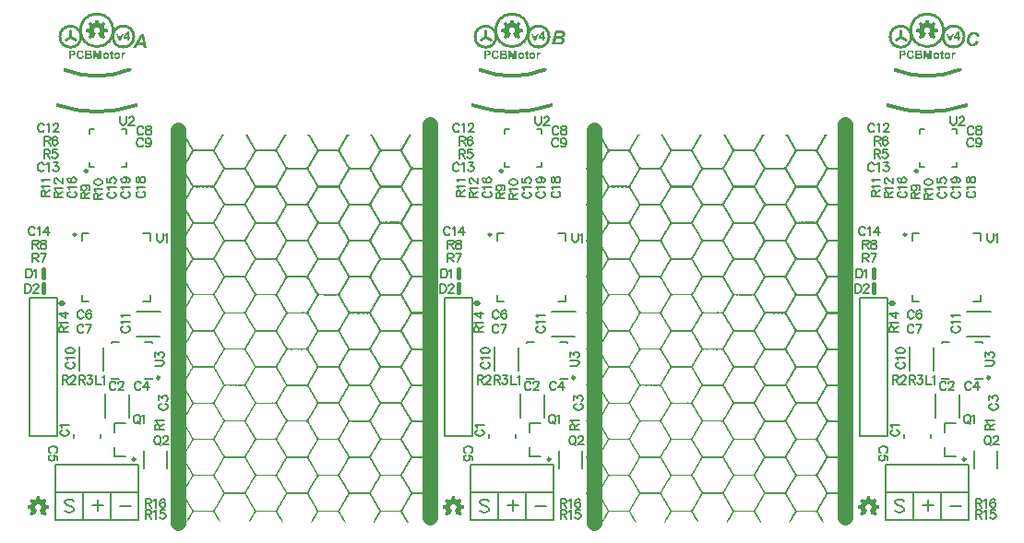
<source format=gto>
G04*
G04 #@! TF.GenerationSoftware,Altium Limited,Altium Designer,21.0.9 (235)*
G04*
G04 Layer_Color=65535*
%FSAX44Y44*%
%MOMM*%
G71*
G04*
G04 #@! TF.SameCoordinates,C9C275F4-687D-4123-80A0-9C6E5F070257*
G04*
G04*
G04 #@! TF.FilePolarity,Positive*
G04*
G01*
G75*
%ADD14C,0.2500*%
%ADD41C,0.1500*%
%ADD43C,0.4000*%
%ADD44C,0.2200*%
%ADD45C,0.3500*%
%ADD46C,1.4000*%
%ADD47C,0.2000*%
%ADD48C,0.5000*%
G36*
X01765298Y01538714D02*
X01765365D01*
Y01538681D01*
Y01538648D01*
X01765398D01*
Y01538615D01*
Y01538581D01*
Y01538548D01*
Y01538515D01*
X01765432D01*
Y01538481D01*
Y01538448D01*
Y01538414D01*
Y01538381D01*
Y01538348D01*
Y01538315D01*
X01765465D01*
Y01538281D01*
Y01538248D01*
Y01538214D01*
Y01538181D01*
Y01538148D01*
X01765498D01*
Y01538114D01*
Y01538081D01*
Y01538048D01*
Y01538014D01*
Y01537981D01*
X01765532D01*
Y01537948D01*
Y01537914D01*
Y01537881D01*
Y01537848D01*
Y01537814D01*
Y01537781D01*
X01765565D01*
Y01537748D01*
Y01537714D01*
Y01537681D01*
Y01537648D01*
Y01537614D01*
X01765598D01*
Y01537581D01*
Y01537548D01*
Y01537514D01*
Y01537481D01*
Y01537448D01*
X01765632D01*
Y01537414D01*
Y01537381D01*
Y01537348D01*
Y01537314D01*
Y01537281D01*
Y01537248D01*
X01765665D01*
Y01537214D01*
Y01537181D01*
Y01537148D01*
Y01537114D01*
Y01537081D01*
X01765699D01*
Y01537048D01*
Y01537014D01*
Y01536981D01*
Y01536948D01*
Y01536914D01*
Y01536881D01*
X01765732D01*
Y01536848D01*
Y01536814D01*
Y01536781D01*
Y01536748D01*
Y01536714D01*
X01765765D01*
Y01536681D01*
Y01536648D01*
Y01536614D01*
Y01536581D01*
Y01536548D01*
X01765798D01*
Y01536514D01*
Y01536481D01*
Y01536448D01*
Y01536414D01*
Y01536381D01*
Y01536348D01*
X01765832D01*
Y01536314D01*
Y01536281D01*
Y01536248D01*
Y01536214D01*
Y01536181D01*
X01765865D01*
Y01536147D01*
Y01536114D01*
Y01536081D01*
X01765898D01*
Y01536048D01*
X01765932D01*
Y01536014D01*
X01765965D01*
Y01535981D01*
X01766065D01*
Y01535948D01*
X01766132D01*
Y01535914D01*
X01766198D01*
Y01535881D01*
X01766299D01*
Y01535847D01*
X01766365D01*
Y01535814D01*
X01766465D01*
Y01535781D01*
X01766532D01*
Y01535748D01*
X01766632D01*
Y01535714D01*
X01766699D01*
Y01535681D01*
X01766799D01*
Y01535647D01*
X01766865D01*
Y01535614D01*
X01766932D01*
Y01535581D01*
X01767032D01*
Y01535547D01*
X01767099D01*
Y01535514D01*
X01767199D01*
Y01535481D01*
X01767265D01*
Y01535447D01*
X01767365D01*
Y01535414D01*
X01767432D01*
Y01535381D01*
X01767532D01*
Y01535347D01*
X01767599D01*
Y01535314D01*
X01767699D01*
Y01535281D01*
X01767735D01*
Y01535292D01*
X01767765D01*
Y01535314D01*
X01767835D01*
Y01535325D01*
X01767865D01*
Y01535347D01*
X01767869D01*
Y01535358D01*
X01767899D01*
Y01535381D01*
X01767935D01*
Y01535392D01*
X01767965D01*
Y01535414D01*
X01767969D01*
Y01535425D01*
X01767999D01*
Y01535447D01*
X01768035D01*
Y01535458D01*
X01768065D01*
Y01535481D01*
X01768069D01*
Y01535492D01*
X01768099D01*
Y01535514D01*
X01768135D01*
Y01535525D01*
X01768165D01*
Y01535547D01*
X01768169D01*
Y01535558D01*
X01768199D01*
Y01535581D01*
X01768235D01*
Y01535592D01*
X01768265D01*
Y01535614D01*
X01768269D01*
Y01535625D01*
X01768299D01*
Y01535647D01*
X01768335D01*
Y01535658D01*
X01768365D01*
Y01535681D01*
X01768369D01*
Y01535692D01*
X01768399D01*
Y01535714D01*
X01768402D01*
Y01535725D01*
X01768432D01*
Y01535748D01*
X01768469D01*
Y01535758D01*
X01768499D01*
Y01535781D01*
X01768502D01*
Y01535792D01*
X01768532D01*
Y01535814D01*
X01768569D01*
Y01535825D01*
X01768599D01*
Y01535847D01*
X01768602D01*
Y01535858D01*
X01768632D01*
Y01535881D01*
X01768669D01*
Y01535892D01*
X01768699D01*
Y01535914D01*
X01768702D01*
Y01535925D01*
X01768732D01*
Y01535948D01*
X01768769D01*
Y01535958D01*
X01768799D01*
Y01535981D01*
X01768802D01*
Y01535992D01*
X01768832D01*
Y01536014D01*
X01768869D01*
Y01536025D01*
X01768899D01*
Y01536048D01*
X01768902D01*
Y01536058D01*
X01768932D01*
Y01536081D01*
X01768936D01*
Y01536092D01*
X01768965D01*
Y01536114D01*
X01769002D01*
Y01536125D01*
X01769032D01*
Y01536147D01*
X01769035D01*
Y01536158D01*
X01769066D01*
Y01536181D01*
X01769102D01*
Y01536192D01*
X01769132D01*
Y01536214D01*
X01769135D01*
Y01536225D01*
X01769166D01*
Y01536248D01*
X01769202D01*
Y01536258D01*
X01769232D01*
Y01536281D01*
X01769236D01*
Y01536292D01*
X01769266D01*
Y01536314D01*
X01769302D01*
Y01536325D01*
X01769332D01*
Y01536348D01*
X01769335D01*
Y01536358D01*
X01769366D01*
Y01536381D01*
X01769402D01*
Y01536392D01*
X01769432D01*
Y01536414D01*
X01769435D01*
Y01536425D01*
X01769466D01*
Y01536448D01*
X01769469D01*
Y01536458D01*
X01769499D01*
Y01536481D01*
X01769536D01*
Y01536492D01*
X01769566D01*
Y01536514D01*
X01769569D01*
Y01536525D01*
X01769599D01*
Y01536548D01*
X01769636D01*
Y01536559D01*
X01769666D01*
Y01536581D01*
X01769669D01*
Y01536592D01*
X01769699D01*
Y01536614D01*
X01769736D01*
Y01536625D01*
X01769766D01*
Y01536648D01*
X01769769D01*
Y01536658D01*
X01769799D01*
Y01536681D01*
X01769836D01*
Y01536692D01*
X01769866D01*
Y01536714D01*
X01769869D01*
Y01536725D01*
X01769899D01*
Y01536748D01*
X01769936D01*
Y01536759D01*
X01769966D01*
Y01536781D01*
X01770066D01*
Y01536748D01*
X01770099D01*
Y01536714D01*
X01770166D01*
Y01536681D01*
X01770199D01*
Y01536648D01*
X01770232D01*
Y01536614D01*
X01770266D01*
Y01536581D01*
X01770299D01*
Y01536548D01*
X01770332D01*
Y01536514D01*
X01770366D01*
Y01536481D01*
X01770399D01*
Y01536448D01*
X01770432D01*
Y01536414D01*
X01770466D01*
Y01536381D01*
X01770499D01*
Y01536348D01*
X01770532D01*
Y01536314D01*
X01770566D01*
Y01536281D01*
X01770599D01*
Y01536248D01*
X01770632D01*
Y01536214D01*
X01770666D01*
Y01536181D01*
X01770699D01*
Y01536147D01*
X01770732D01*
Y01536114D01*
X01770766D01*
Y01536081D01*
X01770799D01*
Y01536048D01*
X01770832D01*
Y01536014D01*
X01770866D01*
Y01535981D01*
X01770899D01*
Y01535948D01*
X01770932D01*
Y01535914D01*
X01770966D01*
Y01535881D01*
X01770999D01*
Y01535847D01*
X01771033D01*
Y01535814D01*
X01771066D01*
Y01535781D01*
X01771099D01*
Y01535748D01*
X01771133D01*
Y01535714D01*
X01771166D01*
Y01535681D01*
X01771199D01*
Y01535647D01*
X01771232D01*
Y01535614D01*
X01771266D01*
Y01535581D01*
X01771299D01*
Y01535547D01*
X01771333D01*
Y01535514D01*
X01771366D01*
Y01535481D01*
X01771399D01*
Y01535447D01*
X01771432D01*
Y01535414D01*
X01771466D01*
Y01535381D01*
X01771499D01*
Y01535347D01*
X01771532D01*
Y01535314D01*
X01771566D01*
Y01535281D01*
X01771599D01*
Y01535247D01*
X01771633D01*
Y01535214D01*
X01771666D01*
Y01535181D01*
X01771699D01*
Y01535147D01*
X01771732D01*
Y01535114D01*
X01771766D01*
Y01535081D01*
X01771799D01*
Y01535047D01*
X01771833D01*
Y01535014D01*
X01771866D01*
Y01534981D01*
Y01534947D01*
X01771899D01*
Y01534914D01*
Y01534881D01*
Y01534847D01*
Y01534814D01*
X01771869D01*
Y01534792D01*
X01771866D01*
Y01534781D01*
Y01534747D01*
X01771836D01*
Y01534725D01*
X01771833D01*
Y01534714D01*
X01771803D01*
Y01534692D01*
X01771799D01*
Y01534681D01*
Y01534647D01*
X01771769D01*
Y01534625D01*
X01771766D01*
Y01534614D01*
X01771736D01*
Y01534592D01*
X01771732D01*
Y01534581D01*
X01771703D01*
Y01534558D01*
X01771699D01*
Y01534547D01*
Y01534514D01*
X01771669D01*
Y01534491D01*
X01771666D01*
Y01534481D01*
X01771636D01*
Y01534458D01*
X01771633D01*
Y01534447D01*
Y01534414D01*
X01771602D01*
Y01534391D01*
X01771599D01*
Y01534381D01*
X01771569D01*
Y01534358D01*
X01771566D01*
Y01534347D01*
Y01534314D01*
X01771536D01*
Y01534292D01*
X01771532D01*
Y01534281D01*
X01771503D01*
Y01534258D01*
X01771499D01*
Y01534247D01*
Y01534214D01*
X01771469D01*
Y01534191D01*
X01771466D01*
Y01534181D01*
X01771436D01*
Y01534158D01*
X01771432D01*
Y01534147D01*
Y01534114D01*
X01771402D01*
Y01534091D01*
X01771399D01*
Y01534081D01*
X01771369D01*
Y01534058D01*
X01771366D01*
Y01534047D01*
X01771336D01*
Y01534025D01*
X01771333D01*
Y01534014D01*
Y01533981D01*
X01771302D01*
Y01533958D01*
X01771299D01*
Y01533947D01*
X01771269D01*
Y01533925D01*
X01771266D01*
Y01533914D01*
Y01533881D01*
X01771236D01*
Y01533858D01*
X01771232D01*
Y01533847D01*
X01771202D01*
Y01533825D01*
X01771199D01*
Y01533814D01*
Y01533781D01*
X01771169D01*
Y01533758D01*
X01771166D01*
Y01533747D01*
X01771136D01*
Y01533725D01*
X01771133D01*
Y01533714D01*
Y01533681D01*
X01771102D01*
Y01533658D01*
X01771099D01*
Y01533647D01*
X01771069D01*
Y01533625D01*
X01771066D01*
Y01533614D01*
Y01533580D01*
X01771036D01*
Y01533558D01*
X01771033D01*
Y01533547D01*
X01771002D01*
Y01533525D01*
X01770999D01*
Y01533514D01*
Y01533481D01*
X01770969D01*
Y01533458D01*
X01770966D01*
Y01533447D01*
X01770936D01*
Y01533425D01*
X01770932D01*
Y01533414D01*
X01770902D01*
Y01533391D01*
X01770899D01*
Y01533380D01*
Y01533347D01*
X01770869D01*
Y01533325D01*
X01770866D01*
Y01533314D01*
X01770836D01*
Y01533291D01*
X01770832D01*
Y01533280D01*
Y01533247D01*
X01770802D01*
Y01533225D01*
X01770799D01*
Y01533214D01*
X01770769D01*
Y01533191D01*
X01770766D01*
Y01533181D01*
Y01533147D01*
X01770736D01*
Y01533125D01*
X01770732D01*
Y01533114D01*
X01770702D01*
Y01533091D01*
X01770699D01*
Y01533080D01*
Y01533047D01*
X01770669D01*
Y01533025D01*
X01770666D01*
Y01533014D01*
X01770636D01*
Y01532991D01*
X01770632D01*
Y01532980D01*
Y01532947D01*
X01770602D01*
Y01532925D01*
X01770599D01*
Y01532914D01*
X01770569D01*
Y01532891D01*
X01770566D01*
Y01532880D01*
X01770536D01*
Y01532858D01*
X01770532D01*
Y01532847D01*
Y01532814D01*
X01770502D01*
Y01532791D01*
X01770499D01*
Y01532780D01*
X01770469D01*
Y01532758D01*
X01770466D01*
Y01532747D01*
Y01532714D01*
Y01532680D01*
X01770436D01*
Y01532658D01*
X01770432D01*
Y01532647D01*
X01770466D01*
Y01532614D01*
Y01532580D01*
Y01532547D01*
Y01532514D01*
X01770499D01*
Y01532480D01*
Y01532447D01*
X01770532D01*
Y01532414D01*
Y01532380D01*
Y01532347D01*
X01770566D01*
Y01532314D01*
Y01532280D01*
X01770599D01*
Y01532247D01*
Y01532214D01*
X01770632D01*
Y01532180D01*
Y01532147D01*
Y01532114D01*
X01770666D01*
Y01532080D01*
Y01532047D01*
X01770699D01*
Y01532014D01*
Y01531980D01*
X01770732D01*
Y01531947D01*
Y01531914D01*
Y01531880D01*
X01770766D01*
Y01531847D01*
Y01531814D01*
X01770799D01*
Y01531780D01*
Y01531747D01*
X01770832D01*
Y01531714D01*
Y01531680D01*
Y01531647D01*
X01770866D01*
Y01531614D01*
Y01531580D01*
X01770899D01*
Y01531547D01*
Y01531514D01*
X01770932D01*
Y01531480D01*
Y01531447D01*
Y01531414D01*
X01770966D01*
Y01531380D01*
Y01531347D01*
X01770999D01*
Y01531314D01*
Y01531280D01*
X01771033D01*
Y01531247D01*
Y01531214D01*
Y01531180D01*
X01771066D01*
Y01531147D01*
Y01531114D01*
X01771099D01*
Y01531080D01*
Y01531047D01*
X01771133D01*
Y01531013D01*
Y01530980D01*
Y01530947D01*
X01771166D01*
Y01530914D01*
Y01530880D01*
X01771199D01*
Y01530847D01*
Y01530813D01*
X01771232D01*
Y01530780D01*
X01771266D01*
Y01530747D01*
X01771299D01*
Y01530714D01*
X01771432D01*
Y01530680D01*
X01771599D01*
Y01530647D01*
X01771766D01*
Y01530614D01*
X01771966D01*
Y01530580D01*
X01772133D01*
Y01530547D01*
X01772299D01*
Y01530513D01*
X01772499D01*
Y01530480D01*
X01772666D01*
Y01530447D01*
X01772866D01*
Y01530414D01*
X01773033D01*
Y01530380D01*
X01773199D01*
Y01530347D01*
X01773399D01*
Y01530314D01*
X01773566D01*
Y01530280D01*
X01773733D01*
Y01530247D01*
X01773833D01*
Y01530213D01*
X01773866D01*
Y01530180D01*
Y01530147D01*
Y01530113D01*
Y01530080D01*
Y01530047D01*
Y01530013D01*
Y01529980D01*
Y01529947D01*
Y01529913D01*
Y01529880D01*
Y01529847D01*
Y01529813D01*
Y01529780D01*
Y01529747D01*
Y01529713D01*
Y01529680D01*
Y01529647D01*
Y01529613D01*
Y01529580D01*
Y01529547D01*
Y01529513D01*
Y01529480D01*
Y01529447D01*
Y01529413D01*
Y01529380D01*
Y01529347D01*
Y01529313D01*
Y01529280D01*
Y01529247D01*
Y01529213D01*
Y01529180D01*
Y01529147D01*
Y01529113D01*
Y01529080D01*
Y01529047D01*
Y01529013D01*
Y01528980D01*
Y01528947D01*
Y01528913D01*
Y01528880D01*
Y01528847D01*
Y01528813D01*
Y01528780D01*
Y01528747D01*
Y01528713D01*
Y01528680D01*
Y01528647D01*
Y01528613D01*
Y01528580D01*
Y01528547D01*
Y01528513D01*
Y01528480D01*
Y01528447D01*
Y01528413D01*
Y01528380D01*
Y01528347D01*
Y01528313D01*
Y01528280D01*
Y01528246D01*
Y01528213D01*
Y01528180D01*
Y01528147D01*
Y01528113D01*
Y01528080D01*
Y01528047D01*
Y01528013D01*
Y01527980D01*
Y01527946D01*
Y01527913D01*
Y01527880D01*
Y01527847D01*
Y01527813D01*
Y01527780D01*
Y01527746D01*
Y01527713D01*
Y01527680D01*
Y01527646D01*
Y01527613D01*
Y01527580D01*
X01773836D01*
Y01527557D01*
X01773833D01*
Y01527546D01*
X01773803D01*
Y01527524D01*
X01773799D01*
Y01527513D01*
X01773769D01*
Y01527491D01*
X01773699D01*
Y01527480D01*
X01773669D01*
Y01527457D01*
X01773533D01*
Y01527446D01*
X01773503D01*
Y01527424D01*
X01773333D01*
Y01527413D01*
X01773303D01*
Y01527391D01*
X01773166D01*
Y01527380D01*
X01773136D01*
Y01527357D01*
X01772999D01*
Y01527346D01*
X01772969D01*
Y01527324D01*
X01772799D01*
Y01527313D01*
X01772769D01*
Y01527291D01*
X01772633D01*
Y01527280D01*
X01772603D01*
Y01527257D01*
X01772466D01*
Y01527246D01*
X01772436D01*
Y01527224D01*
X01772266D01*
Y01527213D01*
X01772236D01*
Y01527191D01*
X01772099D01*
Y01527180D01*
X01772069D01*
Y01527157D01*
X01771899D01*
Y01527146D01*
X01771869D01*
Y01527124D01*
X01771732D01*
Y01527113D01*
X01771703D01*
Y01527091D01*
X01771566D01*
Y01527080D01*
X01771536D01*
Y01527057D01*
X01771399D01*
Y01527046D01*
X01771369D01*
Y01527024D01*
X01771333D01*
Y01527013D01*
X01771302D01*
Y01526991D01*
X01771299D01*
Y01526980D01*
X01771269D01*
Y01526957D01*
X01771266D01*
Y01526946D01*
Y01526913D01*
X01771236D01*
Y01526891D01*
X01771232D01*
Y01526880D01*
Y01526846D01*
Y01526813D01*
X01771202D01*
Y01526791D01*
X01771199D01*
Y01526780D01*
Y01526746D01*
X01771169D01*
Y01526724D01*
X01771166D01*
Y01526713D01*
Y01526680D01*
Y01526646D01*
X01771136D01*
Y01526624D01*
X01771133D01*
Y01526613D01*
Y01526580D01*
X01771102D01*
Y01526557D01*
X01771099D01*
Y01526546D01*
Y01526513D01*
Y01526480D01*
X01771069D01*
Y01526457D01*
X01771066D01*
Y01526446D01*
Y01526413D01*
X01771036D01*
Y01526391D01*
X01771033D01*
Y01526380D01*
Y01526346D01*
Y01526313D01*
X01771002D01*
Y01526290D01*
X01770999D01*
Y01526280D01*
Y01526246D01*
X01770969D01*
Y01526224D01*
X01770966D01*
Y01526213D01*
Y01526180D01*
Y01526146D01*
X01770936D01*
Y01526124D01*
X01770932D01*
Y01526113D01*
Y01526080D01*
X01770902D01*
Y01526057D01*
X01770899D01*
Y01526046D01*
Y01526013D01*
Y01525980D01*
X01770869D01*
Y01525957D01*
X01770866D01*
Y01525946D01*
Y01525913D01*
X01770836D01*
Y01525891D01*
X01770832D01*
Y01525880D01*
Y01525846D01*
Y01525813D01*
X01770802D01*
Y01525790D01*
X01770799D01*
Y01525780D01*
Y01525746D01*
X01770769D01*
Y01525724D01*
X01770766D01*
Y01525713D01*
Y01525679D01*
Y01525646D01*
X01770736D01*
Y01525624D01*
X01770732D01*
Y01525613D01*
Y01525580D01*
X01770702D01*
Y01525557D01*
X01770699D01*
Y01525546D01*
Y01525513D01*
Y01525479D01*
X01770669D01*
Y01525457D01*
X01770666D01*
Y01525446D01*
Y01525413D01*
X01770636D01*
Y01525390D01*
X01770632D01*
Y01525379D01*
Y01525346D01*
Y01525313D01*
X01770602D01*
Y01525290D01*
X01770599D01*
Y01525280D01*
Y01525246D01*
X01770569D01*
Y01525224D01*
X01770566D01*
Y01525213D01*
Y01525179D01*
Y01525146D01*
X01770536D01*
Y01525124D01*
X01770532D01*
Y01525113D01*
Y01525079D01*
Y01525046D01*
Y01525013D01*
Y01524980D01*
Y01524946D01*
Y01524913D01*
X01770566D01*
Y01524879D01*
Y01524846D01*
X01770599D01*
Y01524813D01*
X01770632D01*
Y01524779D01*
Y01524746D01*
X01770666D01*
Y01524713D01*
X01770699D01*
Y01524679D01*
Y01524646D01*
X01770732D01*
Y01524613D01*
X01770766D01*
Y01524579D01*
X01770799D01*
Y01524546D01*
Y01524513D01*
X01770832D01*
Y01524479D01*
X01770866D01*
Y01524446D01*
Y01524413D01*
X01770899D01*
Y01524379D01*
X01770932D01*
Y01524346D01*
Y01524313D01*
X01770966D01*
Y01524279D01*
X01770999D01*
Y01524246D01*
Y01524213D01*
X01771033D01*
Y01524179D01*
X01771066D01*
Y01524146D01*
Y01524113D01*
X01771099D01*
Y01524079D01*
X01771133D01*
Y01524046D01*
Y01524013D01*
X01771166D01*
Y01523979D01*
X01771199D01*
Y01523946D01*
X01771232D01*
Y01523913D01*
Y01523879D01*
X01771266D01*
Y01523846D01*
X01771299D01*
Y01523813D01*
Y01523779D01*
X01771333D01*
Y01523746D01*
X01771366D01*
Y01523713D01*
Y01523679D01*
X01771399D01*
Y01523646D01*
X01771432D01*
Y01523613D01*
Y01523579D01*
X01771466D01*
Y01523546D01*
X01771499D01*
Y01523513D01*
Y01523479D01*
X01771532D01*
Y01523446D01*
X01771566D01*
Y01523413D01*
X01771599D01*
Y01523379D01*
Y01523346D01*
X01771633D01*
Y01523313D01*
X01771666D01*
Y01523279D01*
Y01523246D01*
X01771699D01*
Y01523213D01*
X01771732D01*
Y01523179D01*
Y01523146D01*
X01771766D01*
Y01523113D01*
X01771799D01*
Y01523079D01*
Y01523046D01*
X01771833D01*
Y01523013D01*
X01771866D01*
Y01522979D01*
Y01522946D01*
X01771899D01*
Y01522912D01*
Y01522879D01*
Y01522846D01*
Y01522812D01*
X01771869D01*
Y01522790D01*
X01771866D01*
Y01522779D01*
X01771836D01*
Y01522757D01*
X01771833D01*
Y01522746D01*
X01771803D01*
Y01522723D01*
X01771799D01*
Y01522713D01*
X01771769D01*
Y01522690D01*
X01771766D01*
Y01522679D01*
X01771736D01*
Y01522657D01*
X01771732D01*
Y01522646D01*
X01771703D01*
Y01522623D01*
X01771699D01*
Y01522612D01*
X01771669D01*
Y01522590D01*
X01771666D01*
Y01522579D01*
X01771636D01*
Y01522557D01*
X01771633D01*
Y01522546D01*
X01771602D01*
Y01522523D01*
X01771599D01*
Y01522513D01*
X01771569D01*
Y01522490D01*
X01771566D01*
Y01522479D01*
X01771536D01*
Y01522457D01*
X01771532D01*
Y01522446D01*
X01771503D01*
Y01522423D01*
X01771499D01*
Y01522413D01*
X01771469D01*
Y01522390D01*
X01771466D01*
Y01522379D01*
X01771436D01*
Y01522357D01*
X01771432D01*
Y01522346D01*
X01771402D01*
Y01522323D01*
X01771399D01*
Y01522312D01*
X01771369D01*
Y01522290D01*
X01771366D01*
Y01522279D01*
X01771336D01*
Y01522257D01*
X01771333D01*
Y01522246D01*
X01771302D01*
Y01522223D01*
X01771299D01*
Y01522212D01*
X01771269D01*
Y01522190D01*
X01771266D01*
Y01522179D01*
X01771236D01*
Y01522157D01*
X01771232D01*
Y01522146D01*
X01771202D01*
Y01522123D01*
X01771199D01*
Y01522112D01*
X01771169D01*
Y01522090D01*
X01771166D01*
Y01522079D01*
X01771136D01*
Y01522057D01*
X01771133D01*
Y01522046D01*
X01771102D01*
Y01522023D01*
X01771099D01*
Y01522012D01*
X01771069D01*
Y01521990D01*
X01771066D01*
Y01521979D01*
X01771036D01*
Y01521957D01*
X01771033D01*
Y01521946D01*
X01771002D01*
Y01521923D01*
X01770999D01*
Y01521912D01*
X01770969D01*
Y01521890D01*
X01770966D01*
Y01521879D01*
X01770936D01*
Y01521857D01*
X01770932D01*
Y01521846D01*
X01770902D01*
Y01521823D01*
X01770899D01*
Y01521812D01*
X01770869D01*
Y01521790D01*
X01770866D01*
Y01521779D01*
X01770836D01*
Y01521757D01*
X01770832D01*
Y01521746D01*
X01770802D01*
Y01521723D01*
X01770799D01*
Y01521712D01*
X01770769D01*
Y01521690D01*
X01770766D01*
Y01521679D01*
X01770736D01*
Y01521657D01*
X01770732D01*
Y01521646D01*
X01770702D01*
Y01521623D01*
X01770699D01*
Y01521612D01*
X01770669D01*
Y01521590D01*
X01770666D01*
Y01521579D01*
X01770636D01*
Y01521557D01*
X01770632D01*
Y01521546D01*
X01770602D01*
Y01521523D01*
X01770599D01*
Y01521512D01*
X01770569D01*
Y01521490D01*
X01770566D01*
Y01521479D01*
X01770536D01*
Y01521457D01*
X01770532D01*
Y01521446D01*
X01770502D01*
Y01521423D01*
X01770499D01*
Y01521412D01*
X01770469D01*
Y01521390D01*
X01770466D01*
Y01521379D01*
X01770436D01*
Y01521357D01*
X01770432D01*
Y01521346D01*
X01770402D01*
Y01521323D01*
X01770399D01*
Y01521312D01*
X01770369D01*
Y01521290D01*
X01770366D01*
Y01521279D01*
X01770336D01*
Y01521257D01*
X01770332D01*
Y01521246D01*
X01770302D01*
Y01521223D01*
X01770299D01*
Y01521212D01*
X01770269D01*
Y01521190D01*
X01770266D01*
Y01521179D01*
X01770236D01*
Y01521156D01*
X01770232D01*
Y01521146D01*
X01770202D01*
Y01521123D01*
X01770199D01*
Y01521112D01*
X01770169D01*
Y01521090D01*
X01770166D01*
Y01521079D01*
X01770136D01*
Y01521057D01*
X01770132D01*
Y01521046D01*
X01770102D01*
Y01521023D01*
X01770099D01*
Y01521012D01*
X01770069D01*
Y01520990D01*
X01770032D01*
Y01520979D01*
X01770002D01*
Y01520957D01*
X01769969D01*
Y01520990D01*
X01769869D01*
Y01521023D01*
X01769836D01*
Y01521057D01*
X01769802D01*
Y01521090D01*
X01769736D01*
Y01521123D01*
X01769702D01*
Y01521156D01*
X01769636D01*
Y01521190D01*
X01769602D01*
Y01521223D01*
X01769536D01*
Y01521257D01*
X01769502D01*
Y01521290D01*
X01769435D01*
Y01521323D01*
X01769402D01*
Y01521357D01*
X01769335D01*
Y01521390D01*
X01769302D01*
Y01521423D01*
X01769236D01*
Y01521457D01*
X01769202D01*
Y01521490D01*
X01769169D01*
Y01521523D01*
X01769102D01*
Y01521557D01*
X01769069D01*
Y01521590D01*
X01769002D01*
Y01521623D01*
X01768969D01*
Y01521657D01*
X01768902D01*
Y01521690D01*
X01768869D01*
Y01521723D01*
X01768802D01*
Y01521757D01*
X01768769D01*
Y01521790D01*
X01768702D01*
Y01521823D01*
X01768669D01*
Y01521857D01*
X01768635D01*
Y01521890D01*
X01768569D01*
Y01521923D01*
X01768535D01*
Y01521957D01*
X01768469D01*
Y01521990D01*
X01768435D01*
Y01522023D01*
X01768369D01*
Y01522057D01*
X01768335D01*
Y01522090D01*
X01768269D01*
Y01522123D01*
X01768235D01*
Y01522157D01*
X01768169D01*
Y01522190D01*
X01768135D01*
Y01522223D01*
X01768102D01*
Y01522257D01*
X01768035D01*
Y01522290D01*
X01768002D01*
Y01522323D01*
X01767832D01*
Y01522312D01*
X01767802D01*
Y01522290D01*
X01767765D01*
Y01522279D01*
X01767735D01*
Y01522257D01*
X01767699D01*
Y01522246D01*
X01767669D01*
Y01522223D01*
X01767632D01*
Y01522212D01*
X01767602D01*
Y01522190D01*
X01767565D01*
Y01522179D01*
X01767535D01*
Y01522157D01*
X01767499D01*
Y01522146D01*
X01767469D01*
Y01522123D01*
X01767432D01*
Y01522112D01*
X01767402D01*
Y01522090D01*
X01767399D01*
Y01522079D01*
X01767369D01*
Y01522057D01*
X01767332D01*
Y01522046D01*
X01767302D01*
Y01522023D01*
X01767265D01*
Y01522012D01*
X01767235D01*
Y01521990D01*
X01767199D01*
Y01521979D01*
X01767169D01*
Y01521957D01*
X01767132D01*
Y01521946D01*
X01767102D01*
Y01521923D01*
X01767065D01*
Y01521912D01*
X01767035D01*
Y01521890D01*
X01766999D01*
Y01521879D01*
X01766969D01*
Y01521857D01*
X01766835D01*
Y01521890D01*
Y01521923D01*
X01766802D01*
Y01521957D01*
Y01521990D01*
X01766768D01*
Y01522023D01*
Y01522057D01*
Y01522090D01*
X01766735D01*
Y01522123D01*
Y01522157D01*
X01766702D01*
Y01522190D01*
Y01522223D01*
X01766669D01*
Y01522257D01*
Y01522290D01*
Y01522323D01*
X01766635D01*
Y01522357D01*
Y01522390D01*
X01766602D01*
Y01522423D01*
Y01522457D01*
Y01522490D01*
X01766568D01*
Y01522523D01*
Y01522557D01*
X01766535D01*
Y01522590D01*
Y01522623D01*
X01766502D01*
Y01522657D01*
Y01522690D01*
Y01522723D01*
X01766469D01*
Y01522757D01*
Y01522790D01*
X01766435D01*
Y01522823D01*
Y01522857D01*
Y01522890D01*
X01766402D01*
Y01522923D01*
Y01522957D01*
X01766369D01*
Y01522990D01*
Y01523023D01*
Y01523057D01*
X01766335D01*
Y01523090D01*
Y01523123D01*
X01766302D01*
Y01523157D01*
Y01523190D01*
X01766268D01*
Y01523224D01*
Y01523257D01*
Y01523290D01*
X01766235D01*
Y01523324D01*
Y01523357D01*
X01766202D01*
Y01523390D01*
Y01523423D01*
Y01523457D01*
X01766169D01*
Y01523490D01*
Y01523524D01*
X01766135D01*
Y01523557D01*
Y01523590D01*
X01766102D01*
Y01523624D01*
Y01523657D01*
Y01523690D01*
X01766069D01*
Y01523723D01*
Y01523757D01*
X01766035D01*
Y01523790D01*
Y01523824D01*
Y01523857D01*
X01766002D01*
Y01523890D01*
Y01523923D01*
X01765968D01*
Y01523957D01*
Y01523990D01*
Y01524024D01*
X01765935D01*
Y01524057D01*
Y01524090D01*
X01765902D01*
Y01524124D01*
Y01524157D01*
X01765868D01*
Y01524190D01*
Y01524224D01*
Y01524257D01*
X01765835D01*
Y01524290D01*
Y01524324D01*
X01765802D01*
Y01524357D01*
Y01524390D01*
Y01524424D01*
X01765768D01*
Y01524457D01*
Y01524490D01*
X01765735D01*
Y01524524D01*
Y01524557D01*
X01765702D01*
Y01524590D01*
Y01524624D01*
Y01524657D01*
X01765668D01*
Y01524690D01*
Y01524724D01*
X01765635D01*
Y01524757D01*
Y01524790D01*
Y01524824D01*
X01765602D01*
Y01524857D01*
Y01524890D01*
X01765568D01*
Y01524924D01*
Y01524957D01*
Y01524990D01*
X01765535D01*
Y01525024D01*
Y01525057D01*
X01765502D01*
Y01525090D01*
Y01525124D01*
X01765468D01*
Y01525157D01*
Y01525190D01*
Y01525224D01*
X01765435D01*
Y01525257D01*
Y01525290D01*
X01765402D01*
Y01525324D01*
Y01525357D01*
Y01525390D01*
X01765368D01*
Y01525424D01*
Y01525457D01*
X01765335D01*
Y01525490D01*
Y01525524D01*
X01765302D01*
Y01525557D01*
Y01525590D01*
Y01525624D01*
X01765268D01*
Y01525657D01*
Y01525690D01*
X01765235D01*
Y01525724D01*
Y01525757D01*
Y01525790D01*
X01765202D01*
Y01525824D01*
Y01525857D01*
X01765168D01*
Y01525891D01*
Y01525924D01*
X01765135D01*
Y01525957D01*
Y01525990D01*
Y01526024D01*
X01765102D01*
Y01526057D01*
Y01526091D01*
X01765068D01*
Y01526124D01*
Y01526157D01*
Y01526190D01*
Y01526224D01*
Y01526257D01*
X01765098D01*
Y01526280D01*
X01765102D01*
Y01526290D01*
X01765132D01*
Y01526313D01*
X01765135D01*
Y01526324D01*
X01765165D01*
Y01526346D01*
X01765202D01*
Y01526357D01*
X01765232D01*
Y01526380D01*
X01765268D01*
Y01526391D01*
X01765298D01*
Y01526413D01*
X01765302D01*
Y01526424D01*
X01765332D01*
Y01526446D01*
X01765368D01*
Y01526457D01*
X01765398D01*
Y01526480D01*
X01765402D01*
Y01526490D01*
X01765432D01*
Y01526513D01*
X01765435D01*
Y01526524D01*
X01765465D01*
Y01526546D01*
X01765502D01*
Y01526557D01*
X01765532D01*
Y01526580D01*
X01765535D01*
Y01526591D01*
X01765565D01*
Y01526613D01*
X01765568D01*
Y01526624D01*
X01765598D01*
Y01526646D01*
X01765635D01*
Y01526657D01*
X01765665D01*
Y01526680D01*
X01765668D01*
Y01526691D01*
X01765699D01*
Y01526713D01*
X01765735D01*
Y01526724D01*
X01765765D01*
Y01526746D01*
X01765768D01*
Y01526757D01*
X01765798D01*
Y01526780D01*
X01765802D01*
Y01526791D01*
X01765832D01*
Y01526813D01*
X01765835D01*
Y01526824D01*
X01765865D01*
Y01526846D01*
X01765868D01*
Y01526857D01*
X01765898D01*
Y01526880D01*
X01765902D01*
Y01526891D01*
X01765932D01*
Y01526913D01*
X01765935D01*
Y01526924D01*
X01765965D01*
Y01526946D01*
X01765968D01*
Y01526957D01*
X01765999D01*
Y01526980D01*
X01766002D01*
Y01526991D01*
X01766032D01*
Y01527013D01*
X01766035D01*
Y01527024D01*
X01766065D01*
Y01527046D01*
X01766069D01*
Y01527057D01*
X01766098D01*
Y01527080D01*
X01766102D01*
Y01527091D01*
Y01527124D01*
X01766132D01*
Y01527146D01*
X01766135D01*
Y01527157D01*
X01766165D01*
Y01527180D01*
X01766169D01*
Y01527191D01*
X01766198D01*
Y01527213D01*
X01766202D01*
Y01527224D01*
X01766232D01*
Y01527246D01*
X01766235D01*
Y01527257D01*
Y01527291D01*
X01766265D01*
Y01527313D01*
X01766268D01*
Y01527324D01*
X01766299D01*
Y01527346D01*
X01766302D01*
Y01527357D01*
Y01527391D01*
X01766332D01*
Y01527413D01*
X01766335D01*
Y01527424D01*
Y01527457D01*
X01766365D01*
Y01527480D01*
X01766369D01*
Y01527491D01*
X01766398D01*
Y01527513D01*
X01766402D01*
Y01527524D01*
Y01527557D01*
X01766432D01*
Y01527580D01*
X01766435D01*
Y01527591D01*
Y01527624D01*
X01766465D01*
Y01527646D01*
X01766469D01*
Y01527657D01*
Y01527691D01*
X01766499D01*
Y01527713D01*
X01766502D01*
Y01527724D01*
Y01527757D01*
X01766532D01*
Y01527780D01*
X01766535D01*
Y01527791D01*
Y01527824D01*
Y01527857D01*
X01766565D01*
Y01527880D01*
X01766568D01*
Y01527891D01*
Y01527924D01*
Y01527957D01*
X01766599D01*
Y01527980D01*
X01766602D01*
Y01527991D01*
Y01528024D01*
Y01528057D01*
X01766632D01*
Y01528080D01*
X01766635D01*
Y01528091D01*
Y01528124D01*
Y01528157D01*
X01766665D01*
Y01528180D01*
X01766669D01*
Y01528191D01*
Y01528224D01*
Y01528257D01*
Y01528291D01*
Y01528324D01*
X01766699D01*
Y01528347D01*
X01766702D01*
Y01528357D01*
Y01528391D01*
Y01528424D01*
Y01528457D01*
Y01528491D01*
X01766732D01*
Y01528513D01*
X01766735D01*
Y01528524D01*
Y01528557D01*
Y01528591D01*
Y01528624D01*
Y01528658D01*
Y01528691D01*
Y01528724D01*
Y01528757D01*
Y01528791D01*
Y01528824D01*
Y01528858D01*
Y01528891D01*
Y01528924D01*
Y01528958D01*
Y01528991D01*
Y01529024D01*
Y01529057D01*
Y01529091D01*
Y01529124D01*
Y01529158D01*
Y01529191D01*
X01766702D01*
Y01529224D01*
Y01529258D01*
Y01529291D01*
Y01529324D01*
Y01529358D01*
Y01529391D01*
X01766669D01*
Y01529424D01*
Y01529458D01*
Y01529491D01*
Y01529524D01*
X01766635D01*
Y01529558D01*
Y01529591D01*
Y01529624D01*
Y01529658D01*
X01766602D01*
Y01529691D01*
Y01529724D01*
Y01529758D01*
X01766568D01*
Y01529791D01*
Y01529824D01*
Y01529858D01*
X01766535D01*
Y01529891D01*
Y01529924D01*
X01766502D01*
Y01529958D01*
Y01529991D01*
X01766469D01*
Y01530024D01*
Y01530058D01*
X01766435D01*
Y01530091D01*
Y01530124D01*
X01766402D01*
Y01530158D01*
Y01530191D01*
X01766369D01*
Y01530224D01*
Y01530258D01*
X01766335D01*
Y01530291D01*
Y01530324D01*
X01766302D01*
Y01530358D01*
X01766268D01*
Y01530391D01*
Y01530424D01*
X01766235D01*
Y01530458D01*
X01766202D01*
Y01530491D01*
X01766169D01*
Y01530524D01*
Y01530558D01*
X01766135D01*
Y01530591D01*
X01766102D01*
Y01530624D01*
X01766069D01*
Y01530658D01*
X01766035D01*
Y01530691D01*
X01766002D01*
Y01530724D01*
X01765968D01*
Y01530758D01*
Y01530791D01*
X01765935D01*
Y01530824D01*
X01765868D01*
Y01530858D01*
X01765835D01*
Y01530891D01*
X01765802D01*
Y01530924D01*
X01765768D01*
Y01530958D01*
X01765735D01*
Y01530991D01*
X01765702D01*
Y01531024D01*
X01765635D01*
Y01531058D01*
X01765602D01*
Y01531091D01*
X01765568D01*
Y01531124D01*
X01765502D01*
Y01531158D01*
X01765468D01*
Y01531191D01*
X01765402D01*
Y01531225D01*
X01765335D01*
Y01531258D01*
X01765302D01*
Y01531291D01*
X01765235D01*
Y01531324D01*
X01765168D01*
Y01531358D01*
X01765068D01*
Y01531391D01*
X01765002D01*
Y01531425D01*
X01764902D01*
Y01531458D01*
X01764835D01*
Y01531491D01*
X01764702D01*
Y01531525D01*
X01764568D01*
Y01531558D01*
X01764368D01*
Y01531591D01*
X01763631D01*
Y01531580D01*
X01763602D01*
Y01531558D01*
X01763432D01*
Y01531547D01*
X01763401D01*
Y01531525D01*
X01763298D01*
Y01531514D01*
X01763268D01*
Y01531491D01*
X01763165D01*
Y01531480D01*
X01763135D01*
Y01531458D01*
X01763098D01*
Y01531447D01*
X01763068D01*
Y01531425D01*
X01762998D01*
Y01531414D01*
X01762968D01*
Y01531391D01*
X01762931D01*
Y01531380D01*
X01762901D01*
Y01531358D01*
X01762831D01*
Y01531347D01*
X01762801D01*
Y01531324D01*
X01762765D01*
Y01531314D01*
X01762735D01*
Y01531291D01*
X01762698D01*
Y01531280D01*
X01762668D01*
Y01531258D01*
X01762665D01*
Y01531247D01*
X01762635D01*
Y01531225D01*
X01762598D01*
Y01531214D01*
X01762568D01*
Y01531191D01*
X01762531D01*
Y01531180D01*
X01762501D01*
Y01531158D01*
X01762498D01*
Y01531147D01*
X01762468D01*
Y01531124D01*
X01762431D01*
Y01531114D01*
X01762401D01*
Y01531091D01*
X01762398D01*
Y01531080D01*
X01762368D01*
Y01531058D01*
X01762365D01*
Y01531047D01*
X01762335D01*
Y01531024D01*
X01762298D01*
Y01531013D01*
X01762268D01*
Y01530991D01*
X01762265D01*
Y01530980D01*
X01762235D01*
Y01530958D01*
X01762231D01*
Y01530947D01*
X01762201D01*
Y01530924D01*
X01762198D01*
Y01530914D01*
X01762168D01*
Y01530891D01*
X01762165D01*
Y01530880D01*
X01762135D01*
Y01530858D01*
X01762131D01*
Y01530847D01*
X01762101D01*
Y01530824D01*
X01762065D01*
Y01530813D01*
X01762035D01*
Y01530791D01*
X01762031D01*
Y01530780D01*
Y01530747D01*
X01762001D01*
Y01530724D01*
X01761998D01*
Y01530714D01*
X01761968D01*
Y01530691D01*
X01761965D01*
Y01530680D01*
X01761935D01*
Y01530658D01*
X01761931D01*
Y01530647D01*
X01761901D01*
Y01530624D01*
X01761898D01*
Y01530614D01*
X01761868D01*
Y01530591D01*
X01761865D01*
Y01530580D01*
X01761835D01*
Y01530558D01*
X01761831D01*
Y01530547D01*
Y01530513D01*
X01761801D01*
Y01530491D01*
X01761798D01*
Y01530480D01*
X01761768D01*
Y01530458D01*
X01761765D01*
Y01530447D01*
X01761735D01*
Y01530424D01*
X01761731D01*
Y01530414D01*
Y01530380D01*
X01761701D01*
Y01530358D01*
X01761698D01*
Y01530347D01*
X01761668D01*
Y01530324D01*
X01761665D01*
Y01530314D01*
Y01530280D01*
X01761635D01*
Y01530258D01*
X01761631D01*
Y01530247D01*
Y01530213D01*
X01761601D01*
Y01530191D01*
X01761598D01*
Y01530180D01*
Y01530147D01*
X01761568D01*
Y01530124D01*
X01761565D01*
Y01530113D01*
Y01530080D01*
X01761535D01*
Y01530058D01*
X01761531D01*
Y01530047D01*
Y01530013D01*
X01761501D01*
Y01529991D01*
X01761498D01*
Y01529980D01*
Y01529947D01*
X01761468D01*
Y01529924D01*
X01761465D01*
Y01529913D01*
Y01529880D01*
X01761434D01*
Y01529858D01*
X01761431D01*
Y01529847D01*
Y01529813D01*
Y01529780D01*
X01761401D01*
Y01529758D01*
X01761398D01*
Y01529747D01*
Y01529713D01*
Y01529680D01*
X01761368D01*
Y01529658D01*
X01761365D01*
Y01529647D01*
Y01529613D01*
Y01529580D01*
Y01529547D01*
X01761335D01*
Y01529524D01*
X01761331D01*
Y01529513D01*
Y01529480D01*
Y01529447D01*
Y01529413D01*
X01761301D01*
Y01529391D01*
X01761298D01*
Y01529380D01*
Y01529347D01*
Y01529313D01*
Y01529280D01*
Y01529247D01*
Y01529213D01*
X01761268D01*
Y01529191D01*
X01761265D01*
Y01529180D01*
Y01529147D01*
Y01529113D01*
Y01529080D01*
Y01529047D01*
Y01529013D01*
Y01528980D01*
Y01528947D01*
Y01528913D01*
Y01528880D01*
Y01528847D01*
Y01528813D01*
Y01528780D01*
Y01528747D01*
Y01528713D01*
Y01528680D01*
Y01528647D01*
Y01528613D01*
Y01528580D01*
Y01528547D01*
Y01528513D01*
X01761298D01*
Y01528480D01*
Y01528447D01*
Y01528413D01*
Y01528380D01*
Y01528347D01*
X01761331D01*
Y01528313D01*
Y01528280D01*
Y01528246D01*
Y01528213D01*
Y01528180D01*
X01761365D01*
Y01528147D01*
Y01528113D01*
Y01528080D01*
X01761398D01*
Y01528047D01*
Y01528013D01*
Y01527980D01*
X01761431D01*
Y01527946D01*
Y01527913D01*
Y01527880D01*
X01761465D01*
Y01527847D01*
Y01527813D01*
Y01527780D01*
X01761498D01*
Y01527746D01*
Y01527713D01*
X01761531D01*
Y01527680D01*
Y01527646D01*
X01761565D01*
Y01527613D01*
Y01527580D01*
X01761598D01*
Y01527546D01*
Y01527513D01*
X01761631D01*
Y01527480D01*
X01761665D01*
Y01527446D01*
Y01527413D01*
X01761698D01*
Y01527380D01*
Y01527346D01*
X01761731D01*
Y01527313D01*
X01761765D01*
Y01527280D01*
Y01527246D01*
X01761798D01*
Y01527213D01*
X01761831D01*
Y01527180D01*
X01761865D01*
Y01527146D01*
X01761898D01*
Y01527113D01*
Y01527080D01*
X01761931D01*
Y01527046D01*
X01761965D01*
Y01527013D01*
X01761998D01*
Y01526980D01*
X01762031D01*
Y01526946D01*
X01762065D01*
Y01526913D01*
X01762098D01*
Y01526880D01*
X01762131D01*
Y01526846D01*
X01762165D01*
Y01526813D01*
X01762198D01*
Y01526780D01*
X01762231D01*
Y01526746D01*
X01762265D01*
Y01526713D01*
X01762331D01*
Y01526680D01*
X01762365D01*
Y01526646D01*
X01762431D01*
Y01526613D01*
X01762465D01*
Y01526580D01*
X01762498D01*
Y01526546D01*
X01762565D01*
Y01526513D01*
X01762598D01*
Y01526480D01*
X01762631D01*
Y01526446D01*
X01762698D01*
Y01526413D01*
X01762731D01*
Y01526380D01*
X01762798D01*
Y01526346D01*
X01762865D01*
Y01526313D01*
X01762898D01*
Y01526280D01*
X01762931D01*
Y01526246D01*
Y01526213D01*
Y01526180D01*
Y01526146D01*
Y01526113D01*
X01762901D01*
Y01526091D01*
X01762898D01*
Y01526080D01*
Y01526046D01*
X01762868D01*
Y01526024D01*
X01762865D01*
Y01526013D01*
Y01525980D01*
Y01525946D01*
X01762835D01*
Y01525924D01*
X01762831D01*
Y01525913D01*
Y01525880D01*
X01762801D01*
Y01525857D01*
X01762798D01*
Y01525846D01*
Y01525813D01*
X01762768D01*
Y01525790D01*
X01762765D01*
Y01525780D01*
Y01525746D01*
Y01525713D01*
X01762735D01*
Y01525690D01*
X01762731D01*
Y01525679D01*
Y01525646D01*
X01762701D01*
Y01525624D01*
X01762698D01*
Y01525613D01*
Y01525580D01*
Y01525546D01*
X01762668D01*
Y01525524D01*
X01762665D01*
Y01525513D01*
Y01525479D01*
X01762635D01*
Y01525457D01*
X01762631D01*
Y01525446D01*
Y01525413D01*
X01762601D01*
Y01525390D01*
X01762598D01*
Y01525379D01*
Y01525346D01*
Y01525313D01*
X01762568D01*
Y01525290D01*
X01762565D01*
Y01525280D01*
Y01525246D01*
X01762535D01*
Y01525224D01*
X01762531D01*
Y01525213D01*
Y01525179D01*
Y01525146D01*
X01762501D01*
Y01525124D01*
X01762498D01*
Y01525113D01*
Y01525079D01*
X01762468D01*
Y01525057D01*
X01762465D01*
Y01525046D01*
Y01525013D01*
X01762435D01*
Y01524990D01*
X01762431D01*
Y01524980D01*
Y01524946D01*
Y01524913D01*
X01762401D01*
Y01524890D01*
X01762398D01*
Y01524879D01*
Y01524846D01*
X01762368D01*
Y01524824D01*
X01762365D01*
Y01524813D01*
Y01524779D01*
Y01524746D01*
X01762335D01*
Y01524724D01*
X01762331D01*
Y01524713D01*
Y01524679D01*
X01762301D01*
Y01524657D01*
X01762298D01*
Y01524646D01*
Y01524613D01*
Y01524579D01*
X01762268D01*
Y01524557D01*
X01762265D01*
Y01524546D01*
Y01524513D01*
X01762235D01*
Y01524490D01*
X01762231D01*
Y01524479D01*
Y01524446D01*
X01762201D01*
Y01524424D01*
X01762198D01*
Y01524413D01*
Y01524379D01*
Y01524346D01*
X01762168D01*
Y01524324D01*
X01762165D01*
Y01524313D01*
Y01524279D01*
X01762135D01*
Y01524257D01*
X01762131D01*
Y01524246D01*
Y01524213D01*
Y01524179D01*
X01762101D01*
Y01524157D01*
X01762098D01*
Y01524146D01*
Y01524113D01*
X01762068D01*
Y01524090D01*
X01762065D01*
Y01524079D01*
Y01524046D01*
X01762035D01*
Y01524024D01*
X01762031D01*
Y01524013D01*
Y01523979D01*
Y01523946D01*
X01762001D01*
Y01523923D01*
X01761998D01*
Y01523913D01*
Y01523879D01*
X01761968D01*
Y01523857D01*
X01761965D01*
Y01523846D01*
Y01523813D01*
Y01523779D01*
X01761935D01*
Y01523757D01*
X01761931D01*
Y01523746D01*
Y01523713D01*
X01761901D01*
Y01523690D01*
X01761898D01*
Y01523679D01*
Y01523646D01*
Y01523613D01*
X01761868D01*
Y01523590D01*
X01761865D01*
Y01523579D01*
Y01523546D01*
X01761835D01*
Y01523524D01*
X01761831D01*
Y01523513D01*
Y01523479D01*
X01761801D01*
Y01523457D01*
X01761798D01*
Y01523446D01*
Y01523413D01*
Y01523379D01*
X01761768D01*
Y01523357D01*
X01761765D01*
Y01523346D01*
Y01523313D01*
X01761735D01*
Y01523290D01*
X01761731D01*
Y01523279D01*
Y01523246D01*
Y01523213D01*
X01761701D01*
Y01523190D01*
X01761698D01*
Y01523179D01*
Y01523146D01*
X01761668D01*
Y01523123D01*
X01761665D01*
Y01523113D01*
Y01523079D01*
X01761635D01*
Y01523057D01*
X01761631D01*
Y01523046D01*
Y01523013D01*
Y01522979D01*
X01761601D01*
Y01522957D01*
X01761598D01*
Y01522946D01*
Y01522912D01*
X01761568D01*
Y01522890D01*
X01761565D01*
Y01522879D01*
Y01522846D01*
Y01522812D01*
X01761535D01*
Y01522790D01*
X01761531D01*
Y01522779D01*
Y01522746D01*
X01761501D01*
Y01522723D01*
X01761498D01*
Y01522713D01*
Y01522679D01*
Y01522646D01*
X01761468D01*
Y01522623D01*
X01761465D01*
Y01522612D01*
Y01522579D01*
X01761434D01*
Y01522557D01*
X01761431D01*
Y01522546D01*
Y01522513D01*
X01761401D01*
Y01522490D01*
X01761398D01*
Y01522479D01*
Y01522446D01*
Y01522413D01*
X01761368D01*
Y01522390D01*
X01761365D01*
Y01522379D01*
Y01522346D01*
X01761335D01*
Y01522323D01*
X01761331D01*
Y01522312D01*
Y01522279D01*
Y01522246D01*
X01761301D01*
Y01522223D01*
X01761298D01*
Y01522212D01*
Y01522179D01*
X01761268D01*
Y01522157D01*
X01761265D01*
Y01522146D01*
Y01522112D01*
X01761234D01*
Y01522090D01*
X01761231D01*
Y01522079D01*
Y01522046D01*
Y01522012D01*
X01761201D01*
Y01521990D01*
X01761198D01*
Y01521979D01*
Y01521946D01*
X01761168D01*
Y01521923D01*
X01761165D01*
Y01521912D01*
Y01521879D01*
X01761134D01*
Y01521857D01*
X01761001D01*
Y01521890D01*
X01760934D01*
Y01521923D01*
X01760868D01*
Y01521957D01*
X01760801D01*
Y01521990D01*
X01760735D01*
Y01522023D01*
X01760668D01*
Y01522057D01*
X01760601D01*
Y01522090D01*
X01760568D01*
Y01522123D01*
X01760501D01*
Y01522157D01*
X01760434D01*
Y01522190D01*
X01760368D01*
Y01522223D01*
X01760301D01*
Y01522257D01*
X01760234D01*
Y01522290D01*
X01760168D01*
Y01522323D01*
X01759998D01*
Y01522312D01*
X01759968D01*
Y01522290D01*
X01759964D01*
Y01522279D01*
X01759934D01*
Y01522257D01*
X01759898D01*
Y01522246D01*
X01759868D01*
Y01522223D01*
X01759864D01*
Y01522212D01*
X01759834D01*
Y01522190D01*
X01759831D01*
Y01522179D01*
X01759801D01*
Y01522157D01*
X01759764D01*
Y01522146D01*
X01759734D01*
Y01522123D01*
X01759731D01*
Y01522112D01*
X01759701D01*
Y01522090D01*
X01759664D01*
Y01522079D01*
X01759634D01*
Y01522057D01*
X01759631D01*
Y01522046D01*
X01759601D01*
Y01522023D01*
X01759564D01*
Y01522012D01*
X01759534D01*
Y01521990D01*
X01759531D01*
Y01521979D01*
X01759501D01*
Y01521957D01*
X01759464D01*
Y01521946D01*
X01759434D01*
Y01521923D01*
X01759431D01*
Y01521912D01*
X01759401D01*
Y01521890D01*
X01759364D01*
Y01521879D01*
X01759334D01*
Y01521857D01*
X01759331D01*
Y01521846D01*
X01759301D01*
Y01521823D01*
X01759298D01*
Y01521812D01*
X01759268D01*
Y01521790D01*
X01759231D01*
Y01521779D01*
X01759201D01*
Y01521757D01*
X01759198D01*
Y01521746D01*
X01759168D01*
Y01521723D01*
X01759131D01*
Y01521712D01*
X01759101D01*
Y01521690D01*
X01759098D01*
Y01521679D01*
X01759068D01*
Y01521657D01*
X01759031D01*
Y01521646D01*
X01759001D01*
Y01521623D01*
X01758998D01*
Y01521612D01*
X01758968D01*
Y01521590D01*
X01758931D01*
Y01521579D01*
X01758901D01*
Y01521557D01*
X01758898D01*
Y01521546D01*
X01758868D01*
Y01521523D01*
X01758831D01*
Y01521512D01*
X01758801D01*
Y01521490D01*
X01758798D01*
Y01521479D01*
X01758768D01*
Y01521457D01*
X01758764D01*
Y01521446D01*
X01758734D01*
Y01521423D01*
X01758698D01*
Y01521412D01*
X01758667D01*
Y01521390D01*
X01758664D01*
Y01521379D01*
X01758634D01*
Y01521357D01*
X01758598D01*
Y01521346D01*
X01758568D01*
Y01521323D01*
X01758564D01*
Y01521312D01*
X01758534D01*
Y01521290D01*
X01758498D01*
Y01521279D01*
X01758468D01*
Y01521257D01*
X01758464D01*
Y01521246D01*
X01758434D01*
Y01521223D01*
X01758398D01*
Y01521212D01*
X01758367D01*
Y01521190D01*
X01758364D01*
Y01521179D01*
X01758334D01*
Y01521156D01*
X01758297D01*
Y01521146D01*
X01758268D01*
Y01521123D01*
X01758264D01*
Y01521112D01*
X01758234D01*
Y01521090D01*
X01758197D01*
Y01521079D01*
X01758168D01*
Y01521057D01*
X01758164D01*
Y01521046D01*
X01758134D01*
Y01521023D01*
X01758131D01*
Y01521012D01*
X01758101D01*
Y01520990D01*
X01758031D01*
Y01520979D01*
X01758001D01*
Y01520957D01*
X01757967D01*
Y01520990D01*
X01757901D01*
Y01521023D01*
X01757867D01*
Y01521057D01*
X01757834D01*
Y01521090D01*
X01757801D01*
Y01521123D01*
X01757767D01*
Y01521156D01*
X01757734D01*
Y01521190D01*
X01757701D01*
Y01521223D01*
X01757667D01*
Y01521257D01*
X01757634D01*
Y01521290D01*
X01757601D01*
Y01521323D01*
X01757567D01*
Y01521357D01*
X01757534D01*
Y01521390D01*
X01757501D01*
Y01521423D01*
X01757467D01*
Y01521457D01*
X01757434D01*
Y01521490D01*
X01757401D01*
Y01521523D01*
X01757367D01*
Y01521557D01*
X01757334D01*
Y01521590D01*
X01757301D01*
Y01521623D01*
X01757267D01*
Y01521657D01*
X01757234D01*
Y01521690D01*
X01757201D01*
Y01521723D01*
X01757167D01*
Y01521757D01*
X01757134D01*
Y01521790D01*
X01757101D01*
Y01521823D01*
X01757067D01*
Y01521857D01*
X01757034D01*
Y01521890D01*
X01757001D01*
Y01521923D01*
X01756967D01*
Y01521957D01*
X01756934D01*
Y01521990D01*
X01756901D01*
Y01522023D01*
X01756867D01*
Y01522057D01*
X01756834D01*
Y01522090D01*
X01756801D01*
Y01522123D01*
X01756767D01*
Y01522157D01*
X01756734D01*
Y01522190D01*
X01756701D01*
Y01522223D01*
X01756667D01*
Y01522257D01*
X01756634D01*
Y01522290D01*
X01756601D01*
Y01522323D01*
X01756567D01*
Y01522357D01*
X01756534D01*
Y01522390D01*
X01756501D01*
Y01522423D01*
X01756467D01*
Y01522457D01*
X01756434D01*
Y01522490D01*
X01756401D01*
Y01522523D01*
X01756367D01*
Y01522557D01*
X01756334D01*
Y01522590D01*
X01756301D01*
Y01522623D01*
X01756267D01*
Y01522657D01*
X01756234D01*
Y01522690D01*
X01756201D01*
Y01522723D01*
X01756167D01*
Y01522757D01*
X01756134D01*
Y01522790D01*
X01756100D01*
Y01522823D01*
Y01522857D01*
Y01522890D01*
Y01522923D01*
X01756131D01*
Y01522946D01*
X01756134D01*
Y01522957D01*
Y01522990D01*
X01756164D01*
Y01523013D01*
X01756167D01*
Y01523023D01*
X01756197D01*
Y01523046D01*
X01756201D01*
Y01523057D01*
Y01523090D01*
X01756231D01*
Y01523113D01*
X01756234D01*
Y01523123D01*
X01756264D01*
Y01523146D01*
X01756267D01*
Y01523157D01*
Y01523190D01*
X01756297D01*
Y01523213D01*
X01756301D01*
Y01523224D01*
X01756331D01*
Y01523246D01*
X01756334D01*
Y01523257D01*
Y01523290D01*
X01756364D01*
Y01523313D01*
X01756367D01*
Y01523324D01*
X01756397D01*
Y01523346D01*
X01756401D01*
Y01523357D01*
Y01523390D01*
X01756431D01*
Y01523413D01*
X01756434D01*
Y01523423D01*
X01756464D01*
Y01523446D01*
X01756467D01*
Y01523457D01*
X01756497D01*
Y01523479D01*
X01756501D01*
Y01523490D01*
Y01523524D01*
X01756531D01*
Y01523546D01*
X01756534D01*
Y01523557D01*
X01756564D01*
Y01523579D01*
X01756567D01*
Y01523590D01*
Y01523624D01*
X01756597D01*
Y01523646D01*
X01756601D01*
Y01523657D01*
X01756631D01*
Y01523679D01*
X01756634D01*
Y01523690D01*
Y01523723D01*
X01756664D01*
Y01523746D01*
X01756667D01*
Y01523757D01*
X01756697D01*
Y01523779D01*
X01756701D01*
Y01523790D01*
Y01523824D01*
X01756731D01*
Y01523846D01*
X01756734D01*
Y01523857D01*
X01756764D01*
Y01523879D01*
X01756767D01*
Y01523890D01*
Y01523923D01*
X01756797D01*
Y01523946D01*
X01756801D01*
Y01523957D01*
X01756831D01*
Y01523979D01*
X01756834D01*
Y01523990D01*
X01756864D01*
Y01524013D01*
X01756867D01*
Y01524024D01*
Y01524057D01*
X01756897D01*
Y01524079D01*
X01756901D01*
Y01524090D01*
X01756931D01*
Y01524113D01*
X01756934D01*
Y01524124D01*
Y01524157D01*
X01756964D01*
Y01524179D01*
X01756967D01*
Y01524190D01*
X01756997D01*
Y01524213D01*
X01757001D01*
Y01524224D01*
Y01524257D01*
X01757031D01*
Y01524279D01*
X01757034D01*
Y01524290D01*
X01757064D01*
Y01524313D01*
X01757067D01*
Y01524324D01*
Y01524357D01*
X01757097D01*
Y01524379D01*
X01757101D01*
Y01524390D01*
X01757131D01*
Y01524413D01*
X01757134D01*
Y01524424D01*
Y01524457D01*
X01757164D01*
Y01524479D01*
X01757167D01*
Y01524490D01*
X01757197D01*
Y01524513D01*
X01757201D01*
Y01524524D01*
Y01524557D01*
X01757231D01*
Y01524579D01*
X01757234D01*
Y01524590D01*
X01757264D01*
Y01524613D01*
X01757267D01*
Y01524624D01*
X01757297D01*
Y01524646D01*
X01757301D01*
Y01524657D01*
Y01524690D01*
X01757331D01*
Y01524713D01*
X01757334D01*
Y01524724D01*
X01757364D01*
Y01524746D01*
X01757367D01*
Y01524757D01*
Y01524790D01*
X01757397D01*
Y01524813D01*
X01757401D01*
Y01524824D01*
X01757431D01*
Y01524846D01*
X01757434D01*
Y01524857D01*
Y01524890D01*
X01757464D01*
Y01524913D01*
X01757467D01*
Y01524924D01*
Y01524957D01*
Y01524990D01*
Y01525024D01*
Y01525057D01*
Y01525090D01*
Y01525124D01*
X01757434D01*
Y01525157D01*
Y01525190D01*
Y01525224D01*
X01757401D01*
Y01525257D01*
Y01525290D01*
X01757367D01*
Y01525324D01*
Y01525357D01*
Y01525390D01*
X01757334D01*
Y01525424D01*
Y01525457D01*
X01757301D01*
Y01525490D01*
Y01525524D01*
Y01525557D01*
X01757267D01*
Y01525590D01*
Y01525624D01*
X01757234D01*
Y01525657D01*
Y01525690D01*
Y01525724D01*
X01757201D01*
Y01525757D01*
Y01525790D01*
X01757167D01*
Y01525824D01*
Y01525857D01*
Y01525891D01*
X01757134D01*
Y01525924D01*
Y01525957D01*
X01757101D01*
Y01525990D01*
Y01526024D01*
Y01526057D01*
X01757067D01*
Y01526091D01*
Y01526124D01*
X01757034D01*
Y01526157D01*
Y01526190D01*
Y01526224D01*
X01757001D01*
Y01526257D01*
Y01526290D01*
X01756967D01*
Y01526324D01*
Y01526357D01*
Y01526391D01*
X01756934D01*
Y01526424D01*
Y01526457D01*
X01756901D01*
Y01526490D01*
Y01526524D01*
Y01526557D01*
X01756867D01*
Y01526591D01*
Y01526624D01*
X01756834D01*
Y01526657D01*
Y01526691D01*
Y01526724D01*
X01756801D01*
Y01526757D01*
Y01526791D01*
X01756767D01*
Y01526824D01*
Y01526857D01*
Y01526891D01*
X01756734D01*
Y01526924D01*
Y01526957D01*
X01756701D01*
Y01526991D01*
X01756667D01*
Y01527024D01*
X01756601D01*
Y01527057D01*
X01756434D01*
Y01527091D01*
X01756267D01*
Y01527124D01*
X01756100D01*
Y01527157D01*
X01755901D01*
Y01527191D01*
X01755734D01*
Y01527224D01*
X01755534D01*
Y01527257D01*
X01755367D01*
Y01527291D01*
X01755200D01*
Y01527324D01*
X01755000D01*
Y01527357D01*
X01754834D01*
Y01527391D01*
X01754667D01*
Y01527424D01*
X01754467D01*
Y01527457D01*
X01754300D01*
Y01527491D01*
X01754200D01*
Y01527524D01*
X01754167D01*
Y01527557D01*
X01754134D01*
Y01527591D01*
Y01527624D01*
Y01527657D01*
Y01527691D01*
Y01527724D01*
Y01527757D01*
Y01527791D01*
Y01527824D01*
Y01527857D01*
Y01527891D01*
Y01527924D01*
Y01527957D01*
Y01527991D01*
Y01528024D01*
Y01528057D01*
Y01528091D01*
Y01528124D01*
Y01528157D01*
Y01528191D01*
Y01528224D01*
Y01528257D01*
Y01528291D01*
Y01528324D01*
Y01528357D01*
Y01528391D01*
Y01528424D01*
Y01528457D01*
Y01528491D01*
Y01528524D01*
Y01528557D01*
Y01528591D01*
Y01528624D01*
Y01528658D01*
Y01528691D01*
Y01528724D01*
Y01528757D01*
Y01528791D01*
Y01528824D01*
Y01528858D01*
Y01528891D01*
Y01528924D01*
Y01528958D01*
Y01528991D01*
Y01529024D01*
Y01529057D01*
Y01529091D01*
Y01529124D01*
Y01529158D01*
Y01529191D01*
Y01529224D01*
Y01529258D01*
Y01529291D01*
Y01529324D01*
Y01529358D01*
Y01529391D01*
Y01529424D01*
Y01529458D01*
Y01529491D01*
Y01529524D01*
Y01529558D01*
Y01529591D01*
Y01529624D01*
Y01529658D01*
Y01529691D01*
Y01529724D01*
Y01529758D01*
Y01529791D01*
Y01529824D01*
Y01529858D01*
Y01529891D01*
Y01529924D01*
Y01529958D01*
Y01529991D01*
Y01530024D01*
Y01530058D01*
Y01530091D01*
Y01530124D01*
Y01530158D01*
Y01530191D01*
X01754164D01*
Y01530213D01*
X01754167D01*
Y01530224D01*
X01754197D01*
Y01530247D01*
X01754267D01*
Y01530258D01*
X01754297D01*
Y01530280D01*
X01754434D01*
Y01530291D01*
X01754464D01*
Y01530314D01*
X01754600D01*
Y01530324D01*
X01754630D01*
Y01530347D01*
X01754800D01*
Y01530358D01*
X01754830D01*
Y01530380D01*
X01754967D01*
Y01530391D01*
X01754997D01*
Y01530414D01*
X01755134D01*
Y01530424D01*
X01755164D01*
Y01530447D01*
X01755334D01*
Y01530458D01*
X01755364D01*
Y01530480D01*
X01755500D01*
Y01530491D01*
X01755531D01*
Y01530513D01*
X01755701D01*
Y01530524D01*
X01755730D01*
Y01530547D01*
X01755867D01*
Y01530558D01*
X01755897D01*
Y01530580D01*
X01756034D01*
Y01530591D01*
X01756064D01*
Y01530614D01*
X01756234D01*
Y01530624D01*
X01756264D01*
Y01530647D01*
X01756401D01*
Y01530658D01*
X01756431D01*
Y01530680D01*
X01756567D01*
Y01530691D01*
X01756597D01*
Y01530714D01*
X01756701D01*
Y01530724D01*
X01756731D01*
Y01530747D01*
X01756734D01*
Y01530758D01*
X01756764D01*
Y01530780D01*
X01756767D01*
Y01530791D01*
X01756797D01*
Y01530813D01*
X01756801D01*
Y01530824D01*
Y01530858D01*
X01756831D01*
Y01530880D01*
X01756834D01*
Y01530891D01*
Y01530924D01*
X01756864D01*
Y01530947D01*
X01756867D01*
Y01530958D01*
Y01530991D01*
Y01531024D01*
X01756897D01*
Y01531047D01*
X01756901D01*
Y01531058D01*
Y01531091D01*
X01756931D01*
Y01531114D01*
X01756934D01*
Y01531124D01*
Y01531158D01*
X01756964D01*
Y01531180D01*
X01756967D01*
Y01531191D01*
Y01531225D01*
Y01531258D01*
X01756997D01*
Y01531280D01*
X01757001D01*
Y01531291D01*
Y01531324D01*
X01757031D01*
Y01531347D01*
X01757034D01*
Y01531358D01*
Y01531391D01*
X01757064D01*
Y01531414D01*
X01757067D01*
Y01531425D01*
Y01531458D01*
Y01531491D01*
X01757097D01*
Y01531514D01*
X01757101D01*
Y01531525D01*
Y01531558D01*
X01757131D01*
Y01531580D01*
X01757134D01*
Y01531591D01*
Y01531624D01*
X01757164D01*
Y01531647D01*
X01757167D01*
Y01531658D01*
Y01531691D01*
Y01531725D01*
X01757197D01*
Y01531747D01*
X01757201D01*
Y01531758D01*
Y01531791D01*
X01757231D01*
Y01531814D01*
X01757234D01*
Y01531824D01*
Y01531858D01*
X01757264D01*
Y01531880D01*
X01757267D01*
Y01531891D01*
Y01531924D01*
Y01531958D01*
X01757297D01*
Y01531980D01*
X01757301D01*
Y01531991D01*
Y01532025D01*
X01757331D01*
Y01532047D01*
X01757334D01*
Y01532058D01*
Y01532091D01*
X01757364D01*
Y01532114D01*
X01757367D01*
Y01532125D01*
Y01532158D01*
Y01532191D01*
X01757397D01*
Y01532214D01*
X01757401D01*
Y01532225D01*
Y01532258D01*
X01757431D01*
Y01532280D01*
X01757434D01*
Y01532291D01*
Y01532325D01*
X01757464D01*
Y01532347D01*
X01757467D01*
Y01532358D01*
Y01532391D01*
Y01532425D01*
X01757497D01*
Y01532447D01*
X01757501D01*
Y01532458D01*
Y01532491D01*
X01757531D01*
Y01532514D01*
X01757534D01*
Y01532525D01*
Y01532558D01*
Y01532591D01*
Y01532625D01*
X01757564D01*
Y01532647D01*
X01757567D01*
Y01532658D01*
X01757534D01*
Y01532691D01*
Y01532725D01*
Y01532758D01*
X01757501D01*
Y01532791D01*
X01757467D01*
Y01532825D01*
Y01532858D01*
X01757434D01*
Y01532891D01*
X01757401D01*
Y01532925D01*
X01757367D01*
Y01532958D01*
Y01532991D01*
X01757334D01*
Y01533025D01*
X01757301D01*
Y01533058D01*
Y01533091D01*
X01757267D01*
Y01533125D01*
X01757234D01*
Y01533158D01*
Y01533191D01*
X01757201D01*
Y01533225D01*
X01757167D01*
Y01533258D01*
Y01533291D01*
X01757134D01*
Y01533325D01*
X01757101D01*
Y01533358D01*
Y01533391D01*
X01757067D01*
Y01533425D01*
X01757034D01*
Y01533458D01*
X01757001D01*
Y01533491D01*
Y01533525D01*
X01756967D01*
Y01533558D01*
X01756934D01*
Y01533591D01*
Y01533625D01*
X01756901D01*
Y01533658D01*
X01756867D01*
Y01533691D01*
Y01533725D01*
X01756834D01*
Y01533758D01*
X01756801D01*
Y01533791D01*
Y01533825D01*
X01756767D01*
Y01533858D01*
X01756734D01*
Y01533891D01*
Y01533925D01*
X01756701D01*
Y01533958D01*
X01756667D01*
Y01533992D01*
Y01534025D01*
X01756634D01*
Y01534058D01*
X01756601D01*
Y01534091D01*
X01756567D01*
Y01534125D01*
Y01534158D01*
X01756534D01*
Y01534191D01*
X01756501D01*
Y01534225D01*
Y01534258D01*
X01756467D01*
Y01534292D01*
X01756434D01*
Y01534325D01*
Y01534358D01*
X01756401D01*
Y01534391D01*
X01756367D01*
Y01534425D01*
Y01534458D01*
X01756334D01*
Y01534491D01*
X01756301D01*
Y01534525D01*
Y01534558D01*
X01756267D01*
Y01534592D01*
X01756234D01*
Y01534625D01*
X01756201D01*
Y01534658D01*
Y01534692D01*
X01756167D01*
Y01534725D01*
X01756134D01*
Y01534758D01*
Y01534792D01*
X01756100D01*
Y01534825D01*
Y01534858D01*
Y01534892D01*
Y01534925D01*
X01756131D01*
Y01534947D01*
X01756134D01*
Y01534958D01*
X01756164D01*
Y01534981D01*
X01756167D01*
Y01534992D01*
X01756197D01*
Y01535014D01*
X01756201D01*
Y01535025D01*
X01756231D01*
Y01535047D01*
X01756234D01*
Y01535058D01*
X01756264D01*
Y01535081D01*
X01756267D01*
Y01535092D01*
X01756297D01*
Y01535114D01*
X01756301D01*
Y01535125D01*
X01756331D01*
Y01535147D01*
X01756334D01*
Y01535158D01*
X01756364D01*
Y01535181D01*
X01756367D01*
Y01535192D01*
X01756397D01*
Y01535214D01*
X01756401D01*
Y01535225D01*
X01756431D01*
Y01535247D01*
X01756434D01*
Y01535258D01*
X01756464D01*
Y01535281D01*
X01756467D01*
Y01535292D01*
X01756497D01*
Y01535314D01*
X01756501D01*
Y01535325D01*
X01756531D01*
Y01535347D01*
X01756534D01*
Y01535358D01*
X01756564D01*
Y01535381D01*
X01756567D01*
Y01535392D01*
X01756597D01*
Y01535414D01*
X01756601D01*
Y01535425D01*
X01756631D01*
Y01535447D01*
X01756634D01*
Y01535458D01*
X01756664D01*
Y01535481D01*
X01756667D01*
Y01535492D01*
X01756697D01*
Y01535514D01*
X01756701D01*
Y01535525D01*
X01756731D01*
Y01535547D01*
X01756734D01*
Y01535558D01*
X01756764D01*
Y01535581D01*
X01756767D01*
Y01535592D01*
X01756797D01*
Y01535614D01*
X01756801D01*
Y01535625D01*
X01756831D01*
Y01535647D01*
X01756834D01*
Y01535658D01*
X01756864D01*
Y01535681D01*
X01756867D01*
Y01535692D01*
X01756897D01*
Y01535714D01*
X01756901D01*
Y01535725D01*
X01756931D01*
Y01535748D01*
X01756934D01*
Y01535758D01*
X01756964D01*
Y01535781D01*
X01756967D01*
Y01535792D01*
X01756997D01*
Y01535814D01*
X01757001D01*
Y01535825D01*
X01757031D01*
Y01535847D01*
X01757034D01*
Y01535858D01*
X01757064D01*
Y01535881D01*
X01757067D01*
Y01535892D01*
X01757097D01*
Y01535914D01*
X01757101D01*
Y01535925D01*
X01757131D01*
Y01535948D01*
X01757134D01*
Y01535958D01*
X01757164D01*
Y01535981D01*
X01757167D01*
Y01535992D01*
X01757197D01*
Y01536014D01*
X01757201D01*
Y01536025D01*
X01757231D01*
Y01536048D01*
X01757234D01*
Y01536058D01*
X01757264D01*
Y01536081D01*
X01757267D01*
Y01536092D01*
X01757297D01*
Y01536114D01*
X01757301D01*
Y01536125D01*
X01757331D01*
Y01536147D01*
X01757334D01*
Y01536158D01*
X01757364D01*
Y01536181D01*
X01757367D01*
Y01536192D01*
X01757397D01*
Y01536214D01*
X01757401D01*
Y01536225D01*
X01757431D01*
Y01536248D01*
X01757434D01*
Y01536258D01*
X01757464D01*
Y01536281D01*
X01757467D01*
Y01536292D01*
X01757497D01*
Y01536314D01*
X01757501D01*
Y01536325D01*
X01757531D01*
Y01536348D01*
X01757534D01*
Y01536358D01*
X01757564D01*
Y01536381D01*
X01757567D01*
Y01536392D01*
X01757598D01*
Y01536414D01*
X01757601D01*
Y01536425D01*
X01757631D01*
Y01536448D01*
X01757634D01*
Y01536458D01*
X01757664D01*
Y01536481D01*
X01757667D01*
Y01536492D01*
X01757697D01*
Y01536514D01*
X01757701D01*
Y01536525D01*
X01757731D01*
Y01536548D01*
X01757734D01*
Y01536559D01*
X01757764D01*
Y01536581D01*
X01757767D01*
Y01536592D01*
X01757798D01*
Y01536614D01*
X01757801D01*
Y01536625D01*
X01757831D01*
Y01536648D01*
X01757834D01*
Y01536658D01*
X01757864D01*
Y01536681D01*
X01757867D01*
Y01536692D01*
X01757897D01*
Y01536714D01*
X01757901D01*
Y01536725D01*
X01757931D01*
Y01536748D01*
X01757934D01*
Y01536759D01*
X01757964D01*
Y01536781D01*
X01758064D01*
Y01536748D01*
X01758131D01*
Y01536714D01*
X01758164D01*
Y01536681D01*
X01758231D01*
Y01536648D01*
X01758264D01*
Y01536614D01*
X01758331D01*
Y01536581D01*
X01758364D01*
Y01536548D01*
X01758431D01*
Y01536514D01*
X01758464D01*
Y01536481D01*
X01758531D01*
Y01536448D01*
X01758564D01*
Y01536414D01*
X01758598D01*
Y01536381D01*
X01758664D01*
Y01536348D01*
X01758698D01*
Y01536314D01*
X01758764D01*
Y01536281D01*
X01758798D01*
Y01536248D01*
X01758864D01*
Y01536214D01*
X01758898D01*
Y01536181D01*
X01758964D01*
Y01536147D01*
X01758998D01*
Y01536114D01*
X01759064D01*
Y01536081D01*
X01759098D01*
Y01536048D01*
X01759131D01*
Y01536014D01*
X01759198D01*
Y01535981D01*
X01759231D01*
Y01535948D01*
X01759298D01*
Y01535914D01*
X01759331D01*
Y01535881D01*
X01759398D01*
Y01535847D01*
X01759431D01*
Y01535814D01*
X01759498D01*
Y01535781D01*
X01759531D01*
Y01535748D01*
X01759598D01*
Y01535714D01*
X01759631D01*
Y01535681D01*
X01759698D01*
Y01535647D01*
X01759731D01*
Y01535614D01*
X01759764D01*
Y01535581D01*
X01759831D01*
Y01535547D01*
X01759864D01*
Y01535514D01*
X01759931D01*
Y01535481D01*
X01759964D01*
Y01535447D01*
X01760031D01*
Y01535414D01*
X01760064D01*
Y01535381D01*
X01760131D01*
Y01535347D01*
X01760164D01*
Y01535314D01*
X01760264D01*
Y01535281D01*
X01760301D01*
Y01535292D01*
X01760331D01*
Y01535314D01*
X01760401D01*
Y01535325D01*
X01760431D01*
Y01535347D01*
X01760468D01*
Y01535358D01*
X01760498D01*
Y01535381D01*
X01760568D01*
Y01535392D01*
X01760598D01*
Y01535414D01*
X01760634D01*
Y01535425D01*
X01760665D01*
Y01535447D01*
X01760735D01*
Y01535458D01*
X01760764D01*
Y01535481D01*
X01760801D01*
Y01535492D01*
X01760831D01*
Y01535514D01*
X01760901D01*
Y01535525D01*
X01760931D01*
Y01535547D01*
X01760968D01*
Y01535558D01*
X01760998D01*
Y01535581D01*
X01761068D01*
Y01535592D01*
X01761098D01*
Y01535614D01*
X01761134D01*
Y01535625D01*
X01761165D01*
Y01535647D01*
X01761201D01*
Y01535658D01*
X01761231D01*
Y01535681D01*
X01761301D01*
Y01535692D01*
X01761331D01*
Y01535714D01*
X01761368D01*
Y01535725D01*
X01761398D01*
Y01535748D01*
X01761468D01*
Y01535758D01*
X01761498D01*
Y01535781D01*
X01761535D01*
Y01535792D01*
X01761565D01*
Y01535814D01*
X01761635D01*
Y01535825D01*
X01761665D01*
Y01535847D01*
X01761701D01*
Y01535858D01*
X01761731D01*
Y01535881D01*
X01761801D01*
Y01535892D01*
X01761831D01*
Y01535914D01*
X01761868D01*
Y01535925D01*
X01761898D01*
Y01535948D01*
X01761935D01*
Y01535958D01*
X01761965D01*
Y01535981D01*
X01762035D01*
Y01535992D01*
X01762065D01*
Y01536014D01*
X01762068D01*
Y01536025D01*
X01762098D01*
Y01536048D01*
X01762101D01*
Y01536058D01*
X01762131D01*
Y01536081D01*
X01762135D01*
Y01536092D01*
Y01536125D01*
Y01536158D01*
X01762165D01*
Y01536181D01*
X01762168D01*
Y01536192D01*
Y01536225D01*
Y01536258D01*
Y01536292D01*
Y01536325D01*
X01762198D01*
Y01536348D01*
X01762201D01*
Y01536358D01*
Y01536392D01*
Y01536425D01*
Y01536458D01*
Y01536492D01*
Y01536525D01*
X01762231D01*
Y01536548D01*
X01762235D01*
Y01536559D01*
Y01536592D01*
Y01536625D01*
Y01536658D01*
Y01536692D01*
X01762265D01*
Y01536714D01*
X01762268D01*
Y01536725D01*
Y01536759D01*
Y01536792D01*
Y01536825D01*
Y01536859D01*
X01762298D01*
Y01536881D01*
X01762301D01*
Y01536892D01*
Y01536925D01*
Y01536958D01*
Y01536992D01*
Y01537025D01*
Y01537059D01*
X01762331D01*
Y01537081D01*
X01762335D01*
Y01537092D01*
Y01537125D01*
Y01537159D01*
Y01537192D01*
Y01537225D01*
X01762365D01*
Y01537248D01*
X01762368D01*
Y01537258D01*
Y01537292D01*
Y01537325D01*
Y01537359D01*
Y01537392D01*
X01762398D01*
Y01537414D01*
X01762401D01*
Y01537425D01*
Y01537459D01*
Y01537492D01*
Y01537525D01*
Y01537559D01*
Y01537592D01*
X01762431D01*
Y01537614D01*
X01762435D01*
Y01537625D01*
Y01537659D01*
Y01537692D01*
Y01537725D01*
Y01537759D01*
X01762465D01*
Y01537781D01*
X01762468D01*
Y01537792D01*
Y01537825D01*
Y01537859D01*
Y01537892D01*
Y01537925D01*
Y01537959D01*
X01762498D01*
Y01537981D01*
X01762501D01*
Y01537992D01*
Y01538025D01*
Y01538059D01*
Y01538092D01*
Y01538125D01*
X01762531D01*
Y01538148D01*
X01762535D01*
Y01538159D01*
Y01538192D01*
Y01538225D01*
Y01538259D01*
Y01538292D01*
X01762565D01*
Y01538315D01*
X01762568D01*
Y01538325D01*
Y01538359D01*
Y01538392D01*
Y01538425D01*
Y01538459D01*
Y01538492D01*
X01762598D01*
Y01538515D01*
X01762601D01*
Y01538525D01*
Y01538559D01*
Y01538592D01*
Y01538625D01*
X01762631D01*
Y01538648D01*
X01762635D01*
Y01538659D01*
Y01538692D01*
X01762665D01*
Y01538714D01*
X01762701D01*
Y01538725D01*
X01762731D01*
Y01538748D01*
X01765298D01*
Y01538714D01*
D02*
G37*
G36*
X01384298D02*
X01384365D01*
Y01538681D01*
Y01538658D01*
X01384411D01*
Y01538625D01*
Y01538591D01*
X01384444D01*
Y01538558D01*
Y01538524D01*
Y01538491D01*
Y01538458D01*
X01384478D01*
Y01538425D01*
Y01538391D01*
Y01538358D01*
Y01538324D01*
Y01538291D01*
Y01538258D01*
X01384511D01*
Y01538224D01*
Y01538191D01*
Y01538158D01*
Y01538124D01*
Y01538091D01*
X01384544D01*
Y01538058D01*
Y01538024D01*
Y01537991D01*
Y01537958D01*
Y01537924D01*
X01384578D01*
Y01537891D01*
Y01537858D01*
Y01537824D01*
Y01537791D01*
Y01537758D01*
Y01537724D01*
X01384611D01*
Y01537691D01*
Y01537658D01*
Y01537624D01*
Y01537591D01*
Y01537558D01*
X01384644D01*
Y01537524D01*
Y01537491D01*
Y01537458D01*
Y01537424D01*
Y01537391D01*
X01384678D01*
Y01537358D01*
Y01537324D01*
Y01537291D01*
Y01537258D01*
Y01537224D01*
Y01537191D01*
X01384711D01*
Y01537158D01*
Y01537124D01*
Y01537091D01*
Y01537058D01*
Y01537024D01*
X01384745D01*
Y01536991D01*
Y01536958D01*
Y01536924D01*
Y01536891D01*
Y01536858D01*
Y01536824D01*
X01384778D01*
Y01536791D01*
Y01536758D01*
Y01536724D01*
Y01536691D01*
Y01536658D01*
X01384811D01*
Y01536624D01*
Y01536591D01*
Y01536558D01*
Y01536524D01*
Y01536491D01*
X01384845D01*
Y01536458D01*
Y01536424D01*
Y01536391D01*
Y01536358D01*
Y01536324D01*
Y01536291D01*
X01384878D01*
Y01536257D01*
Y01536224D01*
Y01536191D01*
Y01536158D01*
Y01536124D01*
X01384911D01*
Y01536091D01*
Y01536057D01*
Y01536048D01*
X01384932D01*
Y01536024D01*
X01384944D01*
Y01536014D01*
X01384965D01*
Y01535991D01*
X01384978D01*
Y01535981D01*
X01385065D01*
Y01535948D01*
X01385132D01*
Y01535914D01*
X01385199D01*
Y01535881D01*
X01385298D01*
Y01535847D01*
X01385365D01*
Y01535814D01*
X01385465D01*
Y01535781D01*
X01385532D01*
Y01535748D01*
X01385632D01*
Y01535714D01*
X01385699D01*
Y01535681D01*
X01385799D01*
Y01535647D01*
X01385865D01*
Y01535614D01*
X01385932D01*
Y01535581D01*
X01386032D01*
Y01535547D01*
X01386099D01*
Y01535514D01*
X01386199D01*
Y01535481D01*
X01386265D01*
Y01535447D01*
X01386365D01*
Y01535414D01*
X01386432D01*
Y01535381D01*
X01386532D01*
Y01535347D01*
X01386599D01*
Y01535314D01*
X01386699D01*
Y01535281D01*
X01386765D01*
Y01535314D01*
X01386865D01*
Y01535347D01*
X01386899D01*
Y01535381D01*
X01386965D01*
Y01535414D01*
X01386999D01*
Y01535447D01*
X01387065D01*
Y01535481D01*
X01387099D01*
Y01535514D01*
X01387165D01*
Y01535547D01*
X01387199D01*
Y01535581D01*
X01387265D01*
Y01535614D01*
X01387299D01*
Y01535647D01*
X01387366D01*
Y01535681D01*
X01387399D01*
Y01535714D01*
X01387432D01*
Y01535748D01*
X01387499D01*
Y01535781D01*
X01387532D01*
Y01535814D01*
X01387599D01*
Y01535847D01*
X01387632D01*
Y01535881D01*
X01387699D01*
Y01535914D01*
X01387732D01*
Y01535948D01*
X01387799D01*
Y01535981D01*
X01387832D01*
Y01536014D01*
X01387899D01*
Y01536048D01*
X01387932D01*
Y01536081D01*
X01387966D01*
Y01536114D01*
X01388032D01*
Y01536147D01*
X01388066D01*
Y01536181D01*
X01388132D01*
Y01536214D01*
X01388166D01*
Y01536248D01*
X01388232D01*
Y01536281D01*
X01388266D01*
Y01536314D01*
X01388332D01*
Y01536348D01*
X01388366D01*
Y01536381D01*
X01388432D01*
Y01536414D01*
X01388466D01*
Y01536448D01*
X01388499D01*
Y01536481D01*
X01388566D01*
Y01536514D01*
X01388599D01*
Y01536548D01*
X01388666D01*
Y01536581D01*
X01388699D01*
Y01536614D01*
X01388766D01*
Y01536648D01*
X01388799D01*
Y01536681D01*
X01388866D01*
Y01536714D01*
X01388899D01*
Y01536748D01*
X01388966D01*
Y01536781D01*
X01389066D01*
Y01536748D01*
X01389099D01*
Y01536724D01*
X01389112D01*
Y01536714D01*
X01389166D01*
Y01536681D01*
X01389199D01*
Y01536658D01*
X01389212D01*
Y01536648D01*
X01389232D01*
Y01536624D01*
X01389245D01*
Y01536614D01*
X01389266D01*
Y01536591D01*
X01389278D01*
Y01536581D01*
X01389299D01*
Y01536558D01*
X01389312D01*
Y01536548D01*
X01389332D01*
Y01536524D01*
X01389345D01*
Y01536514D01*
X01389366D01*
Y01536491D01*
X01389378D01*
Y01536481D01*
X01389399D01*
Y01536458D01*
X01389412D01*
Y01536448D01*
X01389432D01*
Y01536424D01*
X01389445D01*
Y01536414D01*
X01389466D01*
Y01536391D01*
X01389478D01*
Y01536381D01*
X01389499D01*
Y01536358D01*
X01389512D01*
Y01536348D01*
X01389532D01*
Y01536324D01*
X01389545D01*
Y01536314D01*
X01389566D01*
Y01536291D01*
X01389578D01*
Y01536281D01*
X01389599D01*
Y01536257D01*
X01389612D01*
Y01536248D01*
X01389632D01*
Y01536224D01*
X01389645D01*
Y01536214D01*
X01389666D01*
Y01536191D01*
X01389678D01*
Y01536181D01*
X01389699D01*
Y01536158D01*
X01389712D01*
Y01536147D01*
X01389732D01*
Y01536124D01*
X01389745D01*
Y01536114D01*
X01389766D01*
Y01536091D01*
X01389778D01*
Y01536081D01*
X01389799D01*
Y01536057D01*
X01389812D01*
Y01536048D01*
X01389832D01*
Y01536024D01*
X01389845D01*
Y01536014D01*
X01389866D01*
Y01535991D01*
X01389878D01*
Y01535981D01*
X01389899D01*
Y01535957D01*
X01389912D01*
Y01535948D01*
X01389933D01*
Y01535924D01*
X01389945D01*
Y01535914D01*
X01389966D01*
Y01535891D01*
X01389978D01*
Y01535881D01*
X01389999D01*
Y01535858D01*
X01390012D01*
Y01535847D01*
X01390033D01*
Y01535824D01*
X01390045D01*
Y01535814D01*
X01390066D01*
Y01535791D01*
X01390078D01*
Y01535781D01*
X01390099D01*
Y01535757D01*
X01390112D01*
Y01535748D01*
X01390132D01*
Y01535724D01*
X01390145D01*
Y01535714D01*
X01390166D01*
Y01535691D01*
X01390179D01*
Y01535681D01*
X01390199D01*
Y01535657D01*
X01390212D01*
Y01535647D01*
X01390233D01*
Y01535624D01*
X01390245D01*
Y01535614D01*
X01390266D01*
Y01535591D01*
X01390278D01*
Y01535581D01*
X01390299D01*
Y01535557D01*
X01390312D01*
Y01535547D01*
X01390332D01*
Y01535524D01*
X01390345D01*
Y01535514D01*
X01390366D01*
Y01535491D01*
X01390379D01*
Y01535481D01*
X01390399D01*
Y01535457D01*
X01390412D01*
Y01535447D01*
X01390432D01*
Y01535424D01*
X01390445D01*
Y01535414D01*
X01390466D01*
Y01535391D01*
X01390479D01*
Y01535381D01*
X01390499D01*
Y01535357D01*
X01390512D01*
Y01535347D01*
X01390533D01*
Y01535324D01*
X01390545D01*
Y01535314D01*
X01390566D01*
Y01535291D01*
X01390578D01*
Y01535281D01*
X01390599D01*
Y01535257D01*
X01390612D01*
Y01535247D01*
X01390632D01*
Y01535224D01*
X01390645D01*
Y01535214D01*
X01390666D01*
Y01535191D01*
X01390679D01*
Y01535181D01*
X01390699D01*
Y01535157D01*
X01390712D01*
Y01535147D01*
X01390733D01*
Y01535124D01*
X01390745D01*
Y01535114D01*
X01390766D01*
Y01535091D01*
X01390779D01*
Y01535081D01*
X01390799D01*
Y01535057D01*
X01390812D01*
Y01535047D01*
X01390833D01*
Y01535024D01*
X01390845D01*
Y01535014D01*
X01390866D01*
Y01534991D01*
X01390879D01*
Y01534957D01*
X01390912D01*
Y01534924D01*
Y01534891D01*
X01390945D01*
Y01534857D01*
Y01534824D01*
Y01534791D01*
Y01534757D01*
X01390912D01*
Y01534724D01*
Y01534691D01*
X01390879D01*
Y01534657D01*
X01390845D01*
Y01534624D01*
Y01534591D01*
X01390812D01*
Y01534557D01*
X01390779D01*
Y01534524D01*
X01390745D01*
Y01534491D01*
Y01534457D01*
X01390712D01*
Y01534424D01*
X01390679D01*
Y01534391D01*
Y01534357D01*
X01390645D01*
Y01534324D01*
X01390612D01*
Y01534291D01*
Y01534257D01*
X01390578D01*
Y01534224D01*
X01390545D01*
Y01534191D01*
Y01534157D01*
X01390512D01*
Y01534124D01*
X01390479D01*
Y01534091D01*
Y01534057D01*
X01390445D01*
Y01534024D01*
X01390412D01*
Y01533991D01*
X01390379D01*
Y01533957D01*
Y01533924D01*
X01390345D01*
Y01533891D01*
X01390312D01*
Y01533857D01*
Y01533824D01*
X01390278D01*
Y01533790D01*
X01390245D01*
Y01533757D01*
Y01533724D01*
X01390212D01*
Y01533690D01*
X01390179D01*
Y01533657D01*
Y01533624D01*
X01390145D01*
Y01533591D01*
X01390112D01*
Y01533557D01*
Y01533524D01*
X01390078D01*
Y01533490D01*
X01390045D01*
Y01533457D01*
Y01533424D01*
X01390012D01*
Y01533391D01*
X01389978D01*
Y01533357D01*
X01389945D01*
Y01533324D01*
Y01533291D01*
X01389912D01*
Y01533257D01*
X01389878D01*
Y01533224D01*
Y01533190D01*
X01389845D01*
Y01533157D01*
X01389812D01*
Y01533124D01*
Y01533091D01*
X01389778D01*
Y01533057D01*
X01389745D01*
Y01533024D01*
Y01532990D01*
X01389712D01*
Y01532957D01*
X01389678D01*
Y01532924D01*
Y01532890D01*
X01389645D01*
Y01532857D01*
X01389612D01*
Y01532824D01*
X01389578D01*
Y01532790D01*
Y01532757D01*
X01389545D01*
Y01532724D01*
X01389512D01*
Y01532690D01*
Y01532657D01*
Y01532624D01*
X01389478D01*
Y01532590D01*
X01389512D01*
Y01532557D01*
Y01532524D01*
Y01532490D01*
Y01532457D01*
X01389545D01*
Y01532424D01*
Y01532390D01*
X01389578D01*
Y01532357D01*
Y01532324D01*
Y01532290D01*
X01389612D01*
Y01532257D01*
Y01532224D01*
X01389645D01*
Y01532190D01*
Y01532157D01*
X01389678D01*
Y01532124D01*
Y01532090D01*
Y01532057D01*
X01389712D01*
Y01532024D01*
Y01531990D01*
X01389745D01*
Y01531957D01*
Y01531924D01*
X01389778D01*
Y01531890D01*
Y01531857D01*
Y01531824D01*
X01389812D01*
Y01531790D01*
Y01531757D01*
X01389845D01*
Y01531724D01*
Y01531690D01*
X01389878D01*
Y01531657D01*
Y01531624D01*
Y01531590D01*
X01389912D01*
Y01531557D01*
Y01531524D01*
X01389945D01*
Y01531490D01*
Y01531457D01*
X01389978D01*
Y01531424D01*
Y01531390D01*
Y01531357D01*
X01390012D01*
Y01531324D01*
Y01531290D01*
X01390045D01*
Y01531257D01*
Y01531224D01*
X01390078D01*
Y01531190D01*
Y01531157D01*
Y01531124D01*
X01390112D01*
Y01531090D01*
Y01531057D01*
X01390145D01*
Y01531024D01*
Y01530990D01*
X01390179D01*
Y01530957D01*
Y01530923D01*
Y01530890D01*
X01390212D01*
Y01530857D01*
Y01530824D01*
X01390245D01*
Y01530790D01*
Y01530780D01*
X01390266D01*
Y01530757D01*
X01390278D01*
Y01530747D01*
X01390299D01*
Y01530724D01*
X01390312D01*
Y01530714D01*
X01390432D01*
Y01530680D01*
X01390599D01*
Y01530647D01*
X01390766D01*
Y01530614D01*
X01390966D01*
Y01530580D01*
X01391133D01*
Y01530547D01*
X01391299D01*
Y01530513D01*
X01391499D01*
Y01530480D01*
X01391666D01*
Y01530447D01*
X01391866D01*
Y01530414D01*
X01392033D01*
Y01530380D01*
X01392199D01*
Y01530347D01*
X01392399D01*
Y01530314D01*
X01392566D01*
Y01530280D01*
X01392733D01*
Y01530247D01*
X01392833D01*
Y01530213D01*
X01392866D01*
Y01530190D01*
X01392879D01*
Y01530157D01*
X01392912D01*
Y01530123D01*
Y01530090D01*
Y01530057D01*
Y01530023D01*
Y01529990D01*
Y01529957D01*
Y01529923D01*
Y01529890D01*
Y01529857D01*
Y01529823D01*
Y01529790D01*
Y01529757D01*
Y01529723D01*
Y01529690D01*
Y01529657D01*
Y01529623D01*
Y01529590D01*
Y01529557D01*
Y01529523D01*
Y01529490D01*
Y01529457D01*
Y01529423D01*
Y01529390D01*
Y01529357D01*
Y01529323D01*
Y01529290D01*
Y01529257D01*
Y01529223D01*
Y01529190D01*
Y01529157D01*
Y01529123D01*
Y01529090D01*
Y01529057D01*
Y01529023D01*
Y01528990D01*
Y01528957D01*
Y01528923D01*
Y01528890D01*
Y01528857D01*
Y01528823D01*
Y01528790D01*
Y01528757D01*
Y01528723D01*
Y01528690D01*
Y01528657D01*
Y01528623D01*
Y01528590D01*
Y01528557D01*
Y01528523D01*
Y01528490D01*
Y01528457D01*
Y01528423D01*
Y01528390D01*
Y01528356D01*
Y01528323D01*
Y01528290D01*
Y01528257D01*
Y01528223D01*
Y01528190D01*
Y01528156D01*
Y01528123D01*
Y01528090D01*
Y01528056D01*
Y01528023D01*
Y01527990D01*
Y01527957D01*
Y01527923D01*
Y01527890D01*
Y01527856D01*
Y01527823D01*
Y01527790D01*
Y01527757D01*
Y01527723D01*
Y01527690D01*
Y01527656D01*
Y01527623D01*
Y01527590D01*
Y01527556D01*
Y01527523D01*
X01392879D01*
Y01527490D01*
X01392845D01*
Y01527456D01*
X01392746D01*
Y01527423D01*
X01392579D01*
Y01527390D01*
X01392379D01*
Y01527356D01*
X01392212D01*
Y01527323D01*
X01392045D01*
Y01527290D01*
X01391845D01*
Y01527256D01*
X01391679D01*
Y01527223D01*
X01391512D01*
Y01527190D01*
X01391312D01*
Y01527156D01*
X01391145D01*
Y01527123D01*
X01390945D01*
Y01527090D01*
X01390779D01*
Y01527056D01*
X01390612D01*
Y01527023D01*
X01390445D01*
Y01526990D01*
X01390379D01*
Y01526956D01*
X01390345D01*
Y01526923D01*
X01390312D01*
Y01526890D01*
Y01526856D01*
X01390278D01*
Y01526823D01*
Y01526790D01*
Y01526756D01*
X01390245D01*
Y01526723D01*
Y01526690D01*
X01390212D01*
Y01526656D01*
Y01526623D01*
Y01526590D01*
X01390179D01*
Y01526556D01*
Y01526523D01*
X01390145D01*
Y01526490D01*
Y01526456D01*
Y01526423D01*
X01390112D01*
Y01526390D01*
Y01526356D01*
X01390078D01*
Y01526323D01*
Y01526290D01*
Y01526256D01*
X01390045D01*
Y01526223D01*
Y01526190D01*
X01390012D01*
Y01526156D01*
Y01526123D01*
Y01526090D01*
X01389978D01*
Y01526056D01*
Y01526023D01*
X01389945D01*
Y01525990D01*
Y01525956D01*
Y01525923D01*
X01389912D01*
Y01525890D01*
Y01525856D01*
X01389878D01*
Y01525823D01*
Y01525789D01*
Y01525756D01*
X01389845D01*
Y01525723D01*
Y01525690D01*
X01389812D01*
Y01525656D01*
Y01525623D01*
Y01525589D01*
X01389778D01*
Y01525556D01*
Y01525523D01*
X01389745D01*
Y01525490D01*
Y01525456D01*
Y01525423D01*
X01389712D01*
Y01525390D01*
Y01525356D01*
X01389678D01*
Y01525323D01*
Y01525289D01*
Y01525256D01*
X01389645D01*
Y01525223D01*
Y01525190D01*
X01389612D01*
Y01525156D01*
Y01525123D01*
Y01525090D01*
X01389578D01*
Y01525056D01*
Y01525023D01*
Y01524989D01*
Y01524956D01*
Y01524923D01*
Y01524889D01*
Y01524856D01*
X01389612D01*
Y01524823D01*
Y01524813D01*
X01389632D01*
Y01524789D01*
X01389645D01*
Y01524756D01*
X01389678D01*
Y01524723D01*
Y01524713D01*
X01389699D01*
Y01524689D01*
X01389712D01*
Y01524656D01*
X01389745D01*
Y01524623D01*
Y01524613D01*
X01389766D01*
Y01524589D01*
X01389778D01*
Y01524579D01*
X01389799D01*
Y01524556D01*
X01389812D01*
Y01524523D01*
X01389845D01*
Y01524489D01*
Y01524479D01*
X01389866D01*
Y01524456D01*
X01389878D01*
Y01524423D01*
X01389912D01*
Y01524389D01*
Y01524379D01*
X01389933D01*
Y01524356D01*
X01389945D01*
Y01524323D01*
X01389978D01*
Y01524289D01*
Y01524279D01*
X01389999D01*
Y01524256D01*
X01390012D01*
Y01524223D01*
X01390045D01*
Y01524189D01*
Y01524179D01*
X01390066D01*
Y01524156D01*
X01390078D01*
Y01524123D01*
X01390112D01*
Y01524089D01*
Y01524079D01*
X01390132D01*
Y01524056D01*
X01390145D01*
Y01524023D01*
X01390179D01*
Y01523989D01*
Y01523979D01*
X01390199D01*
Y01523956D01*
X01390212D01*
Y01523946D01*
X01390233D01*
Y01523923D01*
X01390245D01*
Y01523889D01*
X01390278D01*
Y01523856D01*
Y01523846D01*
X01390299D01*
Y01523823D01*
X01390312D01*
Y01523789D01*
X01390345D01*
Y01523756D01*
Y01523746D01*
X01390366D01*
Y01523723D01*
X01390379D01*
Y01523689D01*
X01390412D01*
Y01523656D01*
Y01523646D01*
X01390432D01*
Y01523623D01*
X01390445D01*
Y01523589D01*
X01390479D01*
Y01523556D01*
Y01523546D01*
X01390499D01*
Y01523523D01*
X01390512D01*
Y01523489D01*
X01390545D01*
Y01523456D01*
Y01523446D01*
X01390566D01*
Y01523423D01*
X01390578D01*
Y01523413D01*
X01390599D01*
Y01523389D01*
X01390612D01*
Y01523356D01*
X01390645D01*
Y01523323D01*
Y01523313D01*
X01390666D01*
Y01523289D01*
X01390679D01*
Y01523256D01*
X01390712D01*
Y01523223D01*
Y01523213D01*
X01390733D01*
Y01523189D01*
X01390745D01*
Y01523156D01*
X01390779D01*
Y01523123D01*
Y01523113D01*
X01390799D01*
Y01523089D01*
X01390812D01*
Y01523056D01*
X01390845D01*
Y01523022D01*
Y01523013D01*
X01390866D01*
Y01522989D01*
X01390879D01*
Y01522956D01*
X01390912D01*
Y01522923D01*
Y01522889D01*
X01390945D01*
Y01522856D01*
Y01522823D01*
Y01522789D01*
Y01522756D01*
X01390912D01*
Y01522722D01*
X01390879D01*
Y01522689D01*
X01390845D01*
Y01522656D01*
X01390812D01*
Y01522623D01*
X01390779D01*
Y01522589D01*
X01390745D01*
Y01522556D01*
X01390712D01*
Y01522522D01*
X01390679D01*
Y01522489D01*
X01390645D01*
Y01522456D01*
X01390612D01*
Y01522422D01*
X01390578D01*
Y01522389D01*
X01390545D01*
Y01522356D01*
X01390512D01*
Y01522322D01*
X01390479D01*
Y01522289D01*
X01390445D01*
Y01522256D01*
X01390412D01*
Y01522222D01*
X01390379D01*
Y01522189D01*
X01390345D01*
Y01522156D01*
X01390312D01*
Y01522122D01*
X01390278D01*
Y01522089D01*
X01390245D01*
Y01522056D01*
X01390212D01*
Y01522022D01*
X01390179D01*
Y01521989D01*
X01390145D01*
Y01521956D01*
X01390112D01*
Y01521922D01*
X01390078D01*
Y01521889D01*
X01390045D01*
Y01521856D01*
X01390012D01*
Y01521822D01*
X01389978D01*
Y01521789D01*
X01389945D01*
Y01521756D01*
X01389912D01*
Y01521722D01*
X01389878D01*
Y01521689D01*
X01389845D01*
Y01521656D01*
X01389812D01*
Y01521622D01*
X01389778D01*
Y01521589D01*
X01389745D01*
Y01521556D01*
X01389712D01*
Y01521522D01*
X01389678D01*
Y01521489D01*
X01389645D01*
Y01521456D01*
X01389612D01*
Y01521422D01*
X01389578D01*
Y01521389D01*
X01389545D01*
Y01521356D01*
X01389512D01*
Y01521322D01*
X01389478D01*
Y01521289D01*
X01389445D01*
Y01521256D01*
X01389412D01*
Y01521222D01*
X01389378D01*
Y01521189D01*
X01389345D01*
Y01521156D01*
X01389312D01*
Y01521122D01*
X01389278D01*
Y01521089D01*
X01389245D01*
Y01521056D01*
X01389212D01*
Y01521022D01*
X01389178D01*
Y01520989D01*
X01389145D01*
Y01520956D01*
X01389078D01*
Y01520922D01*
X01389045D01*
Y01520956D01*
X01388945D01*
Y01520989D01*
X01388912D01*
Y01521012D01*
X01388899D01*
Y01521022D01*
X01388878D01*
Y01521046D01*
X01388866D01*
Y01521056D01*
X01388812D01*
Y01521089D01*
X01388778D01*
Y01521112D01*
X01388766D01*
Y01521122D01*
X01388712D01*
Y01521156D01*
X01388678D01*
Y01521179D01*
X01388666D01*
Y01521189D01*
X01388612D01*
Y01521222D01*
X01388578D01*
Y01521246D01*
X01388566D01*
Y01521256D01*
X01388512D01*
Y01521289D01*
X01388478D01*
Y01521312D01*
X01388466D01*
Y01521322D01*
X01388412D01*
Y01521356D01*
X01388378D01*
Y01521379D01*
X01388366D01*
Y01521389D01*
X01388312D01*
Y01521422D01*
X01388278D01*
Y01521446D01*
X01388266D01*
Y01521456D01*
X01388245D01*
Y01521479D01*
X01388232D01*
Y01521489D01*
X01388178D01*
Y01521522D01*
X01388145D01*
Y01521546D01*
X01388132D01*
Y01521556D01*
X01388078D01*
Y01521589D01*
X01388045D01*
Y01521612D01*
X01388032D01*
Y01521622D01*
X01387978D01*
Y01521656D01*
X01387945D01*
Y01521679D01*
X01387932D01*
Y01521689D01*
X01387878D01*
Y01521722D01*
X01387845D01*
Y01521746D01*
X01387832D01*
Y01521756D01*
X01387778D01*
Y01521789D01*
X01387745D01*
Y01521812D01*
X01387732D01*
Y01521822D01*
X01387711D01*
Y01521846D01*
X01387699D01*
Y01521856D01*
X01387645D01*
Y01521889D01*
X01387612D01*
Y01521912D01*
X01387599D01*
Y01521922D01*
X01387545D01*
Y01521956D01*
X01387511D01*
Y01521979D01*
X01387499D01*
Y01521989D01*
X01387445D01*
Y01522022D01*
X01387411D01*
Y01522046D01*
X01387399D01*
Y01522056D01*
X01387345D01*
Y01522089D01*
X01387312D01*
Y01522112D01*
X01387299D01*
Y01522122D01*
X01387245D01*
Y01522156D01*
X01387211D01*
Y01522179D01*
X01387199D01*
Y01522189D01*
X01387178D01*
Y01522212D01*
X01387165D01*
Y01522222D01*
X01387111D01*
Y01522256D01*
X01387078D01*
Y01522279D01*
X01387065D01*
Y01522289D01*
X01386878D01*
Y01522256D01*
X01386811D01*
Y01522222D01*
X01386745D01*
Y01522189D01*
X01386678D01*
Y01522156D01*
X01386611D01*
Y01522122D01*
X01386545D01*
Y01522089D01*
X01386478D01*
Y01522056D01*
X01386445D01*
Y01522022D01*
X01386378D01*
Y01521989D01*
X01386311D01*
Y01521956D01*
X01386245D01*
Y01521922D01*
X01386178D01*
Y01521889D01*
X01386111D01*
Y01521856D01*
X01386045D01*
Y01521822D01*
X01385911D01*
Y01521856D01*
Y01521879D01*
X01385865D01*
Y01521912D01*
Y01521946D01*
X01385832D01*
Y01521979D01*
Y01522012D01*
X01385799D01*
Y01522046D01*
Y01522079D01*
Y01522112D01*
X01385765D01*
Y01522146D01*
Y01522179D01*
X01385732D01*
Y01522212D01*
Y01522246D01*
X01385699D01*
Y01522279D01*
Y01522312D01*
Y01522346D01*
X01385665D01*
Y01522379D01*
Y01522413D01*
X01385632D01*
Y01522446D01*
Y01522479D01*
Y01522513D01*
X01385599D01*
Y01522546D01*
Y01522579D01*
X01385565D01*
Y01522612D01*
Y01522646D01*
X01385532D01*
Y01522679D01*
Y01522713D01*
Y01522746D01*
X01385499D01*
Y01522779D01*
Y01522812D01*
X01385465D01*
Y01522846D01*
Y01522879D01*
Y01522912D01*
X01385432D01*
Y01522946D01*
Y01522979D01*
X01385399D01*
Y01523013D01*
Y01523046D01*
Y01523079D01*
X01385365D01*
Y01523113D01*
Y01523146D01*
X01385332D01*
Y01523179D01*
Y01523213D01*
X01385298D01*
Y01523246D01*
Y01523279D01*
Y01523313D01*
X01385265D01*
Y01523346D01*
Y01523379D01*
X01385232D01*
Y01523413D01*
Y01523446D01*
Y01523479D01*
X01385199D01*
Y01523513D01*
Y01523546D01*
X01385165D01*
Y01523579D01*
Y01523613D01*
X01385132D01*
Y01523646D01*
Y01523679D01*
Y01523713D01*
X01385099D01*
Y01523746D01*
Y01523779D01*
X01385065D01*
Y01523813D01*
Y01523846D01*
Y01523879D01*
X01385032D01*
Y01523913D01*
Y01523946D01*
X01384998D01*
Y01523979D01*
Y01524013D01*
Y01524046D01*
X01384965D01*
Y01524079D01*
Y01524113D01*
X01384932D01*
Y01524146D01*
Y01524179D01*
X01384899D01*
Y01524213D01*
Y01524246D01*
Y01524279D01*
X01384865D01*
Y01524313D01*
Y01524346D01*
X01384832D01*
Y01524379D01*
Y01524413D01*
Y01524446D01*
X01384798D01*
Y01524479D01*
Y01524513D01*
X01384765D01*
Y01524546D01*
Y01524579D01*
X01384732D01*
Y01524613D01*
Y01524646D01*
Y01524679D01*
X01384698D01*
Y01524713D01*
Y01524746D01*
X01384665D01*
Y01524779D01*
Y01524813D01*
Y01524846D01*
X01384632D01*
Y01524879D01*
Y01524913D01*
X01384599D01*
Y01524946D01*
Y01524980D01*
Y01525013D01*
X01384565D01*
Y01525046D01*
Y01525079D01*
X01384532D01*
Y01525113D01*
Y01525146D01*
X01384498D01*
Y01525179D01*
Y01525213D01*
Y01525246D01*
X01384465D01*
Y01525280D01*
Y01525313D01*
X01384432D01*
Y01525346D01*
Y01525379D01*
Y01525413D01*
X01384398D01*
Y01525446D01*
Y01525479D01*
X01384365D01*
Y01525513D01*
Y01525546D01*
X01384332D01*
Y01525580D01*
Y01525613D01*
Y01525646D01*
X01384298D01*
Y01525679D01*
Y01525713D01*
X01384265D01*
Y01525746D01*
Y01525780D01*
Y01525813D01*
X01384232D01*
Y01525846D01*
Y01525880D01*
X01384198D01*
Y01525913D01*
Y01525946D01*
X01384165D01*
Y01525980D01*
Y01526013D01*
Y01526046D01*
X01384132D01*
Y01526080D01*
Y01526113D01*
X01384098D01*
Y01526146D01*
Y01526180D01*
Y01526213D01*
Y01526246D01*
Y01526280D01*
X01384132D01*
Y01526313D01*
X01384165D01*
Y01526346D01*
X01384232D01*
Y01526380D01*
X01384298D01*
Y01526413D01*
X01384332D01*
Y01526446D01*
X01384398D01*
Y01526480D01*
X01384432D01*
Y01526513D01*
X01384465D01*
Y01526546D01*
X01384532D01*
Y01526580D01*
X01384565D01*
Y01526613D01*
X01384599D01*
Y01526646D01*
X01384665D01*
Y01526680D01*
X01384698D01*
Y01526713D01*
X01384765D01*
Y01526746D01*
X01384798D01*
Y01526780D01*
X01384832D01*
Y01526813D01*
X01384865D01*
Y01526846D01*
X01384899D01*
Y01526880D01*
X01384932D01*
Y01526913D01*
X01384965D01*
Y01526946D01*
X01384998D01*
Y01526980D01*
X01385032D01*
Y01527013D01*
X01385065D01*
Y01527046D01*
X01385099D01*
Y01527080D01*
X01385132D01*
Y01527113D01*
Y01527146D01*
X01385165D01*
Y01527180D01*
X01385199D01*
Y01527213D01*
X01385232D01*
Y01527246D01*
X01385265D01*
Y01527280D01*
Y01527313D01*
X01385298D01*
Y01527346D01*
X01385332D01*
Y01527380D01*
Y01527413D01*
X01385365D01*
Y01527446D01*
Y01527480D01*
X01385399D01*
Y01527513D01*
X01385432D01*
Y01527546D01*
Y01527580D01*
X01385465D01*
Y01527613D01*
Y01527646D01*
X01385499D01*
Y01527680D01*
Y01527713D01*
X01385532D01*
Y01527746D01*
Y01527780D01*
X01385565D01*
Y01527813D01*
Y01527847D01*
Y01527880D01*
X01385599D01*
Y01527913D01*
Y01527946D01*
Y01527980D01*
X01385632D01*
Y01528013D01*
Y01528047D01*
Y01528080D01*
X01385665D01*
Y01528113D01*
Y01528147D01*
Y01528180D01*
X01385699D01*
Y01528213D01*
Y01528246D01*
Y01528280D01*
Y01528313D01*
Y01528347D01*
X01385732D01*
Y01528380D01*
Y01528413D01*
Y01528447D01*
Y01528480D01*
Y01528513D01*
X01385765D01*
Y01528547D01*
Y01528580D01*
Y01528613D01*
Y01528647D01*
Y01528680D01*
Y01528713D01*
Y01528747D01*
Y01528780D01*
Y01528813D01*
Y01528847D01*
Y01528880D01*
Y01528913D01*
Y01528947D01*
Y01528980D01*
Y01529013D01*
Y01529047D01*
Y01529080D01*
Y01529113D01*
Y01529147D01*
Y01529180D01*
Y01529213D01*
X01385732D01*
Y01529247D01*
Y01529280D01*
Y01529313D01*
Y01529347D01*
Y01529380D01*
Y01529413D01*
X01385699D01*
Y01529447D01*
Y01529480D01*
Y01529513D01*
Y01529547D01*
X01385665D01*
Y01529580D01*
Y01529613D01*
Y01529647D01*
Y01529680D01*
X01385632D01*
Y01529713D01*
Y01529747D01*
Y01529780D01*
X01385599D01*
Y01529813D01*
Y01529847D01*
Y01529880D01*
X01385565D01*
Y01529913D01*
Y01529947D01*
X01385532D01*
Y01529980D01*
Y01530013D01*
X01385499D01*
Y01530047D01*
Y01530080D01*
X01385465D01*
Y01530113D01*
Y01530147D01*
X01385432D01*
Y01530180D01*
Y01530213D01*
X01385399D01*
Y01530247D01*
Y01530280D01*
X01385365D01*
Y01530314D01*
Y01530323D01*
X01385345D01*
Y01530347D01*
X01385332D01*
Y01530380D01*
X01385298D01*
Y01530414D01*
Y01530423D01*
X01385278D01*
Y01530447D01*
X01385265D01*
Y01530457D01*
X01385244D01*
Y01530480D01*
X01385232D01*
Y01530513D01*
X01385199D01*
Y01530547D01*
Y01530557D01*
X01385178D01*
Y01530580D01*
X01385165D01*
Y01530590D01*
X01385145D01*
Y01530614D01*
X01385132D01*
Y01530623D01*
X01385111D01*
Y01530647D01*
X01385099D01*
Y01530657D01*
X01385078D01*
Y01530680D01*
X01385065D01*
Y01530690D01*
X01385045D01*
Y01530714D01*
X01385032D01*
Y01530747D01*
X01384998D01*
Y01530780D01*
Y01530790D01*
X01384944D01*
Y01530824D01*
X01384911D01*
Y01530847D01*
X01384899D01*
Y01530857D01*
X01384878D01*
Y01530880D01*
X01384865D01*
Y01530890D01*
X01384845D01*
Y01530914D01*
X01384832D01*
Y01530923D01*
X01384811D01*
Y01530947D01*
X01384798D01*
Y01530957D01*
X01384778D01*
Y01530980D01*
X01384765D01*
Y01530990D01*
X01384711D01*
Y01531024D01*
X01384678D01*
Y01531047D01*
X01384665D01*
Y01531057D01*
X01384644D01*
Y01531080D01*
X01384632D01*
Y01531090D01*
X01384578D01*
Y01531124D01*
X01384544D01*
Y01531147D01*
X01384532D01*
Y01531157D01*
X01384478D01*
Y01531190D01*
X01384411D01*
Y01531224D01*
X01384378D01*
Y01531247D01*
X01384365D01*
Y01531257D01*
X01384311D01*
Y01531290D01*
X01384244D01*
Y01531324D01*
X01384144D01*
Y01531357D01*
X01384078D01*
Y01531390D01*
X01383978D01*
Y01531424D01*
X01383911D01*
Y01531457D01*
X01383778D01*
Y01531490D01*
X01383644D01*
Y01531524D01*
X01383444D01*
Y01531557D01*
X01382677D01*
Y01531524D01*
X01382478D01*
Y01531490D01*
X01382344D01*
Y01531457D01*
X01382211D01*
Y01531424D01*
X01382144D01*
Y01531390D01*
X01382044D01*
Y01531357D01*
X01381978D01*
Y01531324D01*
X01381877D01*
Y01531290D01*
X01381811D01*
Y01531257D01*
X01381744D01*
Y01531224D01*
X01381711D01*
Y01531190D01*
X01381644D01*
Y01531157D01*
X01381577D01*
Y01531124D01*
X01381544D01*
Y01531090D01*
X01381477D01*
Y01531057D01*
X01381444D01*
Y01531024D01*
X01381411D01*
Y01530990D01*
X01381344D01*
Y01530957D01*
X01381311D01*
Y01530923D01*
X01381277D01*
Y01530890D01*
X01381244D01*
Y01530857D01*
X01381211D01*
Y01530824D01*
X01381177D01*
Y01530790D01*
X01381111D01*
Y01530757D01*
X01381077D01*
Y01530724D01*
Y01530690D01*
X01381044D01*
Y01530657D01*
X01381011D01*
Y01530623D01*
X01380977D01*
Y01530590D01*
X01380944D01*
Y01530557D01*
X01380911D01*
Y01530524D01*
X01380877D01*
Y01530490D01*
Y01530457D01*
X01380844D01*
Y01530423D01*
X01380811D01*
Y01530390D01*
X01380777D01*
Y01530357D01*
Y01530323D01*
X01380744D01*
Y01530290D01*
X01380711D01*
Y01530257D01*
Y01530223D01*
X01380677D01*
Y01530190D01*
Y01530157D01*
X01380644D01*
Y01530123D01*
Y01530090D01*
X01380611D01*
Y01530057D01*
Y01530023D01*
X01380577D01*
Y01529990D01*
Y01529957D01*
X01380544D01*
Y01529923D01*
Y01529890D01*
X01380511D01*
Y01529857D01*
Y01529823D01*
X01380477D01*
Y01529790D01*
Y01529757D01*
Y01529723D01*
X01380444D01*
Y01529690D01*
Y01529657D01*
Y01529623D01*
X01380411D01*
Y01529590D01*
Y01529557D01*
Y01529523D01*
Y01529490D01*
X01380377D01*
Y01529457D01*
Y01529423D01*
Y01529390D01*
Y01529357D01*
X01380344D01*
Y01529323D01*
Y01529290D01*
Y01529257D01*
Y01529223D01*
Y01529190D01*
Y01529157D01*
X01380311D01*
Y01529123D01*
Y01529090D01*
Y01529057D01*
Y01529023D01*
Y01528990D01*
Y01528957D01*
Y01528923D01*
Y01528890D01*
Y01528857D01*
Y01528823D01*
Y01528790D01*
Y01528757D01*
Y01528723D01*
Y01528690D01*
Y01528657D01*
Y01528623D01*
Y01528590D01*
Y01528557D01*
Y01528523D01*
Y01528490D01*
Y01528457D01*
X01380344D01*
Y01528423D01*
Y01528390D01*
Y01528356D01*
Y01528323D01*
Y01528290D01*
X01380377D01*
Y01528257D01*
Y01528223D01*
Y01528190D01*
Y01528156D01*
Y01528123D01*
X01380411D01*
Y01528090D01*
Y01528056D01*
Y01528023D01*
X01380444D01*
Y01527990D01*
Y01527957D01*
Y01527923D01*
X01380477D01*
Y01527890D01*
Y01527856D01*
Y01527823D01*
X01380511D01*
Y01527790D01*
Y01527757D01*
Y01527723D01*
X01380544D01*
Y01527690D01*
Y01527656D01*
X01380577D01*
Y01527623D01*
Y01527590D01*
X01380611D01*
Y01527556D01*
Y01527523D01*
X01380644D01*
Y01527490D01*
Y01527480D01*
X01380665D01*
Y01527456D01*
X01380677D01*
Y01527423D01*
X01380711D01*
Y01527390D01*
Y01527356D01*
X01380744D01*
Y01527323D01*
Y01527313D01*
X01380765D01*
Y01527290D01*
X01380777D01*
Y01527256D01*
X01380811D01*
Y01527223D01*
Y01527213D01*
X01380831D01*
Y01527190D01*
X01380844D01*
Y01527180D01*
X01380865D01*
Y01527156D01*
X01380877D01*
Y01527146D01*
X01380898D01*
Y01527123D01*
X01380911D01*
Y01527090D01*
X01380944D01*
Y01527056D01*
Y01527046D01*
X01380965D01*
Y01527023D01*
X01380977D01*
Y01527013D01*
X01380998D01*
Y01526990D01*
X01381011D01*
Y01526980D01*
X01381031D01*
Y01526956D01*
X01381044D01*
Y01526946D01*
X01381065D01*
Y01526923D01*
X01381077D01*
Y01526913D01*
X01381098D01*
Y01526890D01*
X01381111D01*
Y01526880D01*
X01381131D01*
Y01526856D01*
X01381144D01*
Y01526846D01*
X01381165D01*
Y01526823D01*
X01381177D01*
Y01526813D01*
X01381198D01*
Y01526790D01*
X01381211D01*
Y01526780D01*
X01381231D01*
Y01526756D01*
X01381244D01*
Y01526746D01*
X01381265D01*
Y01526723D01*
X01381277D01*
Y01526713D01*
X01381331D01*
Y01526680D01*
X01381365D01*
Y01526656D01*
X01381377D01*
Y01526646D01*
X01381431D01*
Y01526613D01*
X01381465D01*
Y01526590D01*
X01381477D01*
Y01526580D01*
X01381498D01*
Y01526556D01*
X01381511D01*
Y01526546D01*
X01381565D01*
Y01526513D01*
X01381598D01*
Y01526490D01*
X01381611D01*
Y01526480D01*
X01381631D01*
Y01526456D01*
X01381644D01*
Y01526446D01*
X01381698D01*
Y01526413D01*
X01381731D01*
Y01526390D01*
X01381744D01*
Y01526380D01*
X01381798D01*
Y01526346D01*
X01381865D01*
Y01526313D01*
X01381898D01*
Y01526290D01*
X01381911D01*
Y01526280D01*
X01381931D01*
Y01526256D01*
X01381944D01*
Y01526223D01*
X01381978D01*
Y01526190D01*
Y01526156D01*
Y01526123D01*
Y01526090D01*
Y01526056D01*
X01381944D01*
Y01526023D01*
Y01525990D01*
X01381911D01*
Y01525956D01*
Y01525923D01*
Y01525890D01*
X01381877D01*
Y01525856D01*
Y01525823D01*
X01381844D01*
Y01525789D01*
Y01525756D01*
X01381811D01*
Y01525723D01*
Y01525690D01*
Y01525656D01*
X01381777D01*
Y01525623D01*
Y01525589D01*
X01381744D01*
Y01525556D01*
Y01525523D01*
Y01525490D01*
X01381711D01*
Y01525456D01*
Y01525423D01*
X01381677D01*
Y01525390D01*
Y01525356D01*
X01381644D01*
Y01525323D01*
Y01525289D01*
Y01525256D01*
X01381611D01*
Y01525223D01*
Y01525190D01*
X01381577D01*
Y01525156D01*
Y01525123D01*
Y01525090D01*
X01381544D01*
Y01525056D01*
Y01525023D01*
X01381511D01*
Y01524989D01*
Y01524956D01*
X01381477D01*
Y01524923D01*
Y01524889D01*
Y01524856D01*
X01381444D01*
Y01524823D01*
Y01524789D01*
X01381411D01*
Y01524756D01*
Y01524723D01*
Y01524689D01*
X01381377D01*
Y01524656D01*
Y01524623D01*
X01381344D01*
Y01524589D01*
Y01524556D01*
Y01524523D01*
X01381311D01*
Y01524489D01*
Y01524456D01*
X01381277D01*
Y01524423D01*
Y01524389D01*
X01381244D01*
Y01524356D01*
Y01524323D01*
Y01524289D01*
X01381211D01*
Y01524256D01*
Y01524223D01*
X01381177D01*
Y01524189D01*
Y01524156D01*
Y01524123D01*
X01381144D01*
Y01524089D01*
Y01524056D01*
X01381111D01*
Y01524023D01*
Y01523989D01*
X01381077D01*
Y01523956D01*
Y01523923D01*
Y01523889D01*
X01381044D01*
Y01523856D01*
Y01523823D01*
X01381011D01*
Y01523789D01*
Y01523756D01*
Y01523723D01*
X01380977D01*
Y01523689D01*
Y01523656D01*
X01380944D01*
Y01523623D01*
Y01523589D01*
Y01523556D01*
X01380911D01*
Y01523523D01*
Y01523489D01*
X01380877D01*
Y01523456D01*
Y01523423D01*
X01380844D01*
Y01523389D01*
Y01523356D01*
Y01523323D01*
X01380811D01*
Y01523289D01*
Y01523256D01*
X01380777D01*
Y01523223D01*
Y01523189D01*
Y01523156D01*
X01380744D01*
Y01523123D01*
Y01523089D01*
X01380711D01*
Y01523056D01*
Y01523022D01*
X01380677D01*
Y01522989D01*
Y01522956D01*
Y01522923D01*
X01380644D01*
Y01522889D01*
Y01522856D01*
X01380611D01*
Y01522823D01*
Y01522789D01*
Y01522756D01*
X01380577D01*
Y01522722D01*
Y01522689D01*
X01380544D01*
Y01522656D01*
Y01522623D01*
Y01522589D01*
X01380511D01*
Y01522556D01*
Y01522522D01*
X01380477D01*
Y01522489D01*
Y01522456D01*
X01380444D01*
Y01522422D01*
Y01522389D01*
Y01522356D01*
X01380411D01*
Y01522322D01*
Y01522289D01*
X01380377D01*
Y01522256D01*
Y01522222D01*
Y01522189D01*
X01380344D01*
Y01522156D01*
Y01522122D01*
X01380311D01*
Y01522089D01*
Y01522056D01*
X01380277D01*
Y01522022D01*
Y01521989D01*
Y01521956D01*
X01380244D01*
Y01521922D01*
Y01521889D01*
X01380211D01*
Y01521856D01*
Y01521822D01*
X01380077D01*
Y01521856D01*
X01380011D01*
Y01521889D01*
X01379944D01*
Y01521922D01*
X01379877D01*
Y01521956D01*
X01379810D01*
Y01521989D01*
X01379744D01*
Y01522022D01*
X01379677D01*
Y01522056D01*
X01379644D01*
Y01522079D01*
X01379631D01*
Y01522089D01*
X01379577D01*
Y01522122D01*
X01379510D01*
Y01522156D01*
X01379444D01*
Y01522189D01*
X01379377D01*
Y01522222D01*
X01379310D01*
Y01522256D01*
X01379244D01*
Y01522289D01*
X01379044D01*
Y01522256D01*
X01379010D01*
Y01522222D01*
X01378944D01*
Y01522189D01*
X01378910D01*
Y01522156D01*
X01378877D01*
Y01522122D01*
X01378810D01*
Y01522089D01*
X01378777D01*
Y01522056D01*
X01378710D01*
Y01522022D01*
X01378677D01*
Y01521989D01*
X01378610D01*
Y01521956D01*
X01378577D01*
Y01521922D01*
X01378510D01*
Y01521889D01*
X01378477D01*
Y01521856D01*
X01378410D01*
Y01521822D01*
X01378377D01*
Y01521789D01*
X01378344D01*
Y01521756D01*
X01378277D01*
Y01521722D01*
X01378244D01*
Y01521689D01*
X01378177D01*
Y01521656D01*
X01378144D01*
Y01521622D01*
X01378077D01*
Y01521589D01*
X01378044D01*
Y01521556D01*
X01377977D01*
Y01521522D01*
X01377944D01*
Y01521489D01*
X01377877D01*
Y01521456D01*
X01377844D01*
Y01521422D01*
X01377810D01*
Y01521389D01*
X01377744D01*
Y01521356D01*
X01377710D01*
Y01521322D01*
X01377644D01*
Y01521289D01*
X01377610D01*
Y01521256D01*
X01377544D01*
Y01521222D01*
X01377510D01*
Y01521189D01*
X01377444D01*
Y01521156D01*
X01377410D01*
Y01521122D01*
X01377343D01*
Y01521089D01*
X01377310D01*
Y01521056D01*
X01377243D01*
Y01521022D01*
X01377210D01*
Y01520989D01*
X01377177D01*
Y01520956D01*
X01377077D01*
Y01520922D01*
X01377043D01*
Y01520956D01*
X01376977D01*
Y01520989D01*
X01376944D01*
Y01521012D01*
X01376931D01*
Y01521022D01*
X01376910D01*
Y01521046D01*
X01376897D01*
Y01521056D01*
X01376877D01*
Y01521079D01*
X01376864D01*
Y01521089D01*
X01376844D01*
Y01521112D01*
X01376831D01*
Y01521122D01*
X01376810D01*
Y01521146D01*
X01376797D01*
Y01521156D01*
X01376777D01*
Y01521179D01*
X01376764D01*
Y01521189D01*
X01376743D01*
Y01521212D01*
X01376731D01*
Y01521222D01*
X01376710D01*
Y01521246D01*
X01376698D01*
Y01521256D01*
X01376677D01*
Y01521279D01*
X01376664D01*
Y01521289D01*
X01376644D01*
Y01521312D01*
X01376631D01*
Y01521322D01*
X01376610D01*
Y01521346D01*
X01376597D01*
Y01521356D01*
X01376577D01*
Y01521379D01*
X01376564D01*
Y01521389D01*
X01376543D01*
Y01521412D01*
X01376531D01*
Y01521422D01*
X01376510D01*
Y01521446D01*
X01376497D01*
Y01521456D01*
X01376477D01*
Y01521479D01*
X01376464D01*
Y01521489D01*
X01376443D01*
Y01521512D01*
X01376431D01*
Y01521522D01*
X01376410D01*
Y01521546D01*
X01376397D01*
Y01521556D01*
X01376377D01*
Y01521579D01*
X01376364D01*
Y01521589D01*
X01376343D01*
Y01521612D01*
X01376331D01*
Y01521622D01*
X01376310D01*
Y01521646D01*
X01376297D01*
Y01521656D01*
X01376277D01*
Y01521679D01*
X01376264D01*
Y01521689D01*
X01376243D01*
Y01521712D01*
X01376231D01*
Y01521722D01*
X01376210D01*
Y01521746D01*
X01376197D01*
Y01521756D01*
X01376177D01*
Y01521779D01*
X01376164D01*
Y01521789D01*
X01376143D01*
Y01521812D01*
X01376131D01*
Y01521822D01*
X01376110D01*
Y01521846D01*
X01376097D01*
Y01521856D01*
X01376077D01*
Y01521879D01*
X01376064D01*
Y01521889D01*
X01376043D01*
Y01521912D01*
X01376031D01*
Y01521922D01*
X01376010D01*
Y01521946D01*
X01375997D01*
Y01521956D01*
X01375977D01*
Y01521979D01*
X01375964D01*
Y01521989D01*
X01375943D01*
Y01522012D01*
X01375931D01*
Y01522022D01*
X01375910D01*
Y01522046D01*
X01375897D01*
Y01522056D01*
X01375877D01*
Y01522079D01*
X01375864D01*
Y01522089D01*
X01375843D01*
Y01522112D01*
X01375831D01*
Y01522122D01*
X01375810D01*
Y01522146D01*
X01375797D01*
Y01522156D01*
X01375777D01*
Y01522179D01*
X01375764D01*
Y01522189D01*
X01375743D01*
Y01522212D01*
X01375731D01*
Y01522222D01*
X01375710D01*
Y01522246D01*
X01375697D01*
Y01522256D01*
X01375677D01*
Y01522279D01*
X01375664D01*
Y01522289D01*
X01375643D01*
Y01522312D01*
X01375631D01*
Y01522322D01*
X01375610D01*
Y01522346D01*
X01375597D01*
Y01522356D01*
X01375577D01*
Y01522379D01*
X01375564D01*
Y01522389D01*
X01375543D01*
Y01522413D01*
X01375531D01*
Y01522422D01*
X01375510D01*
Y01522446D01*
X01375497D01*
Y01522456D01*
X01375477D01*
Y01522479D01*
X01375464D01*
Y01522489D01*
X01375443D01*
Y01522513D01*
X01375431D01*
Y01522522D01*
X01375410D01*
Y01522546D01*
X01375397D01*
Y01522556D01*
X01375377D01*
Y01522579D01*
X01375364D01*
Y01522589D01*
X01375343D01*
Y01522612D01*
X01375331D01*
Y01522623D01*
X01375310D01*
Y01522646D01*
X01375297D01*
Y01522656D01*
X01375277D01*
Y01522679D01*
X01375264D01*
Y01522689D01*
X01375243D01*
Y01522713D01*
X01375231D01*
Y01522722D01*
X01375210D01*
Y01522746D01*
X01375197D01*
Y01522756D01*
X01375177D01*
Y01522779D01*
X01375164D01*
Y01522812D01*
X01375131D01*
Y01522846D01*
Y01522879D01*
Y01522912D01*
Y01522946D01*
X01375164D01*
Y01522979D01*
Y01523013D01*
X01375197D01*
Y01523046D01*
X01375231D01*
Y01523079D01*
Y01523113D01*
X01375264D01*
Y01523146D01*
X01375297D01*
Y01523179D01*
Y01523213D01*
X01375331D01*
Y01523246D01*
X01375364D01*
Y01523279D01*
Y01523313D01*
X01375397D01*
Y01523346D01*
X01375431D01*
Y01523379D01*
Y01523413D01*
X01375464D01*
Y01523446D01*
X01375497D01*
Y01523479D01*
X01375531D01*
Y01523513D01*
Y01523546D01*
X01375564D01*
Y01523579D01*
X01375597D01*
Y01523613D01*
Y01523646D01*
X01375631D01*
Y01523679D01*
X01375664D01*
Y01523713D01*
Y01523746D01*
X01375697D01*
Y01523779D01*
X01375731D01*
Y01523813D01*
Y01523846D01*
X01375764D01*
Y01523879D01*
X01375797D01*
Y01523913D01*
Y01523946D01*
X01375831D01*
Y01523979D01*
X01375864D01*
Y01524013D01*
X01375897D01*
Y01524046D01*
Y01524079D01*
X01375931D01*
Y01524113D01*
X01375964D01*
Y01524146D01*
Y01524179D01*
X01375997D01*
Y01524213D01*
X01376031D01*
Y01524246D01*
Y01524279D01*
X01376064D01*
Y01524313D01*
X01376097D01*
Y01524346D01*
Y01524379D01*
X01376131D01*
Y01524413D01*
X01376164D01*
Y01524446D01*
Y01524479D01*
X01376197D01*
Y01524513D01*
X01376231D01*
Y01524546D01*
Y01524579D01*
X01376264D01*
Y01524613D01*
X01376297D01*
Y01524646D01*
X01376331D01*
Y01524679D01*
Y01524713D01*
X01376364D01*
Y01524746D01*
X01376397D01*
Y01524779D01*
Y01524813D01*
X01376431D01*
Y01524846D01*
X01376464D01*
Y01524879D01*
Y01524913D01*
X01376497D01*
Y01524946D01*
Y01524980D01*
Y01525013D01*
Y01525046D01*
Y01525079D01*
Y01525113D01*
Y01525146D01*
X01376464D01*
Y01525179D01*
Y01525213D01*
Y01525246D01*
X01376431D01*
Y01525280D01*
Y01525313D01*
X01376397D01*
Y01525346D01*
Y01525379D01*
Y01525413D01*
X01376364D01*
Y01525446D01*
Y01525479D01*
X01376331D01*
Y01525513D01*
Y01525546D01*
Y01525580D01*
X01376297D01*
Y01525613D01*
Y01525646D01*
X01376264D01*
Y01525679D01*
Y01525713D01*
Y01525746D01*
X01376231D01*
Y01525780D01*
Y01525813D01*
X01376197D01*
Y01525846D01*
Y01525880D01*
Y01525913D01*
X01376164D01*
Y01525946D01*
Y01525980D01*
X01376131D01*
Y01526013D01*
Y01526046D01*
Y01526080D01*
X01376097D01*
Y01526113D01*
Y01526146D01*
X01376064D01*
Y01526180D01*
Y01526213D01*
Y01526246D01*
X01376031D01*
Y01526280D01*
Y01526313D01*
X01375997D01*
Y01526346D01*
Y01526380D01*
Y01526413D01*
X01375964D01*
Y01526446D01*
Y01526480D01*
X01375931D01*
Y01526513D01*
Y01526546D01*
Y01526580D01*
X01375897D01*
Y01526613D01*
Y01526646D01*
X01375864D01*
Y01526680D01*
Y01526713D01*
Y01526746D01*
X01375831D01*
Y01526780D01*
Y01526813D01*
X01375797D01*
Y01526846D01*
Y01526880D01*
Y01526913D01*
X01375764D01*
Y01526946D01*
Y01526956D01*
X01375743D01*
Y01526980D01*
X01375731D01*
Y01526990D01*
X01375677D01*
Y01527023D01*
X01375510D01*
Y01527056D01*
X01375343D01*
Y01527090D01*
X01375177D01*
Y01527123D01*
X01374977D01*
Y01527156D01*
X01374810D01*
Y01527190D01*
X01374610D01*
Y01527223D01*
X01374443D01*
Y01527256D01*
X01374276D01*
Y01527290D01*
X01374077D01*
Y01527323D01*
X01373910D01*
Y01527356D01*
X01373743D01*
Y01527390D01*
X01373543D01*
Y01527423D01*
X01373376D01*
Y01527456D01*
X01373276D01*
Y01527490D01*
X01373243D01*
Y01527513D01*
X01373230D01*
Y01527523D01*
X01373210D01*
Y01527546D01*
X01373197D01*
Y01527580D01*
X01373164D01*
Y01527613D01*
Y01527646D01*
Y01527680D01*
Y01527713D01*
Y01527746D01*
Y01527780D01*
Y01527813D01*
Y01527847D01*
Y01527880D01*
Y01527913D01*
Y01527946D01*
Y01527980D01*
Y01528013D01*
Y01528047D01*
Y01528080D01*
Y01528113D01*
Y01528147D01*
Y01528180D01*
Y01528213D01*
Y01528246D01*
Y01528280D01*
Y01528313D01*
Y01528347D01*
Y01528380D01*
Y01528413D01*
Y01528447D01*
Y01528480D01*
Y01528513D01*
Y01528547D01*
Y01528580D01*
Y01528613D01*
Y01528647D01*
Y01528680D01*
Y01528713D01*
Y01528747D01*
Y01528780D01*
Y01528813D01*
Y01528847D01*
Y01528880D01*
Y01528913D01*
Y01528947D01*
Y01528980D01*
Y01529013D01*
Y01529047D01*
Y01529080D01*
Y01529113D01*
Y01529147D01*
Y01529180D01*
Y01529213D01*
Y01529247D01*
Y01529280D01*
Y01529313D01*
Y01529347D01*
Y01529380D01*
Y01529413D01*
Y01529447D01*
Y01529480D01*
Y01529513D01*
Y01529547D01*
Y01529580D01*
Y01529613D01*
Y01529647D01*
Y01529680D01*
Y01529713D01*
Y01529747D01*
Y01529780D01*
Y01529813D01*
Y01529847D01*
Y01529880D01*
Y01529913D01*
Y01529947D01*
Y01529980D01*
Y01530013D01*
Y01530047D01*
Y01530080D01*
Y01530113D01*
Y01530147D01*
Y01530180D01*
Y01530213D01*
X01373197D01*
Y01530247D01*
X01373297D01*
Y01530280D01*
X01373464D01*
Y01530314D01*
X01373630D01*
Y01530347D01*
X01373830D01*
Y01530380D01*
X01373997D01*
Y01530414D01*
X01374164D01*
Y01530447D01*
X01374364D01*
Y01530480D01*
X01374530D01*
Y01530513D01*
X01374731D01*
Y01530547D01*
X01374897D01*
Y01530580D01*
X01375064D01*
Y01530614D01*
X01375264D01*
Y01530647D01*
X01375431D01*
Y01530680D01*
X01375597D01*
Y01530714D01*
X01375731D01*
Y01530747D01*
X01375764D01*
Y01530780D01*
X01375797D01*
Y01530813D01*
X01375831D01*
Y01530847D01*
Y01530880D01*
X01375864D01*
Y01530914D01*
Y01530947D01*
X01375897D01*
Y01530980D01*
Y01531013D01*
Y01531047D01*
X01375931D01*
Y01531080D01*
Y01531114D01*
X01375964D01*
Y01531147D01*
Y01531180D01*
X01375997D01*
Y01531214D01*
Y01531247D01*
Y01531280D01*
X01376031D01*
Y01531314D01*
Y01531347D01*
X01376064D01*
Y01531380D01*
Y01531414D01*
X01376097D01*
Y01531447D01*
Y01531480D01*
Y01531514D01*
X01376131D01*
Y01531547D01*
Y01531580D01*
X01376164D01*
Y01531614D01*
Y01531647D01*
X01376197D01*
Y01531680D01*
Y01531714D01*
Y01531747D01*
X01376231D01*
Y01531780D01*
Y01531814D01*
X01376264D01*
Y01531847D01*
Y01531880D01*
X01376297D01*
Y01531914D01*
Y01531947D01*
Y01531980D01*
X01376331D01*
Y01532014D01*
Y01532047D01*
X01376364D01*
Y01532080D01*
Y01532114D01*
X01376397D01*
Y01532147D01*
Y01532180D01*
Y01532214D01*
X01376431D01*
Y01532247D01*
Y01532280D01*
X01376464D01*
Y01532314D01*
Y01532347D01*
X01376497D01*
Y01532380D01*
Y01532414D01*
Y01532447D01*
X01376531D01*
Y01532480D01*
Y01532514D01*
X01376564D01*
Y01532547D01*
Y01532580D01*
Y01532614D01*
Y01532647D01*
X01376597D01*
Y01532680D01*
X01376564D01*
Y01532714D01*
Y01532747D01*
Y01532757D01*
X01376543D01*
Y01532780D01*
X01376531D01*
Y01532814D01*
X01376497D01*
Y01532847D01*
Y01532857D01*
X01376477D01*
Y01532880D01*
X01376464D01*
Y01532890D01*
X01376443D01*
Y01532914D01*
X01376431D01*
Y01532947D01*
X01376397D01*
Y01532980D01*
Y01532990D01*
X01376377D01*
Y01533014D01*
X01376364D01*
Y01533047D01*
X01376331D01*
Y01533080D01*
Y01533091D01*
X01376310D01*
Y01533114D01*
X01376297D01*
Y01533147D01*
X01376264D01*
Y01533181D01*
Y01533190D01*
X01376243D01*
Y01533214D01*
X01376231D01*
Y01533247D01*
X01376197D01*
Y01533280D01*
Y01533291D01*
X01376177D01*
Y01533314D01*
X01376164D01*
Y01533347D01*
X01376131D01*
Y01533380D01*
Y01533391D01*
X01376110D01*
Y01533414D01*
X01376097D01*
Y01533424D01*
X01376077D01*
Y01533447D01*
X01376064D01*
Y01533481D01*
X01376031D01*
Y01533514D01*
Y01533524D01*
X01376010D01*
Y01533547D01*
X01375997D01*
Y01533580D01*
X01375964D01*
Y01533614D01*
Y01533624D01*
X01375943D01*
Y01533647D01*
X01375931D01*
Y01533681D01*
X01375897D01*
Y01533714D01*
Y01533724D01*
X01375877D01*
Y01533747D01*
X01375864D01*
Y01533781D01*
X01375831D01*
Y01533814D01*
Y01533824D01*
X01375810D01*
Y01533847D01*
X01375797D01*
Y01533881D01*
X01375764D01*
Y01533914D01*
Y01533924D01*
X01375743D01*
Y01533947D01*
X01375731D01*
Y01533981D01*
X01375697D01*
Y01534014D01*
Y01534024D01*
X01375677D01*
Y01534047D01*
X01375664D01*
Y01534057D01*
X01375643D01*
Y01534081D01*
X01375631D01*
Y01534114D01*
X01375597D01*
Y01534147D01*
Y01534157D01*
X01375577D01*
Y01534181D01*
X01375564D01*
Y01534214D01*
X01375531D01*
Y01534247D01*
Y01534257D01*
X01375510D01*
Y01534281D01*
X01375497D01*
Y01534314D01*
X01375464D01*
Y01534347D01*
Y01534357D01*
X01375443D01*
Y01534381D01*
X01375431D01*
Y01534414D01*
X01375397D01*
Y01534447D01*
Y01534457D01*
X01375377D01*
Y01534481D01*
X01375364D01*
Y01534514D01*
X01375331D01*
Y01534547D01*
Y01534557D01*
X01375310D01*
Y01534581D01*
X01375297D01*
Y01534591D01*
X01375277D01*
Y01534614D01*
X01375264D01*
Y01534647D01*
X01375231D01*
Y01534681D01*
Y01534691D01*
X01375210D01*
Y01534714D01*
X01375197D01*
Y01534747D01*
X01375164D01*
Y01534781D01*
Y01534814D01*
X01375131D01*
Y01534847D01*
Y01534881D01*
Y01534914D01*
Y01534947D01*
X01375164D01*
Y01534981D01*
X01375197D01*
Y01535014D01*
X01375231D01*
Y01535047D01*
X01375264D01*
Y01535081D01*
X01375297D01*
Y01535114D01*
X01375331D01*
Y01535147D01*
X01375364D01*
Y01535181D01*
X01375397D01*
Y01535214D01*
X01375431D01*
Y01535247D01*
X01375464D01*
Y01535281D01*
X01375497D01*
Y01535314D01*
X01375531D01*
Y01535347D01*
X01375564D01*
Y01535381D01*
X01375597D01*
Y01535414D01*
X01375631D01*
Y01535447D01*
X01375664D01*
Y01535481D01*
X01375697D01*
Y01535514D01*
X01375731D01*
Y01535547D01*
X01375764D01*
Y01535581D01*
X01375797D01*
Y01535614D01*
X01375831D01*
Y01535647D01*
X01375864D01*
Y01535681D01*
X01375897D01*
Y01535714D01*
X01375931D01*
Y01535748D01*
X01375964D01*
Y01535781D01*
X01375997D01*
Y01535814D01*
X01376031D01*
Y01535847D01*
X01376064D01*
Y01535881D01*
X01376097D01*
Y01535914D01*
X01376131D01*
Y01535948D01*
X01376164D01*
Y01535981D01*
X01376197D01*
Y01536014D01*
X01376231D01*
Y01536048D01*
X01376264D01*
Y01536081D01*
X01376297D01*
Y01536114D01*
X01376331D01*
Y01536147D01*
X01376364D01*
Y01536181D01*
X01376397D01*
Y01536214D01*
X01376431D01*
Y01536248D01*
X01376464D01*
Y01536281D01*
X01376497D01*
Y01536314D01*
X01376531D01*
Y01536348D01*
X01376564D01*
Y01536381D01*
X01376597D01*
Y01536414D01*
X01376631D01*
Y01536448D01*
X01376664D01*
Y01536481D01*
X01376698D01*
Y01536514D01*
X01376731D01*
Y01536548D01*
X01376764D01*
Y01536581D01*
X01376797D01*
Y01536614D01*
X01376831D01*
Y01536648D01*
X01376864D01*
Y01536681D01*
X01376897D01*
Y01536714D01*
X01376931D01*
Y01536748D01*
X01376964D01*
Y01536781D01*
X01377064D01*
Y01536748D01*
X01377131D01*
Y01536714D01*
X01377164D01*
Y01536691D01*
X01377177D01*
Y01536681D01*
X01377231D01*
Y01536648D01*
X01377264D01*
Y01536624D01*
X01377277D01*
Y01536614D01*
X01377331D01*
Y01536581D01*
X01377364D01*
Y01536558D01*
X01377377D01*
Y01536548D01*
X01377431D01*
Y01536514D01*
X01377464D01*
Y01536491D01*
X01377477D01*
Y01536481D01*
X01377531D01*
Y01536448D01*
X01377564D01*
Y01536424D01*
X01377577D01*
Y01536414D01*
X01377598D01*
Y01536391D01*
X01377610D01*
Y01536381D01*
X01377664D01*
Y01536348D01*
X01377698D01*
Y01536324D01*
X01377710D01*
Y01536314D01*
X01377764D01*
Y01536281D01*
X01377798D01*
Y01536257D01*
X01377810D01*
Y01536248D01*
X01377864D01*
Y01536214D01*
X01377898D01*
Y01536191D01*
X01377910D01*
Y01536181D01*
X01377964D01*
Y01536147D01*
X01377998D01*
Y01536124D01*
X01378010D01*
Y01536114D01*
X01378064D01*
Y01536081D01*
X01378098D01*
Y01536057D01*
X01378110D01*
Y01536048D01*
X01378131D01*
Y01536024D01*
X01378144D01*
Y01536014D01*
X01378198D01*
Y01535981D01*
X01378231D01*
Y01535957D01*
X01378244D01*
Y01535948D01*
X01378298D01*
Y01535914D01*
X01378331D01*
Y01535891D01*
X01378344D01*
Y01535881D01*
X01378398D01*
Y01535847D01*
X01378431D01*
Y01535824D01*
X01378444D01*
Y01535814D01*
X01378498D01*
Y01535781D01*
X01378531D01*
Y01535757D01*
X01378544D01*
Y01535748D01*
X01378598D01*
Y01535714D01*
X01378631D01*
Y01535691D01*
X01378644D01*
Y01535681D01*
X01378698D01*
Y01535647D01*
X01378731D01*
Y01535624D01*
X01378744D01*
Y01535614D01*
X01378764D01*
Y01535591D01*
X01378777D01*
Y01535581D01*
X01378831D01*
Y01535547D01*
X01378864D01*
Y01535524D01*
X01378877D01*
Y01535514D01*
X01378931D01*
Y01535481D01*
X01378964D01*
Y01535457D01*
X01378977D01*
Y01535447D01*
X01379031D01*
Y01535414D01*
X01379064D01*
Y01535391D01*
X01379077D01*
Y01535381D01*
X01379131D01*
Y01535347D01*
X01379164D01*
Y01535324D01*
X01379177D01*
Y01535314D01*
X01379265D01*
Y01535281D01*
X01379331D01*
Y01535314D01*
X01379431D01*
Y01535347D01*
X01379498D01*
Y01535381D01*
X01379598D01*
Y01535414D01*
X01379664D01*
Y01535447D01*
X01379765D01*
Y01535481D01*
X01379831D01*
Y01535514D01*
X01379931D01*
Y01535547D01*
X01379998D01*
Y01535581D01*
X01380098D01*
Y01535614D01*
X01380165D01*
Y01535647D01*
X01380231D01*
Y01535681D01*
X01380331D01*
Y01535714D01*
X01380398D01*
Y01535748D01*
X01380498D01*
Y01535781D01*
X01380565D01*
Y01535814D01*
X01380665D01*
Y01535847D01*
X01380731D01*
Y01535881D01*
X01380831D01*
Y01535914D01*
X01380898D01*
Y01535948D01*
X01380965D01*
Y01535981D01*
X01381065D01*
Y01536014D01*
X01381098D01*
Y01536048D01*
X01381131D01*
Y01536081D01*
X01381165D01*
Y01536114D01*
Y01536147D01*
Y01536181D01*
X01381198D01*
Y01536214D01*
Y01536248D01*
Y01536281D01*
Y01536314D01*
Y01536348D01*
X01381231D01*
Y01536381D01*
Y01536414D01*
Y01536448D01*
Y01536481D01*
Y01536514D01*
Y01536548D01*
X01381265D01*
Y01536581D01*
Y01536614D01*
Y01536648D01*
Y01536681D01*
Y01536714D01*
X01381298D01*
Y01536748D01*
Y01536781D01*
Y01536814D01*
Y01536848D01*
Y01536881D01*
X01381331D01*
Y01536914D01*
Y01536948D01*
Y01536981D01*
Y01537014D01*
Y01537048D01*
Y01537081D01*
X01381365D01*
Y01537114D01*
Y01537148D01*
Y01537181D01*
Y01537214D01*
Y01537248D01*
X01381398D01*
Y01537281D01*
Y01537314D01*
Y01537348D01*
Y01537381D01*
Y01537414D01*
X01381431D01*
Y01537448D01*
Y01537481D01*
Y01537514D01*
Y01537548D01*
Y01537581D01*
Y01537614D01*
X01381465D01*
Y01537648D01*
Y01537681D01*
Y01537714D01*
Y01537748D01*
Y01537781D01*
X01381498D01*
Y01537814D01*
Y01537848D01*
Y01537881D01*
Y01537914D01*
Y01537948D01*
Y01537981D01*
X01381531D01*
Y01538014D01*
Y01538048D01*
Y01538081D01*
Y01538114D01*
Y01538148D01*
X01381565D01*
Y01538181D01*
Y01538214D01*
Y01538248D01*
Y01538281D01*
Y01538315D01*
X01381598D01*
Y01538348D01*
Y01538381D01*
Y01538414D01*
Y01538448D01*
Y01538481D01*
Y01538515D01*
X01381631D01*
Y01538548D01*
Y01538581D01*
Y01538615D01*
Y01538648D01*
X01381665D01*
Y01538681D01*
Y01538714D01*
X01381731D01*
Y01538748D01*
X01384298D01*
Y01538714D01*
D02*
G37*
G36*
X01003298D02*
X01003365D01*
Y01538681D01*
Y01538648D01*
X01003398D01*
Y01538615D01*
Y01538581D01*
Y01538548D01*
Y01538515D01*
X01003432D01*
Y01538481D01*
Y01538448D01*
Y01538414D01*
Y01538381D01*
Y01538348D01*
Y01538315D01*
X01003465D01*
Y01538281D01*
Y01538248D01*
Y01538214D01*
Y01538181D01*
Y01538148D01*
X01003498D01*
Y01538114D01*
Y01538081D01*
Y01538048D01*
Y01538014D01*
Y01537981D01*
X01003532D01*
Y01537948D01*
Y01537914D01*
Y01537881D01*
Y01537848D01*
Y01537814D01*
Y01537781D01*
X01003565D01*
Y01537748D01*
Y01537714D01*
Y01537681D01*
Y01537648D01*
Y01537614D01*
X01003598D01*
Y01537581D01*
Y01537548D01*
Y01537514D01*
Y01537481D01*
Y01537448D01*
X01003632D01*
Y01537414D01*
Y01537381D01*
Y01537348D01*
Y01537314D01*
Y01537281D01*
Y01537248D01*
X01003665D01*
Y01537214D01*
Y01537181D01*
Y01537148D01*
Y01537114D01*
Y01537081D01*
X01003699D01*
Y01537048D01*
Y01537014D01*
Y01536981D01*
Y01536948D01*
Y01536914D01*
Y01536881D01*
X01003732D01*
Y01536848D01*
Y01536814D01*
Y01536781D01*
Y01536748D01*
Y01536714D01*
X01003765D01*
Y01536681D01*
Y01536648D01*
Y01536614D01*
Y01536581D01*
Y01536548D01*
X01003799D01*
Y01536514D01*
Y01536481D01*
Y01536448D01*
Y01536414D01*
Y01536381D01*
Y01536348D01*
X01003832D01*
Y01536314D01*
Y01536281D01*
Y01536248D01*
Y01536214D01*
Y01536181D01*
X01003865D01*
Y01536147D01*
Y01536114D01*
Y01536081D01*
X01003898D01*
Y01536048D01*
X01003932D01*
Y01536014D01*
X01003965D01*
Y01535981D01*
X01004065D01*
Y01535948D01*
X01004132D01*
Y01535914D01*
X01004199D01*
Y01535881D01*
X01004298D01*
Y01535847D01*
X01004365D01*
Y01535814D01*
X01004465D01*
Y01535781D01*
X01004532D01*
Y01535748D01*
X01004632D01*
Y01535714D01*
X01004699D01*
Y01535681D01*
X01004799D01*
Y01535647D01*
X01004865D01*
Y01535614D01*
X01004932D01*
Y01535581D01*
X01005032D01*
Y01535547D01*
X01005099D01*
Y01535514D01*
X01005199D01*
Y01535481D01*
X01005265D01*
Y01535447D01*
X01005365D01*
Y01535414D01*
X01005432D01*
Y01535381D01*
X01005532D01*
Y01535347D01*
X01005599D01*
Y01535314D01*
X01005699D01*
Y01535281D01*
X01005765D01*
Y01535314D01*
X01005865D01*
Y01535347D01*
X01005899D01*
Y01535381D01*
X01005965D01*
Y01535414D01*
X01005999D01*
Y01535447D01*
X01006065D01*
Y01535481D01*
X01006099D01*
Y01535514D01*
X01006165D01*
Y01535547D01*
X01006199D01*
Y01535581D01*
X01006265D01*
Y01535614D01*
X01006299D01*
Y01535647D01*
X01006366D01*
Y01535681D01*
X01006399D01*
Y01535714D01*
X01006432D01*
Y01535748D01*
X01006499D01*
Y01535781D01*
X01006532D01*
Y01535814D01*
X01006599D01*
Y01535847D01*
X01006632D01*
Y01535881D01*
X01006699D01*
Y01535914D01*
X01006732D01*
Y01535948D01*
X01006799D01*
Y01535981D01*
X01006832D01*
Y01536014D01*
X01006899D01*
Y01536048D01*
X01006932D01*
Y01536081D01*
X01006965D01*
Y01536114D01*
X01007032D01*
Y01536147D01*
X01007066D01*
Y01536181D01*
X01007132D01*
Y01536214D01*
X01007166D01*
Y01536248D01*
X01007232D01*
Y01536281D01*
X01007266D01*
Y01536314D01*
X01007332D01*
Y01536348D01*
X01007366D01*
Y01536381D01*
X01007432D01*
Y01536414D01*
X01007466D01*
Y01536448D01*
X01007499D01*
Y01536481D01*
X01007566D01*
Y01536514D01*
X01007599D01*
Y01536548D01*
X01007666D01*
Y01536581D01*
X01007699D01*
Y01536614D01*
X01007766D01*
Y01536648D01*
X01007799D01*
Y01536681D01*
X01007866D01*
Y01536714D01*
X01007899D01*
Y01536748D01*
X01007966D01*
Y01536781D01*
X01008066D01*
Y01536748D01*
X01008099D01*
Y01536714D01*
X01008166D01*
Y01536681D01*
X01008199D01*
Y01536648D01*
X01008232D01*
Y01536614D01*
X01008266D01*
Y01536581D01*
X01008299D01*
Y01536548D01*
X01008332D01*
Y01536514D01*
X01008366D01*
Y01536481D01*
X01008399D01*
Y01536448D01*
X01008432D01*
Y01536414D01*
X01008466D01*
Y01536381D01*
X01008499D01*
Y01536348D01*
X01008532D01*
Y01536314D01*
X01008566D01*
Y01536281D01*
X01008599D01*
Y01536248D01*
X01008632D01*
Y01536214D01*
X01008666D01*
Y01536181D01*
X01008699D01*
Y01536147D01*
X01008732D01*
Y01536114D01*
X01008766D01*
Y01536081D01*
X01008799D01*
Y01536048D01*
X01008832D01*
Y01536014D01*
X01008866D01*
Y01535981D01*
X01008899D01*
Y01535948D01*
X01008932D01*
Y01535914D01*
X01008966D01*
Y01535881D01*
X01008999D01*
Y01535847D01*
X01009033D01*
Y01535814D01*
X01009066D01*
Y01535781D01*
X01009099D01*
Y01535748D01*
X01009133D01*
Y01535714D01*
X01009166D01*
Y01535681D01*
X01009199D01*
Y01535647D01*
X01009232D01*
Y01535614D01*
X01009266D01*
Y01535581D01*
X01009299D01*
Y01535547D01*
X01009333D01*
Y01535514D01*
X01009366D01*
Y01535481D01*
X01009399D01*
Y01535447D01*
X01009433D01*
Y01535414D01*
X01009466D01*
Y01535381D01*
X01009499D01*
Y01535347D01*
X01009532D01*
Y01535314D01*
X01009566D01*
Y01535281D01*
X01009599D01*
Y01535247D01*
X01009632D01*
Y01535214D01*
X01009666D01*
Y01535181D01*
X01009699D01*
Y01535147D01*
X01009733D01*
Y01535114D01*
X01009766D01*
Y01535081D01*
X01009799D01*
Y01535047D01*
X01009833D01*
Y01535014D01*
X01009866D01*
Y01534981D01*
Y01534947D01*
X01009899D01*
Y01534914D01*
Y01534881D01*
Y01534847D01*
Y01534814D01*
X01009866D01*
Y01534781D01*
Y01534747D01*
X01009833D01*
Y01534714D01*
X01009799D01*
Y01534681D01*
Y01534647D01*
X01009766D01*
Y01534614D01*
X01009733D01*
Y01534581D01*
X01009699D01*
Y01534547D01*
Y01534514D01*
X01009666D01*
Y01534481D01*
X01009632D01*
Y01534447D01*
Y01534414D01*
X01009599D01*
Y01534381D01*
X01009566D01*
Y01534347D01*
Y01534314D01*
X01009532D01*
Y01534281D01*
X01009499D01*
Y01534247D01*
Y01534214D01*
X01009466D01*
Y01534181D01*
X01009433D01*
Y01534147D01*
Y01534114D01*
X01009399D01*
Y01534081D01*
X01009366D01*
Y01534047D01*
X01009333D01*
Y01534014D01*
Y01533981D01*
X01009299D01*
Y01533947D01*
X01009266D01*
Y01533914D01*
Y01533881D01*
X01009232D01*
Y01533847D01*
X01009199D01*
Y01533814D01*
Y01533781D01*
X01009166D01*
Y01533747D01*
X01009133D01*
Y01533714D01*
Y01533681D01*
X01009099D01*
Y01533647D01*
X01009066D01*
Y01533614D01*
Y01533580D01*
X01009033D01*
Y01533547D01*
X01008999D01*
Y01533514D01*
Y01533481D01*
X01008966D01*
Y01533447D01*
X01008932D01*
Y01533414D01*
X01008899D01*
Y01533380D01*
Y01533347D01*
X01008866D01*
Y01533314D01*
X01008832D01*
Y01533280D01*
Y01533247D01*
X01008799D01*
Y01533214D01*
X01008766D01*
Y01533181D01*
Y01533147D01*
X01008732D01*
Y01533114D01*
X01008699D01*
Y01533080D01*
Y01533047D01*
X01008666D01*
Y01533014D01*
X01008632D01*
Y01532980D01*
Y01532947D01*
X01008599D01*
Y01532914D01*
X01008566D01*
Y01532880D01*
X01008532D01*
Y01532847D01*
Y01532814D01*
X01008499D01*
Y01532780D01*
X01008466D01*
Y01532747D01*
Y01532714D01*
Y01532680D01*
X01008432D01*
Y01532647D01*
X01008466D01*
Y01532614D01*
Y01532580D01*
Y01532547D01*
Y01532514D01*
X01008499D01*
Y01532480D01*
Y01532447D01*
X01008532D01*
Y01532414D01*
Y01532380D01*
Y01532347D01*
X01008566D01*
Y01532314D01*
Y01532280D01*
X01008599D01*
Y01532247D01*
Y01532214D01*
X01008632D01*
Y01532180D01*
Y01532147D01*
Y01532114D01*
X01008666D01*
Y01532080D01*
Y01532047D01*
X01008699D01*
Y01532014D01*
Y01531980D01*
X01008732D01*
Y01531947D01*
Y01531914D01*
Y01531880D01*
X01008766D01*
Y01531847D01*
Y01531814D01*
X01008799D01*
Y01531780D01*
Y01531747D01*
X01008832D01*
Y01531714D01*
Y01531680D01*
Y01531647D01*
X01008866D01*
Y01531614D01*
Y01531580D01*
X01008899D01*
Y01531547D01*
Y01531514D01*
X01008932D01*
Y01531480D01*
Y01531447D01*
Y01531414D01*
X01008966D01*
Y01531380D01*
Y01531347D01*
X01008999D01*
Y01531314D01*
Y01531280D01*
X01009033D01*
Y01531247D01*
Y01531214D01*
Y01531180D01*
X01009066D01*
Y01531147D01*
Y01531114D01*
X01009099D01*
Y01531080D01*
Y01531047D01*
X01009133D01*
Y01531013D01*
Y01530980D01*
Y01530947D01*
X01009166D01*
Y01530914D01*
Y01530880D01*
X01009199D01*
Y01530847D01*
Y01530813D01*
X01009232D01*
Y01530780D01*
X01009266D01*
Y01530747D01*
X01009299D01*
Y01530714D01*
X01009433D01*
Y01530680D01*
X01009599D01*
Y01530647D01*
X01009766D01*
Y01530614D01*
X01009966D01*
Y01530580D01*
X01010133D01*
Y01530547D01*
X01010299D01*
Y01530513D01*
X01010499D01*
Y01530480D01*
X01010666D01*
Y01530447D01*
X01010866D01*
Y01530414D01*
X01011033D01*
Y01530380D01*
X01011199D01*
Y01530347D01*
X01011399D01*
Y01530314D01*
X01011566D01*
Y01530280D01*
X01011733D01*
Y01530247D01*
X01011833D01*
Y01530213D01*
X01011866D01*
Y01530180D01*
Y01530147D01*
Y01530113D01*
Y01530080D01*
Y01530047D01*
Y01530013D01*
Y01529980D01*
Y01529947D01*
Y01529913D01*
Y01529880D01*
Y01529847D01*
Y01529813D01*
Y01529780D01*
Y01529747D01*
Y01529713D01*
Y01529680D01*
Y01529647D01*
Y01529613D01*
Y01529580D01*
Y01529547D01*
Y01529513D01*
Y01529480D01*
Y01529447D01*
Y01529413D01*
Y01529380D01*
Y01529347D01*
Y01529313D01*
Y01529280D01*
Y01529247D01*
Y01529213D01*
Y01529180D01*
Y01529147D01*
Y01529113D01*
Y01529080D01*
Y01529047D01*
Y01529013D01*
Y01528980D01*
Y01528947D01*
Y01528913D01*
Y01528880D01*
Y01528847D01*
Y01528813D01*
Y01528780D01*
Y01528747D01*
Y01528713D01*
Y01528680D01*
Y01528647D01*
Y01528613D01*
Y01528580D01*
Y01528547D01*
Y01528513D01*
Y01528480D01*
Y01528447D01*
Y01528413D01*
Y01528380D01*
Y01528347D01*
Y01528313D01*
Y01528280D01*
Y01528246D01*
Y01528213D01*
Y01528180D01*
Y01528147D01*
Y01528113D01*
Y01528080D01*
Y01528047D01*
Y01528013D01*
Y01527980D01*
Y01527946D01*
Y01527913D01*
Y01527880D01*
Y01527847D01*
Y01527813D01*
Y01527780D01*
Y01527746D01*
Y01527713D01*
Y01527680D01*
Y01527646D01*
Y01527613D01*
Y01527580D01*
X01011833D01*
Y01527546D01*
X01011799D01*
Y01527513D01*
X01011700D01*
Y01527480D01*
X01011533D01*
Y01527446D01*
X01011333D01*
Y01527413D01*
X01011166D01*
Y01527380D01*
X01010999D01*
Y01527346D01*
X01010799D01*
Y01527313D01*
X01010633D01*
Y01527280D01*
X01010466D01*
Y01527246D01*
X01010266D01*
Y01527213D01*
X01010099D01*
Y01527180D01*
X01009899D01*
Y01527146D01*
X01009733D01*
Y01527113D01*
X01009566D01*
Y01527080D01*
X01009399D01*
Y01527046D01*
X01009333D01*
Y01527013D01*
X01009299D01*
Y01526980D01*
X01009266D01*
Y01526946D01*
Y01526913D01*
X01009232D01*
Y01526880D01*
Y01526846D01*
Y01526813D01*
X01009199D01*
Y01526780D01*
Y01526746D01*
X01009166D01*
Y01526713D01*
Y01526680D01*
Y01526646D01*
X01009133D01*
Y01526613D01*
Y01526580D01*
X01009099D01*
Y01526546D01*
Y01526513D01*
Y01526480D01*
X01009066D01*
Y01526446D01*
Y01526413D01*
X01009033D01*
Y01526380D01*
Y01526346D01*
Y01526313D01*
X01008999D01*
Y01526280D01*
Y01526246D01*
X01008966D01*
Y01526213D01*
Y01526180D01*
Y01526146D01*
X01008932D01*
Y01526113D01*
Y01526080D01*
X01008899D01*
Y01526046D01*
Y01526013D01*
Y01525980D01*
X01008866D01*
Y01525946D01*
Y01525913D01*
X01008832D01*
Y01525880D01*
Y01525846D01*
Y01525813D01*
X01008799D01*
Y01525780D01*
Y01525746D01*
X01008766D01*
Y01525713D01*
Y01525679D01*
Y01525646D01*
X01008732D01*
Y01525613D01*
Y01525580D01*
X01008699D01*
Y01525546D01*
Y01525513D01*
Y01525479D01*
X01008666D01*
Y01525446D01*
Y01525413D01*
X01008632D01*
Y01525379D01*
Y01525346D01*
Y01525313D01*
X01008599D01*
Y01525280D01*
Y01525246D01*
X01008566D01*
Y01525213D01*
Y01525179D01*
Y01525146D01*
X01008532D01*
Y01525113D01*
Y01525079D01*
Y01525046D01*
Y01525013D01*
Y01524980D01*
Y01524946D01*
Y01524913D01*
X01008566D01*
Y01524879D01*
Y01524846D01*
X01008599D01*
Y01524813D01*
X01008632D01*
Y01524779D01*
Y01524746D01*
X01008666D01*
Y01524713D01*
X01008699D01*
Y01524679D01*
Y01524646D01*
X01008732D01*
Y01524613D01*
X01008766D01*
Y01524579D01*
X01008799D01*
Y01524546D01*
Y01524513D01*
X01008832D01*
Y01524479D01*
X01008866D01*
Y01524446D01*
Y01524413D01*
X01008899D01*
Y01524379D01*
X01008932D01*
Y01524346D01*
Y01524313D01*
X01008966D01*
Y01524279D01*
X01008999D01*
Y01524246D01*
Y01524213D01*
X01009033D01*
Y01524179D01*
X01009066D01*
Y01524146D01*
Y01524113D01*
X01009099D01*
Y01524079D01*
X01009133D01*
Y01524046D01*
Y01524013D01*
X01009166D01*
Y01523979D01*
X01009199D01*
Y01523946D01*
X01009232D01*
Y01523913D01*
Y01523879D01*
X01009266D01*
Y01523846D01*
X01009299D01*
Y01523813D01*
Y01523779D01*
X01009333D01*
Y01523746D01*
X01009366D01*
Y01523713D01*
Y01523679D01*
X01009399D01*
Y01523646D01*
X01009433D01*
Y01523613D01*
Y01523579D01*
X01009466D01*
Y01523546D01*
X01009499D01*
Y01523513D01*
Y01523479D01*
X01009532D01*
Y01523446D01*
X01009566D01*
Y01523413D01*
X01009599D01*
Y01523379D01*
Y01523346D01*
X01009632D01*
Y01523313D01*
X01009666D01*
Y01523279D01*
Y01523246D01*
X01009699D01*
Y01523213D01*
X01009733D01*
Y01523179D01*
Y01523146D01*
X01009766D01*
Y01523113D01*
X01009799D01*
Y01523079D01*
Y01523046D01*
X01009833D01*
Y01523013D01*
X01009866D01*
Y01522979D01*
Y01522946D01*
X01009899D01*
Y01522912D01*
Y01522879D01*
Y01522846D01*
Y01522812D01*
X01009866D01*
Y01522779D01*
X01009833D01*
Y01522746D01*
X01009799D01*
Y01522713D01*
X01009766D01*
Y01522679D01*
X01009733D01*
Y01522646D01*
X01009699D01*
Y01522612D01*
X01009666D01*
Y01522579D01*
X01009632D01*
Y01522546D01*
X01009599D01*
Y01522513D01*
X01009566D01*
Y01522479D01*
X01009532D01*
Y01522446D01*
X01009499D01*
Y01522413D01*
X01009466D01*
Y01522379D01*
X01009433D01*
Y01522346D01*
X01009399D01*
Y01522312D01*
X01009366D01*
Y01522279D01*
X01009333D01*
Y01522246D01*
X01009299D01*
Y01522212D01*
X01009266D01*
Y01522179D01*
X01009232D01*
Y01522146D01*
X01009199D01*
Y01522112D01*
X01009166D01*
Y01522079D01*
X01009133D01*
Y01522046D01*
X01009099D01*
Y01522012D01*
X01009066D01*
Y01521979D01*
X01009033D01*
Y01521946D01*
X01008999D01*
Y01521912D01*
X01008966D01*
Y01521879D01*
X01008932D01*
Y01521846D01*
X01008899D01*
Y01521812D01*
X01008866D01*
Y01521779D01*
X01008832D01*
Y01521746D01*
X01008799D01*
Y01521712D01*
X01008766D01*
Y01521679D01*
X01008732D01*
Y01521646D01*
X01008699D01*
Y01521612D01*
X01008666D01*
Y01521579D01*
X01008632D01*
Y01521546D01*
X01008599D01*
Y01521512D01*
X01008566D01*
Y01521479D01*
X01008532D01*
Y01521446D01*
X01008499D01*
Y01521412D01*
X01008466D01*
Y01521379D01*
X01008432D01*
Y01521346D01*
X01008399D01*
Y01521312D01*
X01008366D01*
Y01521279D01*
X01008332D01*
Y01521246D01*
X01008299D01*
Y01521212D01*
X01008266D01*
Y01521179D01*
X01008232D01*
Y01521146D01*
X01008199D01*
Y01521112D01*
X01008166D01*
Y01521079D01*
X01008132D01*
Y01521046D01*
X01008099D01*
Y01521012D01*
X01008032D01*
Y01520979D01*
X01007999D01*
Y01521012D01*
X01007899D01*
Y01521046D01*
X01007866D01*
Y01521079D01*
X01007832D01*
Y01521112D01*
X01007766D01*
Y01521146D01*
X01007732D01*
Y01521179D01*
X01007666D01*
Y01521212D01*
X01007632D01*
Y01521246D01*
X01007566D01*
Y01521279D01*
X01007532D01*
Y01521312D01*
X01007466D01*
Y01521346D01*
X01007432D01*
Y01521379D01*
X01007366D01*
Y01521412D01*
X01007332D01*
Y01521446D01*
X01007266D01*
Y01521479D01*
X01007232D01*
Y01521512D01*
X01007199D01*
Y01521546D01*
X01007132D01*
Y01521579D01*
X01007099D01*
Y01521612D01*
X01007032D01*
Y01521646D01*
X01006999D01*
Y01521679D01*
X01006932D01*
Y01521712D01*
X01006899D01*
Y01521746D01*
X01006832D01*
Y01521779D01*
X01006799D01*
Y01521812D01*
X01006732D01*
Y01521846D01*
X01006699D01*
Y01521879D01*
X01006665D01*
Y01521912D01*
X01006599D01*
Y01521946D01*
X01006565D01*
Y01521979D01*
X01006499D01*
Y01522012D01*
X01006466D01*
Y01522046D01*
X01006399D01*
Y01522079D01*
X01006366D01*
Y01522112D01*
X01006299D01*
Y01522146D01*
X01006265D01*
Y01522179D01*
X01006199D01*
Y01522212D01*
X01006165D01*
Y01522246D01*
X01006132D01*
Y01522279D01*
X01006065D01*
Y01522312D01*
X01006032D01*
Y01522346D01*
X01005832D01*
Y01522312D01*
X01005765D01*
Y01522279D01*
X01005699D01*
Y01522246D01*
X01005632D01*
Y01522212D01*
X01005565D01*
Y01522179D01*
X01005499D01*
Y01522146D01*
X01005432D01*
Y01522112D01*
X01005399D01*
Y01522079D01*
X01005332D01*
Y01522046D01*
X01005265D01*
Y01522012D01*
X01005199D01*
Y01521979D01*
X01005132D01*
Y01521946D01*
X01005065D01*
Y01521912D01*
X01004999D01*
Y01521879D01*
X01004865D01*
Y01521912D01*
Y01521946D01*
X01004832D01*
Y01521979D01*
Y01522012D01*
X01004799D01*
Y01522046D01*
Y01522079D01*
Y01522112D01*
X01004765D01*
Y01522146D01*
Y01522179D01*
X01004732D01*
Y01522212D01*
Y01522246D01*
X01004699D01*
Y01522279D01*
Y01522312D01*
Y01522346D01*
X01004665D01*
Y01522379D01*
Y01522413D01*
X01004632D01*
Y01522446D01*
Y01522479D01*
Y01522513D01*
X01004599D01*
Y01522546D01*
Y01522579D01*
X01004565D01*
Y01522612D01*
Y01522646D01*
X01004532D01*
Y01522679D01*
Y01522713D01*
Y01522746D01*
X01004499D01*
Y01522779D01*
Y01522812D01*
X01004465D01*
Y01522846D01*
Y01522879D01*
Y01522912D01*
X01004432D01*
Y01522946D01*
Y01522979D01*
X01004398D01*
Y01523013D01*
Y01523046D01*
Y01523079D01*
X01004365D01*
Y01523113D01*
Y01523146D01*
X01004332D01*
Y01523179D01*
Y01523213D01*
X01004298D01*
Y01523246D01*
Y01523279D01*
Y01523313D01*
X01004265D01*
Y01523346D01*
Y01523379D01*
X01004232D01*
Y01523413D01*
Y01523446D01*
Y01523479D01*
X01004199D01*
Y01523513D01*
Y01523546D01*
X01004165D01*
Y01523579D01*
Y01523613D01*
X01004132D01*
Y01523646D01*
Y01523679D01*
Y01523713D01*
X01004099D01*
Y01523746D01*
Y01523779D01*
X01004065D01*
Y01523813D01*
Y01523846D01*
Y01523879D01*
X01004032D01*
Y01523913D01*
Y01523946D01*
X01003998D01*
Y01523979D01*
Y01524013D01*
Y01524046D01*
X01003965D01*
Y01524079D01*
Y01524113D01*
X01003932D01*
Y01524146D01*
Y01524179D01*
X01003898D01*
Y01524213D01*
Y01524246D01*
Y01524279D01*
X01003865D01*
Y01524313D01*
Y01524346D01*
X01003832D01*
Y01524379D01*
Y01524413D01*
Y01524446D01*
X01003799D01*
Y01524479D01*
Y01524513D01*
X01003765D01*
Y01524546D01*
Y01524579D01*
X01003732D01*
Y01524613D01*
Y01524646D01*
Y01524679D01*
X01003699D01*
Y01524713D01*
Y01524746D01*
X01003665D01*
Y01524779D01*
Y01524813D01*
Y01524846D01*
X01003632D01*
Y01524879D01*
Y01524913D01*
X01003598D01*
Y01524946D01*
Y01524980D01*
Y01525013D01*
X01003565D01*
Y01525046D01*
Y01525079D01*
X01003532D01*
Y01525113D01*
Y01525146D01*
X01003498D01*
Y01525179D01*
Y01525213D01*
Y01525246D01*
X01003465D01*
Y01525280D01*
Y01525313D01*
X01003432D01*
Y01525346D01*
Y01525379D01*
Y01525413D01*
X01003398D01*
Y01525446D01*
Y01525479D01*
X01003365D01*
Y01525513D01*
Y01525546D01*
X01003332D01*
Y01525580D01*
Y01525613D01*
Y01525646D01*
X01003298D01*
Y01525679D01*
Y01525713D01*
X01003265D01*
Y01525746D01*
Y01525780D01*
Y01525813D01*
X01003232D01*
Y01525846D01*
Y01525880D01*
X01003198D01*
Y01525913D01*
Y01525946D01*
X01003165D01*
Y01525980D01*
Y01526013D01*
Y01526046D01*
X01003132D01*
Y01526080D01*
Y01526113D01*
X01003098D01*
Y01526146D01*
Y01526180D01*
Y01526213D01*
Y01526246D01*
Y01526280D01*
X01003132D01*
Y01526313D01*
X01003165D01*
Y01526346D01*
X01003232D01*
Y01526380D01*
X01003298D01*
Y01526413D01*
X01003332D01*
Y01526446D01*
X01003398D01*
Y01526480D01*
X01003432D01*
Y01526513D01*
X01003465D01*
Y01526546D01*
X01003532D01*
Y01526580D01*
X01003565D01*
Y01526613D01*
X01003598D01*
Y01526646D01*
X01003665D01*
Y01526680D01*
X01003699D01*
Y01526713D01*
X01003765D01*
Y01526746D01*
X01003799D01*
Y01526780D01*
X01003832D01*
Y01526813D01*
X01003865D01*
Y01526846D01*
X01003898D01*
Y01526880D01*
X01003932D01*
Y01526913D01*
X01003965D01*
Y01526946D01*
X01003998D01*
Y01526980D01*
X01004032D01*
Y01527013D01*
X01004065D01*
Y01527046D01*
X01004099D01*
Y01527080D01*
X01004132D01*
Y01527113D01*
Y01527146D01*
X01004165D01*
Y01527180D01*
X01004199D01*
Y01527213D01*
X01004232D01*
Y01527246D01*
X01004265D01*
Y01527280D01*
Y01527313D01*
X01004298D01*
Y01527346D01*
X01004332D01*
Y01527380D01*
Y01527413D01*
X01004365D01*
Y01527446D01*
Y01527480D01*
X01004398D01*
Y01527513D01*
X01004432D01*
Y01527546D01*
Y01527580D01*
X01004465D01*
Y01527613D01*
Y01527646D01*
X01004499D01*
Y01527680D01*
Y01527713D01*
X01004532D01*
Y01527746D01*
Y01527780D01*
X01004565D01*
Y01527813D01*
Y01527847D01*
Y01527880D01*
X01004599D01*
Y01527913D01*
Y01527946D01*
Y01527980D01*
X01004632D01*
Y01528013D01*
Y01528047D01*
Y01528080D01*
X01004665D01*
Y01528113D01*
Y01528147D01*
Y01528180D01*
X01004699D01*
Y01528213D01*
Y01528246D01*
Y01528280D01*
Y01528313D01*
Y01528347D01*
X01004732D01*
Y01528380D01*
Y01528413D01*
Y01528447D01*
Y01528480D01*
Y01528513D01*
X01004765D01*
Y01528547D01*
Y01528580D01*
Y01528613D01*
Y01528647D01*
Y01528680D01*
Y01528713D01*
Y01528747D01*
Y01528780D01*
Y01528813D01*
Y01528847D01*
Y01528880D01*
Y01528913D01*
Y01528947D01*
Y01528980D01*
Y01529013D01*
Y01529047D01*
Y01529080D01*
Y01529113D01*
Y01529147D01*
Y01529180D01*
Y01529213D01*
X01004732D01*
Y01529247D01*
Y01529280D01*
Y01529313D01*
Y01529347D01*
Y01529380D01*
Y01529413D01*
X01004699D01*
Y01529447D01*
Y01529480D01*
Y01529513D01*
Y01529547D01*
X01004665D01*
Y01529580D01*
Y01529613D01*
Y01529647D01*
Y01529680D01*
X01004632D01*
Y01529713D01*
Y01529747D01*
Y01529780D01*
X01004599D01*
Y01529813D01*
Y01529847D01*
Y01529880D01*
X01004565D01*
Y01529913D01*
Y01529947D01*
X01004532D01*
Y01529980D01*
Y01530013D01*
X01004499D01*
Y01530047D01*
Y01530080D01*
X01004465D01*
Y01530113D01*
Y01530147D01*
X01004432D01*
Y01530180D01*
Y01530213D01*
X01004398D01*
Y01530247D01*
Y01530280D01*
X01004365D01*
Y01530314D01*
Y01530347D01*
X01004332D01*
Y01530380D01*
X01004298D01*
Y01530414D01*
Y01530447D01*
X01004265D01*
Y01530480D01*
X01004232D01*
Y01530513D01*
X01004199D01*
Y01530547D01*
Y01530580D01*
X01004165D01*
Y01530614D01*
X01004132D01*
Y01530647D01*
X01004099D01*
Y01530680D01*
X01004065D01*
Y01530714D01*
X01004032D01*
Y01530747D01*
X01003998D01*
Y01530780D01*
Y01530813D01*
X01003965D01*
Y01530847D01*
X01003898D01*
Y01530880D01*
X01003865D01*
Y01530914D01*
X01003832D01*
Y01530947D01*
X01003799D01*
Y01530980D01*
X01003765D01*
Y01531013D01*
X01003732D01*
Y01531047D01*
X01003665D01*
Y01531080D01*
X01003632D01*
Y01531114D01*
X01003598D01*
Y01531147D01*
X01003532D01*
Y01531180D01*
X01003498D01*
Y01531214D01*
X01003432D01*
Y01531247D01*
X01003365D01*
Y01531280D01*
X01003332D01*
Y01531314D01*
X01003265D01*
Y01531347D01*
X01003198D01*
Y01531380D01*
X01003098D01*
Y01531414D01*
X01003032D01*
Y01531447D01*
X01002932D01*
Y01531480D01*
X01002865D01*
Y01531514D01*
X01002732D01*
Y01531547D01*
X01002598D01*
Y01531580D01*
X01002398D01*
Y01531614D01*
X01001631D01*
Y01531580D01*
X01001432D01*
Y01531547D01*
X01001298D01*
Y01531514D01*
X01001165D01*
Y01531480D01*
X01001098D01*
Y01531447D01*
X01000998D01*
Y01531414D01*
X01000931D01*
Y01531380D01*
X01000831D01*
Y01531347D01*
X01000765D01*
Y01531314D01*
X01000698D01*
Y01531280D01*
X01000665D01*
Y01531247D01*
X01000598D01*
Y01531214D01*
X01000531D01*
Y01531180D01*
X01000498D01*
Y01531147D01*
X01000431D01*
Y01531114D01*
X01000398D01*
Y01531080D01*
X01000365D01*
Y01531047D01*
X01000298D01*
Y01531013D01*
X01000265D01*
Y01530980D01*
X01000231D01*
Y01530947D01*
X01000198D01*
Y01530914D01*
X01000165D01*
Y01530880D01*
X01000131D01*
Y01530847D01*
X01000065D01*
Y01530813D01*
X01000031D01*
Y01530780D01*
Y01530747D01*
X00999998D01*
Y01530714D01*
X00999965D01*
Y01530680D01*
X00999931D01*
Y01530647D01*
X00999898D01*
Y01530614D01*
X00999865D01*
Y01530580D01*
X00999831D01*
Y01530547D01*
Y01530513D01*
X00999798D01*
Y01530480D01*
X00999765D01*
Y01530447D01*
X00999731D01*
Y01530414D01*
Y01530380D01*
X00999698D01*
Y01530347D01*
X00999665D01*
Y01530314D01*
Y01530280D01*
X00999631D01*
Y01530247D01*
Y01530213D01*
X00999598D01*
Y01530180D01*
Y01530147D01*
X00999565D01*
Y01530113D01*
Y01530080D01*
X00999531D01*
Y01530047D01*
Y01530013D01*
X00999498D01*
Y01529980D01*
Y01529947D01*
X00999465D01*
Y01529913D01*
Y01529880D01*
X00999431D01*
Y01529847D01*
Y01529813D01*
Y01529780D01*
X00999398D01*
Y01529747D01*
Y01529713D01*
Y01529680D01*
X00999365D01*
Y01529647D01*
Y01529613D01*
Y01529580D01*
Y01529547D01*
X00999331D01*
Y01529513D01*
Y01529480D01*
Y01529447D01*
Y01529413D01*
X00999298D01*
Y01529380D01*
Y01529347D01*
Y01529313D01*
Y01529280D01*
Y01529247D01*
Y01529213D01*
X00999265D01*
Y01529180D01*
Y01529147D01*
Y01529113D01*
Y01529080D01*
Y01529047D01*
Y01529013D01*
Y01528980D01*
Y01528947D01*
Y01528913D01*
Y01528880D01*
Y01528847D01*
Y01528813D01*
Y01528780D01*
Y01528747D01*
Y01528713D01*
Y01528680D01*
Y01528647D01*
Y01528613D01*
Y01528580D01*
Y01528547D01*
Y01528513D01*
X00999298D01*
Y01528480D01*
Y01528447D01*
Y01528413D01*
Y01528380D01*
Y01528347D01*
X00999331D01*
Y01528313D01*
Y01528280D01*
Y01528246D01*
Y01528213D01*
Y01528180D01*
X00999365D01*
Y01528147D01*
Y01528113D01*
Y01528080D01*
X00999398D01*
Y01528047D01*
Y01528013D01*
Y01527980D01*
X00999431D01*
Y01527946D01*
Y01527913D01*
Y01527880D01*
X00999465D01*
Y01527847D01*
Y01527813D01*
Y01527780D01*
X00999498D01*
Y01527746D01*
Y01527713D01*
X00999531D01*
Y01527680D01*
Y01527646D01*
X00999565D01*
Y01527613D01*
Y01527580D01*
X00999598D01*
Y01527546D01*
Y01527513D01*
X00999631D01*
Y01527480D01*
X00999665D01*
Y01527446D01*
Y01527413D01*
X00999698D01*
Y01527380D01*
Y01527346D01*
X00999731D01*
Y01527313D01*
X00999765D01*
Y01527280D01*
Y01527246D01*
X00999798D01*
Y01527213D01*
X00999831D01*
Y01527180D01*
X00999865D01*
Y01527146D01*
X00999898D01*
Y01527113D01*
Y01527080D01*
X00999931D01*
Y01527046D01*
X00999965D01*
Y01527013D01*
X00999998D01*
Y01526980D01*
X01000031D01*
Y01526946D01*
X01000065D01*
Y01526913D01*
X01000098D01*
Y01526880D01*
X01000131D01*
Y01526846D01*
X01000165D01*
Y01526813D01*
X01000198D01*
Y01526780D01*
X01000231D01*
Y01526746D01*
X01000265D01*
Y01526713D01*
X01000331D01*
Y01526680D01*
X01000365D01*
Y01526646D01*
X01000431D01*
Y01526613D01*
X01000465D01*
Y01526580D01*
X01000498D01*
Y01526546D01*
X01000565D01*
Y01526513D01*
X01000598D01*
Y01526480D01*
X01000631D01*
Y01526446D01*
X01000698D01*
Y01526413D01*
X01000731D01*
Y01526380D01*
X01000798D01*
Y01526346D01*
X01000865D01*
Y01526313D01*
X01000898D01*
Y01526280D01*
X01000931D01*
Y01526246D01*
Y01526213D01*
Y01526180D01*
Y01526146D01*
Y01526113D01*
X01000898D01*
Y01526080D01*
Y01526046D01*
X01000865D01*
Y01526013D01*
Y01525980D01*
Y01525946D01*
X01000831D01*
Y01525913D01*
Y01525880D01*
X01000798D01*
Y01525846D01*
Y01525813D01*
X01000765D01*
Y01525780D01*
Y01525746D01*
Y01525713D01*
X01000731D01*
Y01525679D01*
Y01525646D01*
X01000698D01*
Y01525613D01*
Y01525580D01*
Y01525546D01*
X01000665D01*
Y01525513D01*
Y01525479D01*
X01000631D01*
Y01525446D01*
Y01525413D01*
X01000598D01*
Y01525379D01*
Y01525346D01*
Y01525313D01*
X01000565D01*
Y01525280D01*
Y01525246D01*
X01000531D01*
Y01525213D01*
Y01525179D01*
Y01525146D01*
X01000498D01*
Y01525113D01*
Y01525079D01*
X01000465D01*
Y01525046D01*
Y01525013D01*
X01000431D01*
Y01524980D01*
Y01524946D01*
Y01524913D01*
X01000398D01*
Y01524879D01*
Y01524846D01*
X01000365D01*
Y01524813D01*
Y01524779D01*
Y01524746D01*
X01000331D01*
Y01524713D01*
Y01524679D01*
X01000298D01*
Y01524646D01*
Y01524613D01*
Y01524579D01*
X01000265D01*
Y01524546D01*
Y01524513D01*
X01000231D01*
Y01524479D01*
Y01524446D01*
X01000198D01*
Y01524413D01*
Y01524379D01*
Y01524346D01*
X01000165D01*
Y01524313D01*
Y01524279D01*
X01000131D01*
Y01524246D01*
Y01524213D01*
Y01524179D01*
X01000098D01*
Y01524146D01*
Y01524113D01*
X01000065D01*
Y01524079D01*
Y01524046D01*
X01000031D01*
Y01524013D01*
Y01523979D01*
Y01523946D01*
X00999998D01*
Y01523913D01*
Y01523879D01*
X00999965D01*
Y01523846D01*
Y01523813D01*
Y01523779D01*
X00999931D01*
Y01523746D01*
Y01523713D01*
X00999898D01*
Y01523679D01*
Y01523646D01*
Y01523613D01*
X00999865D01*
Y01523579D01*
Y01523546D01*
X00999831D01*
Y01523513D01*
Y01523479D01*
X00999798D01*
Y01523446D01*
Y01523413D01*
Y01523379D01*
X00999765D01*
Y01523346D01*
Y01523313D01*
X00999731D01*
Y01523279D01*
Y01523246D01*
Y01523213D01*
X00999698D01*
Y01523179D01*
Y01523146D01*
X00999665D01*
Y01523113D01*
Y01523079D01*
X00999631D01*
Y01523046D01*
Y01523013D01*
Y01522979D01*
X00999598D01*
Y01522946D01*
Y01522912D01*
X00999565D01*
Y01522879D01*
Y01522846D01*
Y01522812D01*
X00999531D01*
Y01522779D01*
Y01522746D01*
X00999498D01*
Y01522713D01*
Y01522679D01*
Y01522646D01*
X00999465D01*
Y01522612D01*
Y01522579D01*
X00999431D01*
Y01522546D01*
Y01522513D01*
X00999398D01*
Y01522479D01*
Y01522446D01*
Y01522413D01*
X00999365D01*
Y01522379D01*
Y01522346D01*
X00999331D01*
Y01522312D01*
Y01522279D01*
Y01522246D01*
X00999298D01*
Y01522212D01*
Y01522179D01*
X00999265D01*
Y01522146D01*
Y01522112D01*
X00999231D01*
Y01522079D01*
Y01522046D01*
Y01522012D01*
X00999198D01*
Y01521979D01*
Y01521946D01*
X00999165D01*
Y01521912D01*
Y01521879D01*
X00999031D01*
Y01521912D01*
X00998964D01*
Y01521946D01*
X00998898D01*
Y01521979D01*
X00998831D01*
Y01522012D01*
X00998764D01*
Y01522046D01*
X00998698D01*
Y01522079D01*
X00998631D01*
Y01522112D01*
X00998598D01*
Y01522146D01*
X00998531D01*
Y01522179D01*
X00998465D01*
Y01522212D01*
X00998398D01*
Y01522246D01*
X00998331D01*
Y01522279D01*
X00998264D01*
Y01522312D01*
X00998198D01*
Y01522346D01*
X00997998D01*
Y01522312D01*
X00997964D01*
Y01522279D01*
X00997898D01*
Y01522246D01*
X00997864D01*
Y01522212D01*
X00997831D01*
Y01522179D01*
X00997764D01*
Y01522146D01*
X00997731D01*
Y01522112D01*
X00997664D01*
Y01522079D01*
X00997631D01*
Y01522046D01*
X00997564D01*
Y01522012D01*
X00997531D01*
Y01521979D01*
X00997464D01*
Y01521946D01*
X00997431D01*
Y01521912D01*
X00997364D01*
Y01521879D01*
X00997331D01*
Y01521846D01*
X00997298D01*
Y01521812D01*
X00997231D01*
Y01521779D01*
X00997198D01*
Y01521746D01*
X00997131D01*
Y01521712D01*
X00997098D01*
Y01521679D01*
X00997031D01*
Y01521646D01*
X00996998D01*
Y01521612D01*
X00996931D01*
Y01521579D01*
X00996898D01*
Y01521546D01*
X00996831D01*
Y01521512D01*
X00996798D01*
Y01521479D01*
X00996764D01*
Y01521446D01*
X00996698D01*
Y01521412D01*
X00996664D01*
Y01521379D01*
X00996598D01*
Y01521346D01*
X00996564D01*
Y01521312D01*
X00996498D01*
Y01521279D01*
X00996464D01*
Y01521246D01*
X00996397D01*
Y01521212D01*
X00996364D01*
Y01521179D01*
X00996298D01*
Y01521146D01*
X00996264D01*
Y01521112D01*
X00996198D01*
Y01521079D01*
X00996164D01*
Y01521046D01*
X00996131D01*
Y01521012D01*
X00996031D01*
Y01520979D01*
X00995997D01*
Y01521012D01*
X00995931D01*
Y01521046D01*
X00995898D01*
Y01521079D01*
X00995864D01*
Y01521112D01*
X00995831D01*
Y01521146D01*
X00995798D01*
Y01521179D01*
X00995764D01*
Y01521212D01*
X00995731D01*
Y01521246D01*
X00995697D01*
Y01521279D01*
X00995664D01*
Y01521312D01*
X00995631D01*
Y01521346D01*
X00995597D01*
Y01521379D01*
X00995564D01*
Y01521412D01*
X00995531D01*
Y01521446D01*
X00995497D01*
Y01521479D01*
X00995464D01*
Y01521512D01*
X00995431D01*
Y01521546D01*
X00995397D01*
Y01521579D01*
X00995364D01*
Y01521612D01*
X00995331D01*
Y01521646D01*
X00995297D01*
Y01521679D01*
X00995264D01*
Y01521712D01*
X00995231D01*
Y01521746D01*
X00995197D01*
Y01521779D01*
X00995164D01*
Y01521812D01*
X00995131D01*
Y01521846D01*
X00995097D01*
Y01521879D01*
X00995064D01*
Y01521912D01*
X00995031D01*
Y01521946D01*
X00994997D01*
Y01521979D01*
X00994964D01*
Y01522012D01*
X00994931D01*
Y01522046D01*
X00994897D01*
Y01522079D01*
X00994864D01*
Y01522112D01*
X00994831D01*
Y01522146D01*
X00994797D01*
Y01522179D01*
X00994764D01*
Y01522212D01*
X00994731D01*
Y01522246D01*
X00994697D01*
Y01522279D01*
X00994664D01*
Y01522312D01*
X00994631D01*
Y01522346D01*
X00994597D01*
Y01522379D01*
X00994564D01*
Y01522413D01*
X00994531D01*
Y01522446D01*
X00994497D01*
Y01522479D01*
X00994464D01*
Y01522513D01*
X00994431D01*
Y01522546D01*
X00994397D01*
Y01522579D01*
X00994364D01*
Y01522612D01*
X00994331D01*
Y01522646D01*
X00994297D01*
Y01522679D01*
X00994264D01*
Y01522713D01*
X00994231D01*
Y01522746D01*
X00994197D01*
Y01522779D01*
X00994164D01*
Y01522812D01*
X00994131D01*
Y01522846D01*
Y01522879D01*
Y01522912D01*
Y01522946D01*
X00994164D01*
Y01522979D01*
Y01523013D01*
X00994197D01*
Y01523046D01*
X00994231D01*
Y01523079D01*
Y01523113D01*
X00994264D01*
Y01523146D01*
X00994297D01*
Y01523179D01*
Y01523213D01*
X00994331D01*
Y01523246D01*
X00994364D01*
Y01523279D01*
Y01523313D01*
X00994397D01*
Y01523346D01*
X00994431D01*
Y01523379D01*
Y01523413D01*
X00994464D01*
Y01523446D01*
X00994497D01*
Y01523479D01*
X00994531D01*
Y01523513D01*
Y01523546D01*
X00994564D01*
Y01523579D01*
X00994597D01*
Y01523613D01*
Y01523646D01*
X00994631D01*
Y01523679D01*
X00994664D01*
Y01523713D01*
Y01523746D01*
X00994697D01*
Y01523779D01*
X00994731D01*
Y01523813D01*
Y01523846D01*
X00994764D01*
Y01523879D01*
X00994797D01*
Y01523913D01*
Y01523946D01*
X00994831D01*
Y01523979D01*
X00994864D01*
Y01524013D01*
X00994897D01*
Y01524046D01*
Y01524079D01*
X00994931D01*
Y01524113D01*
X00994964D01*
Y01524146D01*
Y01524179D01*
X00994997D01*
Y01524213D01*
X00995031D01*
Y01524246D01*
Y01524279D01*
X00995064D01*
Y01524313D01*
X00995097D01*
Y01524346D01*
Y01524379D01*
X00995131D01*
Y01524413D01*
X00995164D01*
Y01524446D01*
Y01524479D01*
X00995197D01*
Y01524513D01*
X00995231D01*
Y01524546D01*
Y01524579D01*
X00995264D01*
Y01524613D01*
X00995297D01*
Y01524646D01*
X00995331D01*
Y01524679D01*
Y01524713D01*
X00995364D01*
Y01524746D01*
X00995397D01*
Y01524779D01*
Y01524813D01*
X00995431D01*
Y01524846D01*
X00995464D01*
Y01524879D01*
Y01524913D01*
X00995497D01*
Y01524946D01*
Y01524980D01*
Y01525013D01*
Y01525046D01*
Y01525079D01*
Y01525113D01*
Y01525146D01*
X00995464D01*
Y01525179D01*
Y01525213D01*
Y01525246D01*
X00995431D01*
Y01525280D01*
Y01525313D01*
X00995397D01*
Y01525346D01*
Y01525379D01*
Y01525413D01*
X00995364D01*
Y01525446D01*
Y01525479D01*
X00995331D01*
Y01525513D01*
Y01525546D01*
Y01525580D01*
X00995297D01*
Y01525613D01*
Y01525646D01*
X00995264D01*
Y01525679D01*
Y01525713D01*
Y01525746D01*
X00995231D01*
Y01525780D01*
Y01525813D01*
X00995197D01*
Y01525846D01*
Y01525880D01*
Y01525913D01*
X00995164D01*
Y01525946D01*
Y01525980D01*
X00995131D01*
Y01526013D01*
Y01526046D01*
Y01526080D01*
X00995097D01*
Y01526113D01*
Y01526146D01*
X00995064D01*
Y01526180D01*
Y01526213D01*
Y01526246D01*
X00995031D01*
Y01526280D01*
Y01526313D01*
X00994997D01*
Y01526346D01*
Y01526380D01*
Y01526413D01*
X00994964D01*
Y01526446D01*
Y01526480D01*
X00994931D01*
Y01526513D01*
Y01526546D01*
Y01526580D01*
X00994897D01*
Y01526613D01*
Y01526646D01*
X00994864D01*
Y01526680D01*
Y01526713D01*
Y01526746D01*
X00994831D01*
Y01526780D01*
Y01526813D01*
X00994797D01*
Y01526846D01*
Y01526880D01*
Y01526913D01*
X00994764D01*
Y01526946D01*
Y01526980D01*
X00994731D01*
Y01527013D01*
X00994697D01*
Y01527046D01*
X00994631D01*
Y01527080D01*
X00994464D01*
Y01527113D01*
X00994297D01*
Y01527146D01*
X00994131D01*
Y01527180D01*
X00993931D01*
Y01527213D01*
X00993764D01*
Y01527246D01*
X00993564D01*
Y01527280D01*
X00993397D01*
Y01527313D01*
X00993231D01*
Y01527346D01*
X00993030D01*
Y01527380D01*
X00992864D01*
Y01527413D01*
X00992697D01*
Y01527446D01*
X00992497D01*
Y01527480D01*
X00992330D01*
Y01527513D01*
X00992230D01*
Y01527546D01*
X00992197D01*
Y01527580D01*
X00992164D01*
Y01527613D01*
Y01527646D01*
Y01527680D01*
Y01527713D01*
Y01527746D01*
Y01527780D01*
Y01527813D01*
Y01527847D01*
Y01527880D01*
Y01527913D01*
Y01527946D01*
Y01527980D01*
Y01528013D01*
Y01528047D01*
Y01528080D01*
Y01528113D01*
Y01528147D01*
Y01528180D01*
Y01528213D01*
Y01528246D01*
Y01528280D01*
Y01528313D01*
Y01528347D01*
Y01528380D01*
Y01528413D01*
Y01528447D01*
Y01528480D01*
Y01528513D01*
Y01528547D01*
Y01528580D01*
Y01528613D01*
Y01528647D01*
Y01528680D01*
Y01528713D01*
Y01528747D01*
Y01528780D01*
Y01528813D01*
Y01528847D01*
Y01528880D01*
Y01528913D01*
Y01528947D01*
Y01528980D01*
Y01529013D01*
Y01529047D01*
Y01529080D01*
Y01529113D01*
Y01529147D01*
Y01529180D01*
Y01529213D01*
Y01529247D01*
Y01529280D01*
Y01529313D01*
Y01529347D01*
Y01529380D01*
Y01529413D01*
Y01529447D01*
Y01529480D01*
Y01529513D01*
Y01529547D01*
Y01529580D01*
Y01529613D01*
Y01529647D01*
Y01529680D01*
Y01529713D01*
Y01529747D01*
Y01529780D01*
Y01529813D01*
Y01529847D01*
Y01529880D01*
Y01529913D01*
Y01529947D01*
Y01529980D01*
Y01530013D01*
Y01530047D01*
Y01530080D01*
Y01530113D01*
Y01530147D01*
Y01530180D01*
Y01530213D01*
X00992197D01*
Y01530247D01*
X00992297D01*
Y01530280D01*
X00992464D01*
Y01530314D01*
X00992630D01*
Y01530347D01*
X00992830D01*
Y01530380D01*
X00992997D01*
Y01530414D01*
X00993164D01*
Y01530447D01*
X00993364D01*
Y01530480D01*
X00993531D01*
Y01530513D01*
X00993730D01*
Y01530547D01*
X00993897D01*
Y01530580D01*
X00994064D01*
Y01530614D01*
X00994264D01*
Y01530647D01*
X00994431D01*
Y01530680D01*
X00994597D01*
Y01530714D01*
X00994731D01*
Y01530747D01*
X00994764D01*
Y01530780D01*
X00994797D01*
Y01530813D01*
X00994831D01*
Y01530847D01*
Y01530880D01*
X00994864D01*
Y01530914D01*
Y01530947D01*
X00994897D01*
Y01530980D01*
Y01531013D01*
Y01531047D01*
X00994931D01*
Y01531080D01*
Y01531114D01*
X00994964D01*
Y01531147D01*
Y01531180D01*
X00994997D01*
Y01531214D01*
Y01531247D01*
Y01531280D01*
X00995031D01*
Y01531314D01*
Y01531347D01*
X00995064D01*
Y01531380D01*
Y01531414D01*
X00995097D01*
Y01531447D01*
Y01531480D01*
Y01531514D01*
X00995131D01*
Y01531547D01*
Y01531580D01*
X00995164D01*
Y01531614D01*
Y01531647D01*
X00995197D01*
Y01531680D01*
Y01531714D01*
Y01531747D01*
X00995231D01*
Y01531780D01*
Y01531814D01*
X00995264D01*
Y01531847D01*
Y01531880D01*
X00995297D01*
Y01531914D01*
Y01531947D01*
Y01531980D01*
X00995331D01*
Y01532014D01*
Y01532047D01*
X00995364D01*
Y01532080D01*
Y01532114D01*
X00995397D01*
Y01532147D01*
Y01532180D01*
Y01532214D01*
X00995431D01*
Y01532247D01*
Y01532280D01*
X00995464D01*
Y01532314D01*
Y01532347D01*
X00995497D01*
Y01532380D01*
Y01532414D01*
Y01532447D01*
X00995531D01*
Y01532480D01*
Y01532514D01*
X00995564D01*
Y01532547D01*
Y01532580D01*
Y01532614D01*
Y01532647D01*
X00995597D01*
Y01532680D01*
X00995564D01*
Y01532714D01*
Y01532747D01*
Y01532780D01*
X00995531D01*
Y01532814D01*
X00995497D01*
Y01532847D01*
Y01532880D01*
X00995464D01*
Y01532914D01*
X00995431D01*
Y01532947D01*
X00995397D01*
Y01532980D01*
Y01533014D01*
X00995364D01*
Y01533047D01*
X00995331D01*
Y01533080D01*
Y01533114D01*
X00995297D01*
Y01533147D01*
X00995264D01*
Y01533181D01*
Y01533214D01*
X00995231D01*
Y01533247D01*
X00995197D01*
Y01533280D01*
Y01533314D01*
X00995164D01*
Y01533347D01*
X00995131D01*
Y01533380D01*
Y01533414D01*
X00995097D01*
Y01533447D01*
X00995064D01*
Y01533481D01*
X00995031D01*
Y01533514D01*
Y01533547D01*
X00994997D01*
Y01533580D01*
X00994964D01*
Y01533614D01*
Y01533647D01*
X00994931D01*
Y01533681D01*
X00994897D01*
Y01533714D01*
Y01533747D01*
X00994864D01*
Y01533781D01*
X00994831D01*
Y01533814D01*
Y01533847D01*
X00994797D01*
Y01533881D01*
X00994764D01*
Y01533914D01*
Y01533947D01*
X00994731D01*
Y01533981D01*
X00994697D01*
Y01534014D01*
Y01534047D01*
X00994664D01*
Y01534081D01*
X00994631D01*
Y01534114D01*
X00994597D01*
Y01534147D01*
Y01534181D01*
X00994564D01*
Y01534214D01*
X00994531D01*
Y01534247D01*
Y01534281D01*
X00994497D01*
Y01534314D01*
X00994464D01*
Y01534347D01*
Y01534381D01*
X00994431D01*
Y01534414D01*
X00994397D01*
Y01534447D01*
Y01534481D01*
X00994364D01*
Y01534514D01*
X00994331D01*
Y01534547D01*
Y01534581D01*
X00994297D01*
Y01534614D01*
X00994264D01*
Y01534647D01*
X00994231D01*
Y01534681D01*
Y01534714D01*
X00994197D01*
Y01534747D01*
X00994164D01*
Y01534781D01*
Y01534814D01*
X00994131D01*
Y01534847D01*
Y01534881D01*
Y01534914D01*
Y01534947D01*
X00994164D01*
Y01534981D01*
X00994197D01*
Y01535014D01*
X00994231D01*
Y01535047D01*
X00994264D01*
Y01535081D01*
X00994297D01*
Y01535114D01*
X00994331D01*
Y01535147D01*
X00994364D01*
Y01535181D01*
X00994397D01*
Y01535214D01*
X00994431D01*
Y01535247D01*
X00994464D01*
Y01535281D01*
X00994497D01*
Y01535314D01*
X00994531D01*
Y01535347D01*
X00994564D01*
Y01535381D01*
X00994597D01*
Y01535414D01*
X00994631D01*
Y01535447D01*
X00994664D01*
Y01535481D01*
X00994697D01*
Y01535514D01*
X00994731D01*
Y01535547D01*
X00994764D01*
Y01535581D01*
X00994797D01*
Y01535614D01*
X00994831D01*
Y01535647D01*
X00994864D01*
Y01535681D01*
X00994897D01*
Y01535714D01*
X00994931D01*
Y01535748D01*
X00994964D01*
Y01535781D01*
X00994997D01*
Y01535814D01*
X00995031D01*
Y01535847D01*
X00995064D01*
Y01535881D01*
X00995097D01*
Y01535914D01*
X00995131D01*
Y01535948D01*
X00995164D01*
Y01535981D01*
X00995197D01*
Y01536014D01*
X00995231D01*
Y01536048D01*
X00995264D01*
Y01536081D01*
X00995297D01*
Y01536114D01*
X00995331D01*
Y01536147D01*
X00995364D01*
Y01536181D01*
X00995397D01*
Y01536214D01*
X00995431D01*
Y01536248D01*
X00995464D01*
Y01536281D01*
X00995497D01*
Y01536314D01*
X00995531D01*
Y01536348D01*
X00995564D01*
Y01536381D01*
X00995597D01*
Y01536414D01*
X00995631D01*
Y01536448D01*
X00995664D01*
Y01536481D01*
X00995697D01*
Y01536514D01*
X00995731D01*
Y01536548D01*
X00995764D01*
Y01536581D01*
X00995798D01*
Y01536614D01*
X00995831D01*
Y01536648D01*
X00995864D01*
Y01536681D01*
X00995898D01*
Y01536714D01*
X00995931D01*
Y01536748D01*
X00995964D01*
Y01536781D01*
X00996064D01*
Y01536748D01*
X00996131D01*
Y01536714D01*
X00996164D01*
Y01536681D01*
X00996231D01*
Y01536648D01*
X00996264D01*
Y01536614D01*
X00996331D01*
Y01536581D01*
X00996364D01*
Y01536548D01*
X00996431D01*
Y01536514D01*
X00996464D01*
Y01536481D01*
X00996531D01*
Y01536448D01*
X00996564D01*
Y01536414D01*
X00996598D01*
Y01536381D01*
X00996664D01*
Y01536348D01*
X00996698D01*
Y01536314D01*
X00996764D01*
Y01536281D01*
X00996798D01*
Y01536248D01*
X00996864D01*
Y01536214D01*
X00996898D01*
Y01536181D01*
X00996964D01*
Y01536147D01*
X00996998D01*
Y01536114D01*
X00997064D01*
Y01536081D01*
X00997098D01*
Y01536048D01*
X00997131D01*
Y01536014D01*
X00997198D01*
Y01535981D01*
X00997231D01*
Y01535948D01*
X00997298D01*
Y01535914D01*
X00997331D01*
Y01535881D01*
X00997398D01*
Y01535847D01*
X00997431D01*
Y01535814D01*
X00997498D01*
Y01535781D01*
X00997531D01*
Y01535748D01*
X00997598D01*
Y01535714D01*
X00997631D01*
Y01535681D01*
X00997698D01*
Y01535647D01*
X00997731D01*
Y01535614D01*
X00997764D01*
Y01535581D01*
X00997831D01*
Y01535547D01*
X00997864D01*
Y01535514D01*
X00997931D01*
Y01535481D01*
X00997964D01*
Y01535447D01*
X00998031D01*
Y01535414D01*
X00998064D01*
Y01535381D01*
X00998131D01*
Y01535347D01*
X00998164D01*
Y01535314D01*
X00998264D01*
Y01535281D01*
X00998331D01*
Y01535314D01*
X00998431D01*
Y01535347D01*
X00998498D01*
Y01535381D01*
X00998598D01*
Y01535414D01*
X00998664D01*
Y01535447D01*
X00998764D01*
Y01535481D01*
X00998831D01*
Y01535514D01*
X00998931D01*
Y01535547D01*
X00998998D01*
Y01535581D01*
X00999098D01*
Y01535614D01*
X00999165D01*
Y01535647D01*
X00999231D01*
Y01535681D01*
X00999331D01*
Y01535714D01*
X00999398D01*
Y01535748D01*
X00999498D01*
Y01535781D01*
X00999565D01*
Y01535814D01*
X00999665D01*
Y01535847D01*
X00999731D01*
Y01535881D01*
X00999831D01*
Y01535914D01*
X00999898D01*
Y01535948D01*
X00999965D01*
Y01535981D01*
X01000065D01*
Y01536014D01*
X01000098D01*
Y01536048D01*
X01000131D01*
Y01536081D01*
X01000165D01*
Y01536114D01*
Y01536147D01*
Y01536181D01*
X01000198D01*
Y01536214D01*
Y01536248D01*
Y01536281D01*
Y01536314D01*
Y01536348D01*
X01000231D01*
Y01536381D01*
Y01536414D01*
Y01536448D01*
Y01536481D01*
Y01536514D01*
Y01536548D01*
X01000265D01*
Y01536581D01*
Y01536614D01*
Y01536648D01*
Y01536681D01*
Y01536714D01*
X01000298D01*
Y01536748D01*
Y01536781D01*
Y01536814D01*
Y01536848D01*
Y01536881D01*
X01000331D01*
Y01536914D01*
Y01536948D01*
Y01536981D01*
Y01537014D01*
Y01537048D01*
Y01537081D01*
X01000365D01*
Y01537114D01*
Y01537148D01*
Y01537181D01*
Y01537214D01*
Y01537248D01*
X01000398D01*
Y01537281D01*
Y01537314D01*
Y01537348D01*
Y01537381D01*
Y01537414D01*
X01000431D01*
Y01537448D01*
Y01537481D01*
Y01537514D01*
Y01537548D01*
Y01537581D01*
Y01537614D01*
X01000465D01*
Y01537648D01*
Y01537681D01*
Y01537714D01*
Y01537748D01*
Y01537781D01*
X01000498D01*
Y01537814D01*
Y01537848D01*
Y01537881D01*
Y01537914D01*
Y01537948D01*
Y01537981D01*
X01000531D01*
Y01538014D01*
Y01538048D01*
Y01538081D01*
Y01538114D01*
Y01538148D01*
X01000565D01*
Y01538181D01*
Y01538214D01*
Y01538248D01*
Y01538281D01*
Y01538315D01*
X01000598D01*
Y01538348D01*
Y01538381D01*
Y01538414D01*
Y01538448D01*
Y01538481D01*
Y01538515D01*
X01000631D01*
Y01538548D01*
Y01538581D01*
Y01538615D01*
Y01538648D01*
X01000665D01*
Y01538681D01*
Y01538714D01*
X01000731D01*
Y01538748D01*
X01003298D01*
Y01538714D01*
D02*
G37*
G36*
X01807620Y01527721D02*
X01807795Y01527702D01*
X01807990Y01527682D01*
X01808224Y01527643D01*
X01808458Y01527604D01*
X01809005Y01527467D01*
X01809278Y01527370D01*
X01809551Y01527272D01*
X01809843Y01527136D01*
X01810116Y01526980D01*
X01810370Y01526804D01*
X01810624Y01526609D01*
X01810643Y01526590D01*
X01810682Y01526551D01*
X01810741Y01526492D01*
X01810838Y01526414D01*
X01810936Y01526297D01*
X01811053Y01526160D01*
X01811170Y01526004D01*
X01811306Y01525809D01*
X01811423Y01525614D01*
X01811560Y01525380D01*
X01811697Y01525127D01*
X01811814Y01524873D01*
X01811911Y01524580D01*
X01812009Y01524268D01*
X01812087Y01523937D01*
X01812145Y01523586D01*
X01809629Y01523351D01*
Y01523371D01*
X01809609Y01523410D01*
Y01523449D01*
X01809590Y01523527D01*
X01809531Y01523722D01*
X01809453Y01523976D01*
X01809336Y01524229D01*
X01809200Y01524502D01*
X01809024Y01524756D01*
X01808810Y01524971D01*
X01808790Y01524990D01*
X01808712Y01525049D01*
X01808575Y01525127D01*
X01808400Y01525224D01*
X01808166Y01525322D01*
X01807893Y01525400D01*
X01807581Y01525458D01*
X01807229Y01525478D01*
X01807132D01*
X01807054Y01525458D01*
X01806839Y01525439D01*
X01806566Y01525400D01*
X01806254Y01525302D01*
X01805903Y01525185D01*
X01805552Y01525029D01*
X01805181Y01524795D01*
X01805162D01*
X01805142Y01524756D01*
X01805025Y01524678D01*
X01804850Y01524502D01*
X01804635Y01524288D01*
X01804401Y01523995D01*
X01804147Y01523644D01*
X01803913Y01523215D01*
X01803679Y01522708D01*
Y01522688D01*
X01803660Y01522649D01*
X01803621Y01522571D01*
X01803601Y01522474D01*
X01803543Y01522337D01*
X01803504Y01522181D01*
X01803445Y01522025D01*
X01803406Y01521830D01*
X01803289Y01521401D01*
X01803211Y01520933D01*
X01803133Y01520425D01*
X01803114Y01519899D01*
Y01519879D01*
Y01519840D01*
Y01519743D01*
X01803133Y01519645D01*
Y01519509D01*
X01803152Y01519372D01*
X01803211Y01519021D01*
X01803289Y01518650D01*
X01803426Y01518241D01*
X01803601Y01517870D01*
X01803835Y01517519D01*
X01803874Y01517480D01*
X01803972Y01517382D01*
X01804128Y01517246D01*
X01804342Y01517109D01*
X01804615Y01516953D01*
X01804928Y01516817D01*
X01805279Y01516719D01*
X01805474Y01516700D01*
X01805669Y01516680D01*
X01805766D01*
X01805845Y01516700D01*
X01806039Y01516719D01*
X01806293Y01516758D01*
X01806586Y01516836D01*
X01806898Y01516953D01*
X01807229Y01517129D01*
X01807542Y01517343D01*
X01807561D01*
X01807581Y01517382D01*
X01807678Y01517460D01*
X01807834Y01517616D01*
X01808029Y01517831D01*
X01808224Y01518124D01*
X01808439Y01518455D01*
X01808654Y01518845D01*
X01808829Y01519314D01*
X01811482Y01518904D01*
Y01518884D01*
X01811443Y01518806D01*
X01811404Y01518689D01*
X01811346Y01518553D01*
X01811248Y01518377D01*
X01811150Y01518163D01*
X01811033Y01517928D01*
X01810897Y01517675D01*
X01810565Y01517148D01*
X01810175Y01516602D01*
X01809687Y01516075D01*
X01809434Y01515822D01*
X01809141Y01515607D01*
X01809122Y01515588D01*
X01809063Y01515568D01*
X01808985Y01515510D01*
X01808868Y01515432D01*
X01808712Y01515354D01*
X01808537Y01515256D01*
X01808341Y01515139D01*
X01808107Y01515041D01*
X01807854Y01514944D01*
X01807561Y01514827D01*
X01807269Y01514729D01*
X01806937Y01514651D01*
X01806605Y01514573D01*
X01806254Y01514534D01*
X01805883Y01514495D01*
X01805493Y01514476D01*
X01805396D01*
X01805279Y01514495D01*
X01805103D01*
X01804908Y01514515D01*
X01804674Y01514554D01*
X01804440Y01514593D01*
X01804167Y01514651D01*
X01803874Y01514729D01*
X01803562Y01514827D01*
X01803270Y01514924D01*
X01802957Y01515061D01*
X01802665Y01515237D01*
X01802372Y01515412D01*
X01802080Y01515627D01*
X01801826Y01515880D01*
X01801806Y01515900D01*
X01801767Y01515939D01*
X01801709Y01516036D01*
X01801631Y01516153D01*
X01801514Y01516290D01*
X01801416Y01516465D01*
X01801299Y01516680D01*
X01801182Y01516934D01*
X01801046Y01517207D01*
X01800929Y01517519D01*
X01800831Y01517850D01*
X01800734Y01518221D01*
X01800636Y01518611D01*
X01800578Y01519040D01*
X01800538Y01519509D01*
X01800519Y01519996D01*
Y01520016D01*
Y01520094D01*
Y01520211D01*
X01800538Y01520367D01*
Y01520562D01*
X01800558Y01520777D01*
X01800597Y01521030D01*
X01800636Y01521323D01*
X01800675Y01521615D01*
X01800734Y01521927D01*
X01800890Y01522610D01*
X01801104Y01523313D01*
X01801241Y01523644D01*
X01801397Y01523995D01*
X01801416Y01524015D01*
X01801436Y01524073D01*
X01801494Y01524171D01*
X01801553Y01524288D01*
X01801650Y01524444D01*
X01801748Y01524619D01*
X01802041Y01525029D01*
X01802372Y01525478D01*
X01802801Y01525926D01*
X01803289Y01526375D01*
X01803543Y01526570D01*
X01803835Y01526765D01*
X01803855Y01526785D01*
X01803913Y01526804D01*
X01803991Y01526863D01*
X01804108Y01526921D01*
X01804264Y01526999D01*
X01804440Y01527077D01*
X01804635Y01527155D01*
X01804850Y01527253D01*
X01805103Y01527350D01*
X01805376Y01527428D01*
X01805942Y01527585D01*
X01806586Y01527702D01*
X01806917Y01527721D01*
X01807269Y01527741D01*
X01807464D01*
X01807620Y01527721D01*
D02*
G37*
G36*
X01407158Y01525746D02*
X01407226D01*
X01404831Y01519713D01*
X01403398D01*
X01403376Y01519769D01*
X01403352D01*
X01400919Y01525802D01*
X01402592D01*
X01402613Y01525746D01*
X01402638D01*
X01403779Y01522666D01*
X01404077Y01521725D01*
X01404088Y01521747D01*
X01404100Y01521810D01*
X01404126Y01521899D01*
X01404189Y01522063D01*
X01404214Y01522140D01*
X01404227Y01522203D01*
Y01522216D01*
X01404240Y01522241D01*
X01404252Y01522292D01*
X01404278Y01522368D01*
X01404328Y01522533D01*
X01404392Y01522723D01*
X01405545Y01525802D01*
X01407180D01*
X01407158Y01525746D01*
D02*
G37*
G36*
X01785785Y01519769D02*
X01785763D01*
X01785755Y01519747D01*
X01784322D01*
X01781889Y01525780D01*
X01781928D01*
X01781919Y01525802D01*
X01783592D01*
X01784733Y01522723D01*
X01785052Y01521714D01*
X01785057Y01521724D01*
X01785070Y01521788D01*
X01785095Y01521876D01*
X01785159Y01522041D01*
X01785184Y01522117D01*
X01785197Y01522180D01*
Y01522193D01*
X01785210Y01522218D01*
X01785222Y01522269D01*
X01785247Y01522345D01*
X01785298Y01522510D01*
X01785362Y01522700D01*
X01786515Y01525780D01*
X01786537D01*
X01786545Y01525802D01*
X01788180D01*
X01785785Y01519769D01*
D02*
G37*
G36*
X01023785D02*
X01022352D01*
X01019919Y01525802D01*
X01021592D01*
X01022733Y01522723D01*
X01023062Y01521683D01*
Y01521696D01*
X01023087Y01521747D01*
X01023100Y01521810D01*
X01023126Y01521899D01*
X01023189Y01522063D01*
X01023214Y01522140D01*
X01023227Y01522203D01*
Y01522216D01*
X01023240Y01522241D01*
X01023252Y01522292D01*
X01023278Y01522368D01*
X01023328Y01522533D01*
X01023392Y01522723D01*
X01024545Y01525802D01*
X01026180D01*
X01023785Y01519769D01*
D02*
G37*
G36*
X01031491Y01522837D02*
X01032517D01*
Y01521443D01*
X01031491D01*
Y01519769D01*
X01029944D01*
Y01521443D01*
X01026535D01*
Y01522824D01*
X01030147Y01528122D01*
X01031491D01*
Y01522837D01*
D02*
G37*
G36*
X01793491D02*
X01794517D01*
Y01521443D01*
X01794487D01*
Y01521420D01*
X01793491D01*
Y01519769D01*
X01793461D01*
Y01519747D01*
X01791914D01*
Y01521420D01*
X01788505D01*
Y01522802D01*
X01792117Y01528100D01*
X01792132D01*
X01792147Y01528122D01*
X01793491D01*
Y01522837D01*
D02*
G37*
G36*
X01412491Y01528065D02*
X01412537D01*
Y01522837D01*
X01413517D01*
Y01522780D01*
X01413563D01*
Y01521386D01*
X01412537D01*
Y01519713D01*
X01410990D01*
Y01519769D01*
X01410944D01*
Y01521386D01*
X01407581D01*
Y01521443D01*
X01407535D01*
Y01522824D01*
X01411147Y01528122D01*
X01412491D01*
Y01528065D01*
D02*
G37*
G36*
X01427658Y01528836D02*
X01427990D01*
X01428321Y01528817D01*
X01428614Y01528797D01*
X01428750Y01528778D01*
X01428868Y01528758D01*
X01428907D01*
X01429024Y01528739D01*
X01429199Y01528700D01*
X01429414Y01528641D01*
X01429667Y01528563D01*
X01429940Y01528485D01*
X01430213Y01528368D01*
X01430467Y01528231D01*
X01430506Y01528212D01*
X01430584Y01528153D01*
X01430701Y01528075D01*
X01430838Y01527958D01*
X01430994Y01527802D01*
X01431169Y01527627D01*
X01431326Y01527412D01*
X01431462Y01527178D01*
X01431481Y01527159D01*
X01431521Y01527061D01*
X01431579Y01526924D01*
X01431638Y01526749D01*
X01431696Y01526534D01*
X01431755Y01526300D01*
X01431794Y01526027D01*
X01431813Y01525735D01*
Y01525715D01*
Y01525695D01*
Y01525637D01*
Y01525559D01*
X01431774Y01525364D01*
X01431735Y01525110D01*
X01431657Y01524818D01*
X01431559Y01524505D01*
X01431404Y01524193D01*
X01431208Y01523881D01*
X01431189Y01523842D01*
X01431091Y01523745D01*
X01430955Y01523608D01*
X01430760Y01523433D01*
X01430506Y01523257D01*
X01430194Y01523042D01*
X01429823Y01522867D01*
X01429394Y01522691D01*
X01429414D01*
X01429433Y01522672D01*
X01429550Y01522633D01*
X01429726Y01522574D01*
X01429960Y01522477D01*
X01430194Y01522340D01*
X01430448Y01522165D01*
X01430701Y01521970D01*
X01430916Y01521716D01*
X01430935Y01521677D01*
X01431013Y01521599D01*
X01431091Y01521462D01*
X01431208Y01521267D01*
X01431306Y01521033D01*
X01431404Y01520780D01*
X01431462Y01520468D01*
X01431481Y01520155D01*
Y01520136D01*
Y01520097D01*
Y01520038D01*
Y01519960D01*
X01431462Y01519863D01*
X01431443Y01519746D01*
X01431404Y01519453D01*
X01431326Y01519122D01*
X01431208Y01518751D01*
X01431033Y01518361D01*
X01430818Y01517971D01*
Y01517951D01*
X01430779Y01517932D01*
X01430701Y01517795D01*
X01430545Y01517619D01*
X01430350Y01517405D01*
X01430077Y01517151D01*
X01429765Y01516917D01*
X01429414Y01516683D01*
X01429004Y01516488D01*
X01428985D01*
X01428946Y01516469D01*
X01428887Y01516449D01*
X01428790Y01516410D01*
X01428672Y01516391D01*
X01428536Y01516351D01*
X01428360Y01516313D01*
X01428185Y01516273D01*
X01427970Y01516215D01*
X01427736Y01516176D01*
X01427482Y01516137D01*
X01427190Y01516117D01*
X01426897Y01516078D01*
X01426566Y01516059D01*
X01426234Y01516039D01*
X01419836D01*
X01422489Y01528856D01*
X01427366D01*
X01427658Y01528836D01*
D02*
G37*
G36*
X01047596Y01512656D02*
X01045099D01*
X01044670Y01515485D01*
X01039598D01*
X01038057Y01512656D01*
X01035326D01*
X01042544Y01525473D01*
X01045528D01*
X01047596Y01512656D01*
D02*
G37*
G36*
X00987084Y01510809D02*
X00987201Y01510797D01*
X00987341Y01510774D01*
X00987493Y01510751D01*
X00987657Y01510715D01*
X00987845Y01510669D01*
X00988020Y01510610D01*
X00988219Y01510551D01*
X00988407Y01510470D01*
X00988594Y01510364D01*
X00988782Y01510259D01*
X00988957Y01510130D01*
X00989133Y01509978D01*
X00989145D01*
X00989156Y01509954D01*
X00989215Y01509884D01*
X00989308Y01509779D01*
X00989426Y01509615D01*
X00989554Y01509416D01*
X00989695Y01509182D01*
X00989824Y01508900D01*
X00989929Y01508573D01*
X00988395Y01508210D01*
Y01508221D01*
X00988383Y01508233D01*
X00988372Y01508303D01*
X00988325Y01508409D01*
X00988266Y01508549D01*
X00988196Y01508701D01*
X00988091Y01508854D01*
X00987973Y01509006D01*
X00987821Y01509146D01*
X00987798Y01509158D01*
X00987739Y01509205D01*
X00987657Y01509263D01*
X00987529Y01509322D01*
X00987376Y01509392D01*
X00987189Y01509439D01*
X00986990Y01509486D01*
X00986767Y01509498D01*
X00986685D01*
X00986627Y01509486D01*
X00986557Y01509474D01*
X00986475Y01509463D01*
X00986276Y01509416D01*
X00986053Y01509346D01*
X00985819Y01509240D01*
X00985714Y01509170D01*
X00985596Y01509088D01*
X00985491Y01508983D01*
X00985386Y01508877D01*
Y01508865D01*
X00985362Y01508854D01*
X00985339Y01508807D01*
X00985304Y01508760D01*
X00985269Y01508690D01*
X00985222Y01508608D01*
X00985175Y01508514D01*
X00985128Y01508397D01*
X00985070Y01508268D01*
X00985023Y01508128D01*
X00984976Y01507964D01*
X00984941Y01507776D01*
X00984906Y01507589D01*
X00984882Y01507367D01*
X00984871Y01507132D01*
X00984859Y01506886D01*
Y01506875D01*
Y01506828D01*
Y01506746D01*
X00984871Y01506652D01*
Y01506523D01*
X00984882Y01506395D01*
X00984906Y01506243D01*
X00984929Y01506078D01*
X00984988Y01505739D01*
X00985081Y01505388D01*
X00985140Y01505224D01*
X00985210Y01505072D01*
X00985280Y01504931D01*
X00985374Y01504802D01*
X00985386Y01504790D01*
X00985397Y01504779D01*
X00985468Y01504709D01*
X00985585Y01504615D01*
X00985737Y01504498D01*
X00985936Y01504381D01*
X00986170Y01504287D01*
X00986440Y01504217D01*
X00986580Y01504205D01*
X00986732Y01504193D01*
X00986791D01*
X00986838Y01504205D01*
X00986955Y01504217D01*
X00987095Y01504240D01*
X00987271Y01504287D01*
X00987447Y01504357D01*
X00987622Y01504451D01*
X00987798Y01504580D01*
X00987821Y01504603D01*
X00987868Y01504650D01*
X00987950Y01504755D01*
X00988044Y01504884D01*
X00988149Y01505060D01*
X00988254Y01505282D01*
X00988360Y01505528D01*
X00988442Y01505833D01*
X00989952Y01505364D01*
Y01505353D01*
X00989941Y01505306D01*
X00989917Y01505247D01*
X00989882Y01505154D01*
X00989847Y01505048D01*
X00989800Y01504931D01*
X00989742Y01504790D01*
X00989671Y01504650D01*
X00989519Y01504346D01*
X00989320Y01504029D01*
X00989074Y01503737D01*
X00988945Y01503596D01*
X00988793Y01503479D01*
X00988782Y01503467D01*
X00988758Y01503456D01*
X00988711Y01503421D01*
X00988653Y01503385D01*
X00988571Y01503338D01*
X00988477Y01503292D01*
X00988360Y01503233D01*
X00988231Y01503175D01*
X00988091Y01503116D01*
X00987938Y01503058D01*
X00987775Y01503011D01*
X00987599Y01502964D01*
X00987400Y01502929D01*
X00987201Y01502894D01*
X00986978Y01502882D01*
X00986756Y01502870D01*
X00986685D01*
X00986603Y01502882D01*
X00986498D01*
X00986369Y01502905D01*
X00986217Y01502929D01*
X00986053Y01502952D01*
X00985866Y01502999D01*
X00985667Y01503058D01*
X00985468Y01503128D01*
X00985257Y01503210D01*
X00985046Y01503315D01*
X00984835Y01503432D01*
X00984625Y01503573D01*
X00984426Y01503725D01*
X00984238Y01503912D01*
X00984227Y01503924D01*
X00984191Y01503959D01*
X00984145Y01504018D01*
X00984086Y01504100D01*
X00984016Y01504205D01*
X00983922Y01504334D01*
X00983840Y01504486D01*
X00983746Y01504662D01*
X00983653Y01504849D01*
X00983571Y01505072D01*
X00983489Y01505306D01*
X00983407Y01505563D01*
X00983348Y01505833D01*
X00983301Y01506125D01*
X00983266Y01506441D01*
X00983255Y01506769D01*
Y01506793D01*
Y01506851D01*
X00983266Y01506957D01*
Y01507086D01*
X00983290Y01507249D01*
X00983301Y01507437D01*
X00983337Y01507636D01*
X00983383Y01507858D01*
X00983430Y01508104D01*
X00983501Y01508338D01*
X00983571Y01508596D01*
X00983664Y01508842D01*
X00983782Y01509088D01*
X00983910Y01509322D01*
X00984063Y01509545D01*
X00984238Y01509755D01*
X00984250Y01509767D01*
X00984285Y01509802D01*
X00984344Y01509849D01*
X00984414Y01509919D01*
X00984519Y01510001D01*
X00984636Y01510095D01*
X00984777Y01510188D01*
X00984941Y01510294D01*
X00985116Y01510388D01*
X00985315Y01510481D01*
X00985526Y01510575D01*
X00985760Y01510657D01*
X00986006Y01510727D01*
X00986276Y01510774D01*
X00986557Y01510809D01*
X00986849Y01510821D01*
X00986990D01*
X00987084Y01510809D01*
D02*
G37*
G36*
X01749084D02*
X01749201Y01510797D01*
X01749341Y01510774D01*
X01749493Y01510751D01*
X01749657Y01510715D01*
X01749845Y01510669D01*
X01750020Y01510610D01*
X01750219Y01510551D01*
X01750407Y01510470D01*
X01750594Y01510364D01*
X01750782Y01510259D01*
X01750957Y01510130D01*
X01751133Y01509978D01*
X01751145D01*
X01751156Y01509954D01*
X01751215Y01509884D01*
X01751308Y01509779D01*
X01751425Y01509615D01*
X01751554Y01509416D01*
X01751695Y01509182D01*
X01751824Y01508900D01*
X01751929Y01508573D01*
X01751894Y01508564D01*
X01751899Y01508550D01*
X01750365Y01508187D01*
Y01508199D01*
X01750353Y01508211D01*
X01750342Y01508281D01*
X01750295Y01508386D01*
X01750236Y01508527D01*
X01750166Y01508679D01*
X01750060Y01508831D01*
X01749943Y01508983D01*
X01749791Y01509124D01*
X01749768Y01509136D01*
X01749709Y01509182D01*
X01749627Y01509241D01*
X01749498Y01509300D01*
X01749346Y01509370D01*
X01749159Y01509417D01*
X01748960Y01509464D01*
X01748737Y01509475D01*
X01748655D01*
X01748597Y01509464D01*
X01748527Y01509452D01*
X01748445Y01509440D01*
X01748246Y01509393D01*
X01748023Y01509323D01*
X01747789Y01509218D01*
X01747684Y01509147D01*
X01747592Y01509083D01*
X01747491Y01508983D01*
X01747386Y01508877D01*
Y01508865D01*
X01747362Y01508854D01*
X01747339Y01508807D01*
X01747304Y01508760D01*
X01747269Y01508690D01*
X01747222Y01508608D01*
X01747175Y01508514D01*
X01747128Y01508397D01*
X01747070Y01508268D01*
X01747023Y01508128D01*
X01746976Y01507964D01*
X01746941Y01507776D01*
X01746906Y01507589D01*
X01746882Y01507367D01*
X01746871Y01507132D01*
X01746859Y01506886D01*
Y01506875D01*
Y01506828D01*
Y01506746D01*
X01746871Y01506652D01*
Y01506523D01*
X01746882Y01506395D01*
X01746906Y01506243D01*
X01746929Y01506078D01*
X01746988Y01505739D01*
X01747081Y01505388D01*
X01747140Y01505224D01*
X01747210Y01505072D01*
X01747280Y01504931D01*
X01747374Y01504802D01*
X01747386Y01504790D01*
X01747397Y01504779D01*
X01747468Y01504709D01*
X01747585Y01504615D01*
X01747737Y01504498D01*
X01747936Y01504381D01*
X01748170Y01504287D01*
X01748440Y01504217D01*
X01748580Y01504205D01*
X01748732Y01504193D01*
X01748791D01*
X01748838Y01504205D01*
X01748955Y01504217D01*
X01749095Y01504240D01*
X01749271Y01504287D01*
X01749447Y01504357D01*
X01749622Y01504451D01*
X01749769Y01504559D01*
X01749791Y01504581D01*
X01749838Y01504628D01*
X01749920Y01504733D01*
X01750014Y01504862D01*
X01750119Y01505037D01*
X01750224Y01505260D01*
X01750330Y01505506D01*
X01750412Y01505810D01*
X01750434Y01505803D01*
X01750442Y01505833D01*
X01751952Y01505364D01*
Y01505353D01*
X01751941Y01505306D01*
X01751917Y01505247D01*
X01751882Y01505154D01*
X01751847Y01505048D01*
X01751800Y01504931D01*
X01751742Y01504790D01*
X01751671Y01504650D01*
X01751519Y01504346D01*
X01751320Y01504029D01*
X01751074Y01503737D01*
X01750945Y01503596D01*
X01750793Y01503479D01*
X01750782Y01503467D01*
X01750769Y01503461D01*
X01750763Y01503457D01*
X01750751Y01503445D01*
X01750728Y01503433D01*
X01750711Y01503421D01*
X01750710Y01503420D01*
X01750681Y01503398D01*
X01750623Y01503363D01*
X01750541Y01503316D01*
X01750447Y01503269D01*
X01750330Y01503211D01*
X01750201Y01503152D01*
X01750060Y01503094D01*
X01749908Y01503035D01*
X01749744Y01502988D01*
X01749569Y01502941D01*
X01749370Y01502906D01*
X01749171Y01502871D01*
X01748948Y01502859D01*
X01748726Y01502848D01*
X01748655D01*
X01748573Y01502859D01*
X01748468D01*
X01748339Y01502883D01*
X01748187Y01502906D01*
X01748023Y01502930D01*
X01747836Y01502977D01*
X01747637Y01503035D01*
X01747438Y01503105D01*
X01747227Y01503187D01*
X01747016Y01503293D01*
X01746805Y01503410D01*
X01746595Y01503550D01*
X01746396Y01503703D01*
X01746208Y01503890D01*
X01746196Y01503902D01*
X01746161Y01503937D01*
X01746115Y01503995D01*
X01746056Y01504077D01*
X01745986Y01504183D01*
X01745892Y01504311D01*
X01745810Y01504464D01*
X01745716Y01504639D01*
X01745623Y01504827D01*
X01745541Y01505049D01*
X01745459Y01505283D01*
X01745377Y01505541D01*
X01745318Y01505810D01*
X01745271Y01506103D01*
X01745236Y01506419D01*
X01745225Y01506747D01*
Y01506770D01*
Y01506829D01*
X01745236Y01506934D01*
Y01507063D01*
X01745260Y01507227D01*
X01745271Y01507414D01*
X01745307Y01507613D01*
X01745353Y01507836D01*
X01745400Y01508082D01*
X01745470Y01508316D01*
X01745541Y01508574D01*
X01745634Y01508819D01*
X01745751Y01509065D01*
X01745880Y01509300D01*
X01746033Y01509522D01*
X01746208Y01509733D01*
X01746220Y01509745D01*
X01746255Y01509780D01*
X01746313Y01509827D01*
X01746384Y01509897D01*
X01746489Y01509979D01*
X01746606Y01510072D01*
X01746618Y01510080D01*
X01746636Y01510095D01*
X01746777Y01510188D01*
X01746941Y01510294D01*
X01747116Y01510388D01*
X01747316Y01510481D01*
X01747526Y01510575D01*
X01747760Y01510657D01*
X01748006Y01510727D01*
X01748276Y01510774D01*
X01748557Y01510809D01*
X01748849Y01510821D01*
X01748990D01*
X01749084Y01510809D01*
D02*
G37*
G36*
X01368084D02*
X01368201Y01510797D01*
X01368341Y01510774D01*
X01368493Y01510751D01*
X01368657Y01510715D01*
X01368845Y01510669D01*
X01369020Y01510610D01*
X01369219Y01510551D01*
X01369407Y01510470D01*
X01369594Y01510364D01*
X01369781Y01510259D01*
X01369957Y01510130D01*
X01370133Y01509978D01*
X01370145D01*
X01370156Y01509954D01*
X01370184Y01509921D01*
X01370190D01*
X01370200Y01509901D01*
X01370215Y01509884D01*
X01370308Y01509779D01*
X01370326Y01509754D01*
X01370354Y01509722D01*
X01370471Y01509558D01*
X01370600Y01509359D01*
X01370741Y01509125D01*
X01370870Y01508844D01*
X01370975Y01508516D01*
X01369441Y01508153D01*
Y01508165D01*
X01369429Y01508176D01*
X01369423Y01508216D01*
X01369395Y01508210D01*
Y01508221D01*
X01369383Y01508233D01*
X01369372Y01508303D01*
X01369325Y01508409D01*
X01369266Y01508549D01*
X01369196Y01508701D01*
X01369091Y01508854D01*
X01369011Y01508957D01*
X01368867Y01509090D01*
X01368844Y01509101D01*
X01368785Y01509148D01*
X01368703Y01509207D01*
X01368575Y01509265D01*
X01368422Y01509336D01*
X01368235Y01509382D01*
X01368036Y01509429D01*
X01367814Y01509441D01*
X01367731D01*
X01367673Y01509429D01*
X01367603Y01509418D01*
X01367521Y01509406D01*
X01367322Y01509359D01*
X01367099Y01509289D01*
X01366865Y01509183D01*
X01366760Y01509113D01*
X01366642Y01509031D01*
X01366537Y01508926D01*
X01366432Y01508820D01*
Y01508809D01*
X01366408Y01508797D01*
X01366385Y01508750D01*
X01366350Y01508703D01*
X01366315Y01508633D01*
X01366268Y01508551D01*
X01366221Y01508457D01*
X01366174Y01508340D01*
X01366116Y01508212D01*
X01366069Y01508071D01*
X01366022Y01507907D01*
X01365987Y01507720D01*
X01365952Y01507532D01*
X01365928Y01507310D01*
X01365916Y01507076D01*
X01365905Y01506830D01*
Y01506818D01*
Y01506771D01*
Y01506689D01*
X01365916Y01506596D01*
Y01506467D01*
X01365928Y01506338D01*
X01365952Y01506186D01*
X01365975Y01506022D01*
X01366034Y01505682D01*
X01366127Y01505331D01*
X01366186Y01505167D01*
X01366256Y01505015D01*
X01366326Y01504874D01*
X01366392Y01504785D01*
X01366397Y01504779D01*
X01366468Y01504709D01*
X01366585Y01504615D01*
X01366737Y01504498D01*
X01366936Y01504381D01*
X01367170Y01504287D01*
X01367440Y01504217D01*
X01367580Y01504205D01*
X01367732Y01504193D01*
X01367791D01*
X01367838Y01504205D01*
X01367955Y01504217D01*
X01368095Y01504240D01*
X01368271Y01504287D01*
X01368447Y01504357D01*
X01368622Y01504451D01*
X01368798Y01504580D01*
X01368821Y01504603D01*
X01368868Y01504650D01*
X01368950Y01504755D01*
X01369044Y01504884D01*
X01369149Y01505060D01*
X01369254Y01505282D01*
X01369360Y01505528D01*
X01369442Y01505833D01*
X01370952Y01505364D01*
Y01505353D01*
X01370945Y01505324D01*
X01370998Y01505308D01*
Y01505296D01*
X01370987Y01505249D01*
X01370963Y01505190D01*
X01370928Y01505097D01*
X01370893Y01504991D01*
X01370846Y01504874D01*
X01370788Y01504734D01*
X01370717Y01504593D01*
X01370565Y01504289D01*
X01370366Y01503973D01*
X01370120Y01503680D01*
X01369991Y01503539D01*
X01369839Y01503422D01*
X01369828Y01503411D01*
X01369804Y01503399D01*
X01369757Y01503364D01*
X01369699Y01503329D01*
X01369617Y01503282D01*
X01369523Y01503235D01*
X01369406Y01503177D01*
X01369277Y01503118D01*
X01369137Y01503059D01*
X01368984Y01503001D01*
X01368820Y01502954D01*
X01368645Y01502907D01*
X01368446Y01502872D01*
X01368247Y01502837D01*
X01368024Y01502825D01*
X01367802Y01502814D01*
X01367731D01*
X01367650Y01502825D01*
X01367544D01*
X01367415Y01502849D01*
X01367263Y01502872D01*
X01367099Y01502895D01*
X01366912Y01502942D01*
X01366713Y01503001D01*
X01366514Y01503071D01*
X01366303Y01503153D01*
X01366092Y01503258D01*
X01365881Y01503376D01*
X01365671Y01503516D01*
X01365472Y01503668D01*
X01365284Y01503856D01*
X01365273Y01503867D01*
X01365237Y01503902D01*
X01365195Y01503956D01*
X01365191Y01503959D01*
X01365145Y01504018D01*
X01365086Y01504100D01*
X01365016Y01504205D01*
X01364922Y01504334D01*
X01364840Y01504486D01*
X01364746Y01504662D01*
X01364653Y01504849D01*
X01364571Y01505072D01*
X01364489Y01505306D01*
X01364407Y01505563D01*
X01364348Y01505833D01*
X01364301Y01506125D01*
X01364266Y01506441D01*
X01364255Y01506769D01*
Y01506793D01*
Y01506851D01*
X01364266Y01506957D01*
Y01507086D01*
X01364290Y01507249D01*
X01364301Y01507437D01*
X01364337Y01507636D01*
X01364383Y01507858D01*
X01364430Y01508104D01*
X01364500Y01508338D01*
X01364571Y01508596D01*
X01364664Y01508842D01*
X01364781Y01509088D01*
X01364910Y01509322D01*
X01365063Y01509545D01*
X01365238Y01509755D01*
X01365250Y01509767D01*
X01365285Y01509802D01*
X01365344Y01509849D01*
X01365414Y01509919D01*
X01365519Y01510001D01*
X01365636Y01510095D01*
X01365777Y01510188D01*
X01365941Y01510294D01*
X01366116Y01510388D01*
X01366315Y01510481D01*
X01366526Y01510575D01*
X01366760Y01510657D01*
X01367006Y01510727D01*
X01367276Y01510774D01*
X01367557Y01510809D01*
X01367849Y01510821D01*
X01367990D01*
X01368084Y01510809D01*
D02*
G37*
G36*
X01408411Y01508678D02*
X01408540Y01508655D01*
X01408680Y01508620D01*
X01408856Y01508573D01*
X01409031Y01508502D01*
X01409207Y01508409D01*
X01409197Y01508382D01*
X01409253Y01508352D01*
X01408796Y01507064D01*
X01408785Y01507076D01*
X01408738Y01507099D01*
X01408656Y01507146D01*
X01408574Y01507193D01*
X01408457Y01507228D01*
X01408340Y01507275D01*
X01408223Y01507298D01*
X01408094Y01507310D01*
X01408047D01*
X01407988Y01507298D01*
X01407918Y01507287D01*
X01407836Y01507263D01*
X01407742Y01507240D01*
X01407649Y01507193D01*
X01407567Y01507134D01*
X01407555Y01507122D01*
X01407532Y01507099D01*
X01407497Y01507052D01*
X01407450Y01506994D01*
X01407391Y01506912D01*
X01407333Y01506795D01*
X01407274Y01506666D01*
X01407227Y01506514D01*
Y01506490D01*
X01407216Y01506467D01*
X01407204Y01506420D01*
Y01506373D01*
X01407192Y01506303D01*
X01407180Y01506209D01*
X01407169Y01506116D01*
X01407157Y01505998D01*
X01407145Y01505870D01*
X01407134Y01505717D01*
Y01505542D01*
X01407122Y01505354D01*
X01407110Y01505144D01*
Y01504910D01*
Y01504652D01*
Y01502942D01*
X01405635D01*
Y01502999D01*
X01405589D01*
Y01508573D01*
X01406959D01*
Y01508516D01*
X01407005D01*
Y01507851D01*
X01407017Y01507870D01*
X01407088Y01507964D01*
X01407170Y01508081D01*
X01407263Y01508210D01*
X01407369Y01508327D01*
X01407486Y01508432D01*
X01407591Y01508514D01*
X01407603Y01508526D01*
X01407638Y01508537D01*
X01407697Y01508573D01*
X01407778Y01508608D01*
X01407872Y01508631D01*
X01407977Y01508666D01*
X01408095Y01508678D01*
X01408223Y01508690D01*
X01408305D01*
X01408411Y01508678D01*
D02*
G37*
G36*
X01789411D02*
X01789540Y01508655D01*
X01789680Y01508620D01*
X01789856Y01508573D01*
X01790031Y01508502D01*
X01790207Y01508409D01*
X01789750Y01507121D01*
X01789739Y01507132D01*
X01789733Y01507135D01*
X01789720Y01507098D01*
X01789709Y01507110D01*
X01789662Y01507133D01*
X01789580Y01507180D01*
X01789498Y01507227D01*
X01789381Y01507262D01*
X01789264Y01507309D01*
X01789147Y01507332D01*
X01789018Y01507344D01*
X01788971D01*
X01788912Y01507332D01*
X01788842Y01507321D01*
X01788760Y01507297D01*
X01788666Y01507274D01*
X01788573Y01507227D01*
X01788517Y01507188D01*
X01788509Y01507179D01*
X01788486Y01507156D01*
X01788451Y01507109D01*
X01788404Y01507050D01*
X01788345Y01506969D01*
X01788287Y01506851D01*
X01788228Y01506723D01*
X01788181Y01506570D01*
Y01506547D01*
X01788170Y01506523D01*
X01788158Y01506477D01*
Y01506430D01*
X01788146Y01506360D01*
X01788134Y01506266D01*
X01788123Y01506172D01*
X01788111Y01506055D01*
X01788099Y01505926D01*
X01788088Y01505774D01*
Y01505598D01*
X01788076Y01505411D01*
X01788064Y01505200D01*
Y01504966D01*
Y01504709D01*
Y01502999D01*
X01788034D01*
Y01502977D01*
X01786559D01*
Y01508550D01*
X01786589D01*
Y01508573D01*
X01787959D01*
Y01507805D01*
X01787987Y01507848D01*
X01788058Y01507941D01*
X01788139Y01508058D01*
X01788233Y01508187D01*
X01788339Y01508304D01*
X01788456Y01508410D01*
X01788561Y01508492D01*
X01788573Y01508503D01*
X01788581Y01508506D01*
X01788591Y01508514D01*
X01788603Y01508526D01*
X01788638Y01508537D01*
X01788696Y01508573D01*
X01788779Y01508608D01*
X01788872Y01508631D01*
X01788978Y01508666D01*
X01789095Y01508678D01*
X01789223Y01508690D01*
X01789305D01*
X01789411Y01508678D01*
D02*
G37*
G36*
X01027411D02*
X01027540Y01508655D01*
X01027680Y01508620D01*
X01027856Y01508573D01*
X01028031Y01508502D01*
X01028207Y01508409D01*
X01027750Y01507121D01*
X01027739Y01507132D01*
X01027692Y01507156D01*
X01027610Y01507203D01*
X01027528Y01507249D01*
X01027411Y01507285D01*
X01027294Y01507332D01*
X01027177Y01507355D01*
X01027048Y01507367D01*
X01027001D01*
X01026942Y01507355D01*
X01026872Y01507343D01*
X01026790Y01507320D01*
X01026696Y01507296D01*
X01026603Y01507249D01*
X01026521Y01507191D01*
X01026509Y01507179D01*
X01026486Y01507156D01*
X01026451Y01507109D01*
X01026404Y01507050D01*
X01026345Y01506969D01*
X01026287Y01506851D01*
X01026228Y01506723D01*
X01026181Y01506570D01*
Y01506547D01*
X01026170Y01506523D01*
X01026158Y01506477D01*
Y01506430D01*
X01026146Y01506360D01*
X01026134Y01506266D01*
X01026123Y01506172D01*
X01026111Y01506055D01*
X01026099Y01505926D01*
X01026088Y01505774D01*
Y01505598D01*
X01026076Y01505411D01*
X01026064Y01505200D01*
Y01504966D01*
Y01504709D01*
Y01502999D01*
X01024589D01*
Y01508573D01*
X01025959D01*
Y01507788D01*
X01025971Y01507800D01*
X01026017Y01507870D01*
X01026088Y01507964D01*
X01026170Y01508081D01*
X01026263Y01508210D01*
X01026369Y01508327D01*
X01026486Y01508432D01*
X01026591Y01508514D01*
X01026603Y01508526D01*
X01026638Y01508537D01*
X01026696Y01508573D01*
X01026778Y01508608D01*
X01026872Y01508631D01*
X01026977Y01508666D01*
X01027095Y01508678D01*
X01027223Y01508690D01*
X01027305D01*
X01027411Y01508678D01*
D02*
G37*
G36*
X01387439Y01510635D02*
X01387485D01*
Y01502942D01*
X01386045D01*
X01386045Y01502999D01*
X01385999D01*
X01385988Y01508815D01*
X01384511Y01502942D01*
X01383024D01*
X01383010Y01502999D01*
X01382978D01*
X01381502Y01508870D01*
Y01502942D01*
X01380061D01*
Y01502999D01*
X01380016D01*
Y01510692D01*
X01382334D01*
X01382349Y01510635D01*
X01382380D01*
X01383743Y01505493D01*
X01385097Y01510692D01*
X01387439D01*
Y01510635D01*
D02*
G37*
G36*
X01768439Y01502999D02*
X01768409D01*
Y01502977D01*
X01766969D01*
X01766957Y01508934D01*
X01765465Y01502999D01*
X01765441D01*
X01765435Y01502977D01*
X01763948D01*
X01762456Y01508911D01*
Y01502999D01*
X01762426D01*
Y01502977D01*
X01760985D01*
Y01510670D01*
X01761015D01*
Y01510692D01*
X01763334D01*
X01764715Y01505481D01*
X01766067Y01510670D01*
X01766091D01*
X01766097Y01510692D01*
X01768439D01*
Y01502999D01*
D02*
G37*
G36*
X01006439D02*
X01004999D01*
X01004987Y01509053D01*
X01003465Y01502999D01*
X01001978D01*
X01000456Y01509053D01*
Y01502999D01*
X00999016D01*
Y01510692D01*
X01001334D01*
X01002727Y01505435D01*
X01004097Y01510692D01*
X01006439D01*
Y01502999D01*
D02*
G37*
G36*
X00994870Y01510680D02*
X00995093Y01510669D01*
X00995315Y01510657D01*
X00995526Y01510634D01*
X00995713Y01510610D01*
X00995737D01*
X00995795Y01510598D01*
X00995877Y01510575D01*
X00995983Y01510540D01*
X00996112Y01510505D01*
X00996252Y01510446D01*
X00996381Y01510376D01*
X00996521Y01510294D01*
X00996533Y01510282D01*
X00996580Y01510247D01*
X00996650Y01510200D01*
X00996732Y01510118D01*
X00996814Y01510025D01*
X00996919Y01509919D01*
X00997013Y01509790D01*
X00997107Y01509650D01*
X00997119Y01509626D01*
X00997142Y01509580D01*
X00997189Y01509498D01*
X00997236Y01509392D01*
X00997271Y01509252D01*
X00997318Y01509100D01*
X00997341Y01508936D01*
X00997353Y01508748D01*
Y01508725D01*
Y01508655D01*
X00997341Y01508549D01*
X00997318Y01508420D01*
X00997282Y01508268D01*
X00997224Y01508104D01*
X00997154Y01507929D01*
X00997060Y01507753D01*
X00997048Y01507730D01*
X00997001Y01507683D01*
X00996943Y01507601D01*
X00996849Y01507507D01*
X00996732Y01507390D01*
X00996603Y01507285D01*
X00996439Y01507179D01*
X00996264Y01507086D01*
X00996275D01*
X00996299Y01507074D01*
X00996334Y01507062D01*
X00996381Y01507050D01*
X00996510Y01506992D01*
X00996662Y01506922D01*
X00996837Y01506828D01*
X00997013Y01506711D01*
X00997189Y01506559D01*
X00997341Y01506383D01*
X00997353Y01506360D01*
X00997400Y01506301D01*
X00997458Y01506196D01*
X00997540Y01506055D01*
X00997610Y01505880D01*
X00997669Y01505692D01*
X00997716Y01505470D01*
X00997727Y01505224D01*
Y01505200D01*
Y01505130D01*
X00997716Y01505036D01*
X00997692Y01504896D01*
X00997669Y01504744D01*
X00997622Y01504568D01*
X00997563Y01504392D01*
X00997482Y01504205D01*
X00997470Y01504182D01*
X00997435Y01504123D01*
X00997376Y01504029D01*
X00997306Y01503924D01*
X00997212Y01503795D01*
X00997095Y01503666D01*
X00996966Y01503526D01*
X00996814Y01503409D01*
X00996791Y01503397D01*
X00996744Y01503362D01*
X00996650Y01503315D01*
X00996521Y01503257D01*
X00996369Y01503186D01*
X00996193Y01503128D01*
X00995994Y01503081D01*
X00995772Y01503046D01*
X00995725D01*
X00995690Y01503034D01*
X00995573D01*
X00995491Y01503022D01*
X00995280D01*
X00995140Y01503011D01*
X00994824D01*
X00994624Y01502999D01*
X00991287D01*
Y01510692D01*
X00994671D01*
X00994870Y01510680D01*
D02*
G37*
G36*
X00979461D02*
X00979613D01*
X00979929Y01510669D01*
X00980234Y01510645D01*
X00980374Y01510634D01*
X00980503Y01510610D01*
X00980608Y01510598D01*
X00980702Y01510575D01*
X00980714D01*
X00980737Y01510563D01*
X00980760Y01510551D01*
X00980807Y01510540D01*
X00980936Y01510493D01*
X00981088Y01510411D01*
X00981264Y01510317D01*
X00981440Y01510177D01*
X00981627Y01510013D01*
X00981803Y01509814D01*
Y01509802D01*
X00981826Y01509790D01*
X00981850Y01509755D01*
X00981873Y01509709D01*
X00981908Y01509650D01*
X00981943Y01509580D01*
X00982037Y01509416D01*
X00982119Y01509193D01*
X00982189Y01508936D01*
X00982236Y01508643D01*
X00982259Y01508315D01*
Y01508303D01*
Y01508280D01*
Y01508245D01*
Y01508198D01*
X00982248Y01508069D01*
X00982224Y01507905D01*
X00982201Y01507718D01*
X00982154Y01507519D01*
X00982084Y01507320D01*
X00982002Y01507132D01*
X00981990Y01507109D01*
X00981955Y01507050D01*
X00981896Y01506969D01*
X00981826Y01506863D01*
X00981732Y01506734D01*
X00981615Y01506606D01*
X00981487Y01506488D01*
X00981346Y01506371D01*
X00981334Y01506360D01*
X00981276Y01506324D01*
X00981194Y01506278D01*
X00981100Y01506231D01*
X00980971Y01506160D01*
X00980843Y01506102D01*
X00980690Y01506055D01*
X00980538Y01506008D01*
X00980515D01*
X00980480Y01505997D01*
X00980433D01*
X00980374Y01505985D01*
X00980304Y01505973D01*
X00980222Y01505961D01*
X00980128D01*
X00980023Y01505950D01*
X00979906Y01505938D01*
X00979777Y01505926D01*
X00979625Y01505915D01*
X00979473D01*
X00979309Y01505903D01*
X00977927D01*
Y01502999D01*
X00976369D01*
Y01510692D01*
X00979320D01*
X00979461Y01510680D01*
D02*
G37*
G36*
X01756870D02*
X01757093Y01510669D01*
X01757315Y01510657D01*
X01757526Y01510634D01*
X01757713Y01510610D01*
X01757737D01*
X01757795Y01510598D01*
X01757877Y01510575D01*
X01757983Y01510540D01*
X01758112Y01510505D01*
X01758252Y01510446D01*
X01758381Y01510376D01*
X01758521Y01510294D01*
X01758533Y01510282D01*
X01758580Y01510247D01*
X01758650Y01510200D01*
X01758732Y01510118D01*
X01758814Y01510025D01*
X01758920Y01509919D01*
X01759013Y01509790D01*
X01759107Y01509650D01*
X01759119Y01509626D01*
X01759142Y01509580D01*
X01759189Y01509498D01*
X01759236Y01509392D01*
X01759271Y01509252D01*
X01759318Y01509100D01*
X01759341Y01508936D01*
X01759353Y01508748D01*
Y01508725D01*
Y01508655D01*
X01759341Y01508549D01*
X01759318Y01508420D01*
X01759283Y01508268D01*
X01759224Y01508104D01*
X01759154Y01507929D01*
X01759060Y01507753D01*
X01759048Y01507730D01*
X01759001Y01507683D01*
X01758943Y01507601D01*
X01758849Y01507507D01*
X01758732Y01507390D01*
X01758603Y01507285D01*
X01758591Y01507277D01*
X01758573Y01507262D01*
X01758409Y01507157D01*
X01758276Y01507086D01*
X01758299Y01507074D01*
X01758334Y01507062D01*
X01758381Y01507050D01*
X01758510Y01506992D01*
X01758662Y01506922D01*
X01758837Y01506828D01*
X01759013Y01506711D01*
X01759189Y01506559D01*
X01759341Y01506383D01*
X01759353Y01506360D01*
X01759400Y01506301D01*
X01759458Y01506196D01*
X01759540Y01506055D01*
X01759610Y01505880D01*
X01759669Y01505692D01*
X01759716Y01505470D01*
X01759727Y01505224D01*
Y01505200D01*
Y01505130D01*
X01759716Y01505036D01*
X01759692Y01504896D01*
X01759669Y01504744D01*
X01759622Y01504568D01*
X01759563Y01504392D01*
X01759482Y01504205D01*
X01759470Y01504182D01*
X01759435Y01504123D01*
X01759376Y01504029D01*
X01759306Y01503924D01*
X01759212Y01503795D01*
X01759095Y01503666D01*
X01758966Y01503526D01*
X01758814Y01503409D01*
X01758812Y01503407D01*
X01758784Y01503386D01*
X01758761Y01503375D01*
X01758744Y01503362D01*
X01758743Y01503362D01*
X01758714Y01503340D01*
X01758620Y01503293D01*
X01758491Y01503234D01*
X01758339Y01503164D01*
X01758163Y01503105D01*
X01757964Y01503058D01*
X01757742Y01503023D01*
X01757695D01*
X01757660Y01503012D01*
X01757543D01*
X01757461Y01503000D01*
X01757250D01*
X01757110Y01502988D01*
X01756793D01*
X01756594Y01502977D01*
X01753257D01*
Y01510670D01*
X01753287D01*
Y01510692D01*
X01756671D01*
X01756870Y01510680D01*
D02*
G37*
G36*
X01741461D02*
X01741613D01*
X01741929Y01510669D01*
X01742234Y01510645D01*
X01742374Y01510634D01*
X01742503Y01510610D01*
X01742608Y01510598D01*
X01742702Y01510575D01*
X01742714D01*
X01742737Y01510563D01*
X01742760Y01510551D01*
X01742807Y01510540D01*
X01742936Y01510493D01*
X01743088Y01510411D01*
X01743264Y01510317D01*
X01743440Y01510177D01*
X01743627Y01510013D01*
X01743803Y01509814D01*
Y01509802D01*
X01743826Y01509790D01*
X01743849Y01509755D01*
X01743873Y01509709D01*
X01743908Y01509650D01*
X01743943Y01509580D01*
X01744037Y01509416D01*
X01744119Y01509193D01*
X01744189Y01508936D01*
X01744236Y01508643D01*
X01744259Y01508315D01*
Y01508303D01*
Y01508280D01*
Y01508245D01*
Y01508198D01*
X01744248Y01508069D01*
X01744224Y01507905D01*
X01744201Y01507718D01*
X01744154Y01507519D01*
X01744084Y01507320D01*
X01744002Y01507132D01*
X01743990Y01507109D01*
X01743955Y01507050D01*
X01743896Y01506969D01*
X01743826Y01506863D01*
X01743732Y01506734D01*
X01743615Y01506606D01*
X01743486Y01506488D01*
X01743346Y01506371D01*
X01743334Y01506360D01*
X01743315Y01506348D01*
X01743304Y01506337D01*
X01743246Y01506302D01*
X01743164Y01506255D01*
X01743070Y01506208D01*
X01742941Y01506138D01*
X01742812Y01506080D01*
X01742660Y01506033D01*
X01742508Y01505986D01*
X01742485D01*
X01742449Y01505974D01*
X01742403D01*
X01742344Y01505962D01*
X01742274Y01505951D01*
X01742192Y01505939D01*
X01742098D01*
X01741993Y01505927D01*
X01741876Y01505916D01*
X01741747Y01505904D01*
X01741595Y01505892D01*
X01741442D01*
X01741279Y01505880D01*
X01739927D01*
Y01502999D01*
X01739897D01*
Y01502977D01*
X01738339D01*
Y01510670D01*
X01738369D01*
Y01510692D01*
X01741320D01*
X01741461Y01510680D01*
D02*
G37*
G36*
X01375870D02*
X01376093Y01510669D01*
X01376315Y01510657D01*
X01376526Y01510634D01*
X01376713Y01510610D01*
X01376737D01*
X01376795Y01510598D01*
X01376877Y01510575D01*
X01376983Y01510540D01*
X01377112Y01510505D01*
X01377252Y01510446D01*
X01377381Y01510376D01*
X01377521Y01510294D01*
X01377533Y01510282D01*
X01377580Y01510247D01*
X01377650Y01510200D01*
X01377732Y01510118D01*
X01377814Y01510025D01*
X01377919Y01509919D01*
X01377948Y01509880D01*
X01377966Y01509863D01*
X01378059Y01509734D01*
X01378153Y01509593D01*
X01378165Y01509570D01*
X01378188Y01509523D01*
X01378235Y01509441D01*
X01378282Y01509336D01*
X01378317Y01509195D01*
X01378364Y01509043D01*
X01378387Y01508879D01*
X01378399Y01508692D01*
Y01508668D01*
Y01508598D01*
X01378387Y01508492D01*
X01378364Y01508364D01*
X01378329Y01508212D01*
X01378270Y01508048D01*
X01378200Y01507872D01*
X01378106Y01507696D01*
X01378094Y01507673D01*
X01378047Y01507626D01*
X01377989Y01507544D01*
X01377895Y01507450D01*
X01377778Y01507333D01*
X01377649Y01507228D01*
X01377485Y01507122D01*
X01377360Y01507056D01*
X01377381Y01507050D01*
X01377510Y01506992D01*
X01377662Y01506922D01*
X01377838Y01506828D01*
X01378013Y01506711D01*
X01378189Y01506559D01*
X01378341Y01506383D01*
X01378345Y01506375D01*
X01378387Y01506326D01*
X01378399Y01506303D01*
X01378446Y01506244D01*
X01378504Y01506139D01*
X01378586Y01505998D01*
X01378656Y01505823D01*
X01378715Y01505635D01*
X01378762Y01505413D01*
X01378773Y01505167D01*
Y01505144D01*
Y01505073D01*
X01378762Y01504980D01*
X01378738Y01504839D01*
X01378715Y01504687D01*
X01378668Y01504511D01*
X01378609Y01504336D01*
X01378528Y01504148D01*
X01378516Y01504125D01*
X01378481Y01504066D01*
X01378422Y01503973D01*
X01378352Y01503867D01*
X01378258Y01503739D01*
X01378141Y01503610D01*
X01378012Y01503469D01*
X01377860Y01503352D01*
X01377837Y01503340D01*
X01377790Y01503305D01*
X01377696Y01503258D01*
X01377567Y01503200D01*
X01377415Y01503130D01*
X01377240Y01503071D01*
X01377041Y01503024D01*
X01376818Y01502989D01*
X01376771D01*
X01376736Y01502977D01*
X01376619D01*
X01376537Y01502966D01*
X01376326D01*
X01376186Y01502954D01*
X01375869D01*
X01375670Y01502942D01*
X01372333D01*
Y01502999D01*
X01372287D01*
Y01510692D01*
X01375671D01*
X01375870Y01510680D01*
D02*
G37*
G36*
X01360461D02*
X01360613D01*
X01360929Y01510669D01*
X01361234Y01510645D01*
X01361374Y01510634D01*
X01361503Y01510610D01*
X01361608Y01510598D01*
X01361702Y01510575D01*
X01361714D01*
X01361737Y01510563D01*
X01361761Y01510551D01*
X01361807Y01510540D01*
X01361936Y01510493D01*
X01362088Y01510411D01*
X01362264Y01510317D01*
X01362440Y01510177D01*
X01362627Y01510013D01*
X01362803Y01509814D01*
Y01509809D01*
X01362814Y01509796D01*
X01362826Y01509790D01*
X01362847Y01509759D01*
X01362849Y01509757D01*
Y01509756D01*
X01362849Y01509755D01*
X01362856Y01509742D01*
X01362872Y01509734D01*
X01362896Y01509699D01*
X01362919Y01509652D01*
X01362954Y01509593D01*
X01362989Y01509523D01*
X01363083Y01509359D01*
X01363165Y01509137D01*
X01363235Y01508879D01*
X01363282Y01508586D01*
X01363305Y01508258D01*
Y01508247D01*
Y01508223D01*
Y01508188D01*
Y01508141D01*
X01363294Y01508013D01*
X01363270Y01507849D01*
X01363247Y01507661D01*
X01363200Y01507462D01*
X01363130Y01507263D01*
X01363048Y01507076D01*
X01363036Y01507052D01*
X01363001Y01506994D01*
X01362942Y01506912D01*
X01362872Y01506806D01*
X01362778Y01506678D01*
X01362661Y01506549D01*
X01362533Y01506432D01*
X01362392Y01506315D01*
X01362380Y01506303D01*
X01362322Y01506268D01*
X01362240Y01506221D01*
X01362146Y01506174D01*
X01362017Y01506104D01*
X01361888Y01506045D01*
X01361736Y01505998D01*
X01361584Y01505952D01*
X01361561D01*
X01361526Y01505940D01*
X01361479D01*
X01361420Y01505928D01*
X01361350Y01505916D01*
X01361268Y01505905D01*
X01361174D01*
X01361069Y01505893D01*
X01360952Y01505881D01*
X01360823Y01505870D01*
X01360671Y01505858D01*
X01360518D01*
X01360355Y01505846D01*
X01358973D01*
Y01502942D01*
X01357415D01*
Y01502999D01*
X01357370D01*
Y01510692D01*
X01360320D01*
X01360461Y01510680D01*
D02*
G37*
G36*
X01020830Y01508678D02*
X01020936Y01508666D01*
X01021064Y01508643D01*
X01021193Y01508620D01*
X01021345Y01508584D01*
X01021509Y01508537D01*
X01021673Y01508491D01*
X01021849Y01508420D01*
X01022013Y01508338D01*
X01022188Y01508245D01*
X01022364Y01508128D01*
X01022528Y01508011D01*
X01022680Y01507858D01*
X01022692Y01507847D01*
X01022715Y01507823D01*
X01022750Y01507776D01*
X01022809Y01507706D01*
X01022868Y01507636D01*
X01022938Y01507531D01*
X01023008Y01507425D01*
X01023090Y01507296D01*
X01023160Y01507144D01*
X01023231Y01506992D01*
X01023301Y01506816D01*
X01023359Y01506641D01*
X01023418Y01506441D01*
X01023453Y01506231D01*
X01023476Y01506020D01*
X01023488Y01505786D01*
Y01505774D01*
Y01505727D01*
Y01505669D01*
X01023476Y01505575D01*
X01023465Y01505470D01*
X01023441Y01505341D01*
X01023418Y01505200D01*
X01023383Y01505048D01*
X01023348Y01504884D01*
X01023289Y01504720D01*
X01023219Y01504545D01*
X01023149Y01504369D01*
X01023043Y01504193D01*
X01022938Y01504018D01*
X01022809Y01503854D01*
X01022669Y01503690D01*
X01022657Y01503678D01*
X01022633Y01503655D01*
X01022587Y01503608D01*
X01022528Y01503561D01*
X01022446Y01503503D01*
X01022352Y01503432D01*
X01022235Y01503350D01*
X01022106Y01503280D01*
X01021966Y01503198D01*
X01021814Y01503116D01*
X01021650Y01503046D01*
X01021462Y01502987D01*
X01021275Y01502940D01*
X01021064Y01502894D01*
X01020842Y01502870D01*
X01020619Y01502858D01*
X01020490D01*
X01020420Y01502870D01*
X01020338Y01502882D01*
X01020151Y01502905D01*
X01019929Y01502940D01*
X01019683Y01502999D01*
X01019425Y01503081D01*
X01019167Y01503198D01*
X01019156D01*
X01019132Y01503210D01*
X01019097Y01503233D01*
X01019050Y01503268D01*
X01018933Y01503350D01*
X01018781Y01503456D01*
X01018605Y01503596D01*
X01018430Y01503772D01*
X01018266Y01503983D01*
X01018113Y01504217D01*
Y01504229D01*
X01018102Y01504252D01*
X01018078Y01504287D01*
X01018055Y01504334D01*
X01018031Y01504404D01*
X01018008Y01504474D01*
X01017973Y01504568D01*
X01017938Y01504673D01*
X01017879Y01504908D01*
X01017821Y01505189D01*
X01017774Y01505505D01*
X01017762Y01505844D01*
Y01505856D01*
Y01505880D01*
Y01505915D01*
X01017774Y01505973D01*
Y01506032D01*
X01017786Y01506114D01*
X01017809Y01506301D01*
X01017844Y01506523D01*
X01017914Y01506758D01*
X01017996Y01507015D01*
X01018113Y01507273D01*
Y01507285D01*
X01018125Y01507308D01*
X01018149Y01507343D01*
X01018184Y01507390D01*
X01018266Y01507507D01*
X01018383Y01507659D01*
X01018523Y01507835D01*
X01018699Y01508011D01*
X01018898Y01508174D01*
X01019132Y01508327D01*
X01019144D01*
X01019167Y01508338D01*
X01019202Y01508362D01*
X01019249Y01508385D01*
X01019308Y01508409D01*
X01019390Y01508444D01*
X01019566Y01508514D01*
X01019788Y01508573D01*
X01020046Y01508631D01*
X01020315Y01508678D01*
X01020619Y01508690D01*
X01020736D01*
X01020830Y01508678D01*
D02*
G37*
G36*
X01016076Y01508573D02*
X01017083D01*
Y01507402D01*
X01016076D01*
Y01505130D01*
Y01505118D01*
Y01505107D01*
Y01505072D01*
Y01505025D01*
Y01504908D01*
Y01504779D01*
X01016088Y01504638D01*
Y01504509D01*
Y01504404D01*
X01016099Y01504357D01*
Y01504334D01*
Y01504310D01*
X01016123Y01504264D01*
X01016170Y01504205D01*
X01016228Y01504147D01*
X01016252Y01504135D01*
X01016299Y01504111D01*
X01016380Y01504088D01*
X01016474Y01504076D01*
X01016509D01*
X01016556Y01504088D01*
X01016626Y01504100D01*
X01016708Y01504111D01*
X01016814Y01504135D01*
X01016931Y01504170D01*
X01017071Y01504217D01*
X01017200Y01503069D01*
X01017177Y01503058D01*
X01017106Y01503034D01*
X01017001Y01502999D01*
X01016861Y01502964D01*
X01016685Y01502929D01*
X01016486Y01502894D01*
X01016263Y01502870D01*
X01016029Y01502858D01*
X01015959D01*
X01015889Y01502870D01*
X01015795D01*
X01015678Y01502894D01*
X01015561Y01502917D01*
X01015432Y01502940D01*
X01015315Y01502987D01*
X01015303Y01502999D01*
X01015268Y01503011D01*
X01015210Y01503034D01*
X01015139Y01503081D01*
X01014987Y01503186D01*
X01014905Y01503257D01*
X01014847Y01503327D01*
X01014835Y01503338D01*
X01014823Y01503362D01*
X01014800Y01503421D01*
X01014765Y01503479D01*
X01014730Y01503573D01*
X01014694Y01503666D01*
X01014671Y01503784D01*
X01014648Y01503912D01*
Y01503924D01*
X01014636Y01503971D01*
Y01504041D01*
X01014624Y01504135D01*
X01014612Y01504275D01*
Y01504463D01*
X01014601Y01504685D01*
Y01504814D01*
Y01504954D01*
Y01507402D01*
X01013922D01*
Y01508573D01*
X01014601D01*
Y01509673D01*
X01016076Y01510540D01*
Y01508573D01*
D02*
G37*
G36*
X01010702Y01508678D02*
X01010807Y01508666D01*
X01010936Y01508643D01*
X01011064Y01508620D01*
X01011217Y01508584D01*
X01011381Y01508537D01*
X01011544Y01508491D01*
X01011720Y01508420D01*
X01011884Y01508338D01*
X01012060Y01508245D01*
X01012235Y01508128D01*
X01012399Y01508011D01*
X01012551Y01507858D01*
X01012563Y01507847D01*
X01012587Y01507823D01*
X01012622Y01507776D01*
X01012680Y01507706D01*
X01012739Y01507636D01*
X01012809Y01507531D01*
X01012879Y01507425D01*
X01012961Y01507296D01*
X01013032Y01507144D01*
X01013102Y01506992D01*
X01013172Y01506816D01*
X01013231Y01506641D01*
X01013289Y01506441D01*
X01013324Y01506231D01*
X01013348Y01506020D01*
X01013360Y01505786D01*
Y01505774D01*
Y01505727D01*
Y01505669D01*
X01013348Y01505575D01*
X01013336Y01505470D01*
X01013313Y01505341D01*
X01013289Y01505200D01*
X01013254Y01505048D01*
X01013219Y01504884D01*
X01013160Y01504720D01*
X01013090Y01504545D01*
X01013020Y01504369D01*
X01012915Y01504193D01*
X01012809Y01504018D01*
X01012680Y01503854D01*
X01012540Y01503690D01*
X01012528Y01503678D01*
X01012505Y01503655D01*
X01012458Y01503608D01*
X01012399Y01503561D01*
X01012317Y01503503D01*
X01012224Y01503432D01*
X01012107Y01503350D01*
X01011978Y01503280D01*
X01011837Y01503198D01*
X01011685Y01503116D01*
X01011521Y01503046D01*
X01011334Y01502987D01*
X01011146Y01502940D01*
X01010936Y01502894D01*
X01010713Y01502870D01*
X01010491Y01502858D01*
X01010362D01*
X01010292Y01502870D01*
X01010210Y01502882D01*
X01010022Y01502905D01*
X01009800Y01502940D01*
X01009554Y01502999D01*
X01009296Y01503081D01*
X01009039Y01503198D01*
X01009027D01*
X01009004Y01503210D01*
X01008969Y01503233D01*
X01008922Y01503268D01*
X01008804Y01503350D01*
X01008652Y01503456D01*
X01008477Y01503596D01*
X01008301Y01503772D01*
X01008137Y01503983D01*
X01007985Y01504217D01*
Y01504229D01*
X01007973Y01504252D01*
X01007950Y01504287D01*
X01007926Y01504334D01*
X01007903Y01504404D01*
X01007879Y01504474D01*
X01007844Y01504568D01*
X01007809Y01504673D01*
X01007751Y01504908D01*
X01007692Y01505189D01*
X01007645Y01505505D01*
X01007634Y01505844D01*
Y01505856D01*
Y01505880D01*
Y01505915D01*
X01007645Y01505973D01*
Y01506032D01*
X01007657Y01506114D01*
X01007680Y01506301D01*
X01007716Y01506523D01*
X01007786Y01506758D01*
X01007868Y01507015D01*
X01007985Y01507273D01*
Y01507285D01*
X01007997Y01507308D01*
X01008020Y01507343D01*
X01
... [856461 chars truncated]
</source>
